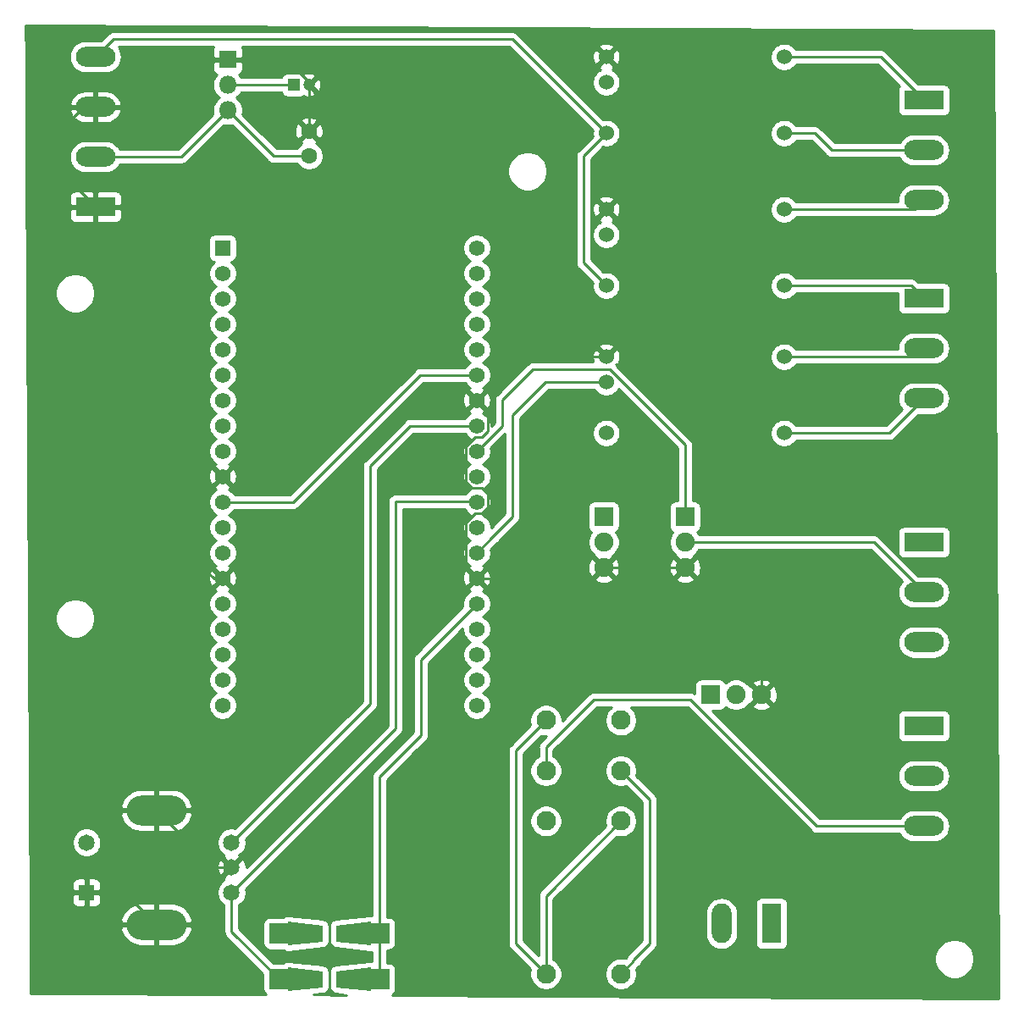
<source format=gbr>
%TF.GenerationSoftware,KiCad,Pcbnew,(5.1.8)-1*%
%TF.CreationDate,2020-12-04T19:27:02-08:00*%
%TF.ProjectId,TasmoTree,5461736d-6f54-4726-9565-2e6b69636164,rev?*%
%TF.SameCoordinates,Original*%
%TF.FileFunction,Copper,L1,Top*%
%TF.FilePolarity,Positive*%
%FSLAX46Y46*%
G04 Gerber Fmt 4.6, Leading zero omitted, Abs format (unit mm)*
G04 Created by KiCad (PCBNEW (5.1.8)-1) date 2020-12-04 19:27:02*
%MOMM*%
%LPD*%
G01*
G04 APERTURE LIST*
%TA.AperFunction,ComponentPad*%
%ADD10C,1.524000*%
%TD*%
%TA.AperFunction,ComponentPad*%
%ADD11R,1.800000X1.800000*%
%TD*%
%TA.AperFunction,ComponentPad*%
%ADD12O,1.800000X1.800000*%
%TD*%
%TA.AperFunction,ComponentPad*%
%ADD13R,1.560000X1.560000*%
%TD*%
%TA.AperFunction,ComponentPad*%
%ADD14C,1.560000*%
%TD*%
%TA.AperFunction,ComponentPad*%
%ADD15R,1.650000X1.650000*%
%TD*%
%TA.AperFunction,ComponentPad*%
%ADD16C,1.650000*%
%TD*%
%TA.AperFunction,ComponentPad*%
%ADD17O,6.000000X3.000000*%
%TD*%
%TA.AperFunction,ComponentPad*%
%ADD18C,1.950000*%
%TD*%
%TA.AperFunction,SMDPad,CuDef*%
%ADD19C,0.150000*%
%TD*%
%TA.AperFunction,ComponentPad*%
%ADD20R,1.998980X1.998980*%
%TD*%
%TA.AperFunction,ComponentPad*%
%ADD21R,1.910000X1.910000*%
%TD*%
%TA.AperFunction,ComponentPad*%
%ADD22C,1.910000*%
%TD*%
%TA.AperFunction,ComponentPad*%
%ADD23R,3.960000X1.980000*%
%TD*%
%TA.AperFunction,ComponentPad*%
%ADD24O,3.960000X1.980000*%
%TD*%
%TA.AperFunction,ComponentPad*%
%ADD25R,1.980000X3.960000*%
%TD*%
%TA.AperFunction,ComponentPad*%
%ADD26O,1.980000X3.960000*%
%TD*%
%TA.AperFunction,ComponentPad*%
%ADD27C,1.200000*%
%TD*%
%TA.AperFunction,ComponentPad*%
%ADD28R,1.200000X1.200000*%
%TD*%
%TA.AperFunction,ComponentPad*%
%ADD29C,1.600000*%
%TD*%
%TA.AperFunction,ViaPad*%
%ADD30C,0.800000*%
%TD*%
%TA.AperFunction,Conductor*%
%ADD31C,0.250000*%
%TD*%
%TA.AperFunction,Conductor*%
%ADD32C,0.254000*%
%TD*%
%TA.AperFunction,Conductor*%
%ADD33C,0.150000*%
%TD*%
G04 APERTURE END LIST*
D10*
%TO.P,U5,6*%
%TO.N,Net-(J5-Pad2)*%
X169418000Y-60198000D03*
%TO.P,U5,5*%
%TO.N,Net-(J5-Pad1)*%
X169418000Y-52578000D03*
%TO.P,U5,4*%
%TO.N,GNDPWR*%
X151638000Y-52578000D03*
%TO.P,U5,3*%
%TO.N,Net-(U1-Pad22)*%
X151638000Y-55118000D03*
%TO.P,U5,1*%
%TO.N,Net-(J1-Pad4)*%
X151638000Y-60198000D03*
%TD*%
%TO.P,U4,6*%
%TO.N,Net-(J6-Pad1)*%
X169418000Y-75438000D03*
%TO.P,U4,5*%
%TO.N,Net-(J5-Pad3)*%
X169418000Y-67818000D03*
%TO.P,U4,4*%
%TO.N,GNDPWR*%
X151638000Y-67818000D03*
%TO.P,U4,3*%
%TO.N,Net-(U1-Pad31)*%
X151638000Y-70358000D03*
%TO.P,U4,1*%
%TO.N,Net-(J1-Pad4)*%
X151638000Y-75438000D03*
%TD*%
%TO.P,U3,6*%
%TO.N,Net-(J6-Pad3)*%
X169418000Y-90170000D03*
%TO.P,U3,5*%
%TO.N,Net-(J6-Pad2)*%
X169418000Y-82550000D03*
%TO.P,U3,4*%
%TO.N,GNDPWR*%
X151638000Y-82550000D03*
%TO.P,U3,3*%
%TO.N,Net-(U1-Pad32)*%
X151638000Y-85090000D03*
%TO.P,U3,1*%
%TO.N,Net-(J1-Pad4)*%
X151638000Y-90170000D03*
%TD*%
D11*
%TO.P,U2,1*%
%TO.N,GNDPWR*%
X113792000Y-52832000D03*
D12*
%TO.P,U2,2*%
%TO.N,Net-(C2-Pad1)*%
X113792000Y-55372000D03*
%TO.P,U2,3*%
%TO.N,12VP*%
X113792000Y-57912000D03*
%TD*%
D13*
%TO.P,U1,1*%
%TO.N,Net-(U1-Pad1)*%
X113284000Y-71680000D03*
D14*
%TO.P,U1,2*%
%TO.N,Net-(U1-Pad2)*%
X113284000Y-74220000D03*
%TO.P,U1,19*%
%TO.N,N/C*%
X113284000Y-117400000D03*
%TO.P,U1,3*%
%TO.N,Net-(U1-Pad3)*%
X113284000Y-76760000D03*
%TO.P,U1,4*%
%TO.N,Net-(U1-Pad4)*%
X113284000Y-79300000D03*
%TO.P,U1,5*%
%TO.N,Net-(U1-Pad5)*%
X113284000Y-81840000D03*
%TO.P,U1,6*%
%TO.N,Net-(U1-Pad6)*%
X113284000Y-84380000D03*
%TO.P,U1,7*%
%TO.N,Net-(U1-Pad7)*%
X113284000Y-86920000D03*
%TO.P,U1,8*%
%TO.N,Net-(U1-Pad8)*%
X113284000Y-89460000D03*
%TO.P,U1,9*%
%TO.N,Net-(U1-Pad9)*%
X113284000Y-92000000D03*
%TO.P,U1,10*%
%TO.N,GNDPWR*%
X113284000Y-94540000D03*
%TO.P,U1,11*%
%TO.N,Net-(C2-Pad1)*%
X113284000Y-97080000D03*
%TO.P,U1,12*%
%TO.N,Net-(U1-Pad12)*%
X113284000Y-99620000D03*
%TO.P,U1,13*%
%TO.N,Net-(U1-Pad13)*%
X113284000Y-102160000D03*
%TO.P,U1,14*%
%TO.N,GNDPWR*%
X113284000Y-104700000D03*
%TO.P,U1,15*%
%TO.N,Net-(U1-Pad15)*%
X113284000Y-107240000D03*
%TO.P,U1,16*%
%TO.N,N/C*%
X113284000Y-109780000D03*
%TO.P,U1,17*%
X113284000Y-112320000D03*
%TO.P,U1,18*%
X113284000Y-114860000D03*
%TO.P,U1,20*%
%TO.N,Net-(Q1-Pad1)*%
X138684000Y-71680000D03*
%TO.P,U1,21*%
%TO.N,Net-(Q2-Pad1)*%
X138684000Y-74220000D03*
%TO.P,U1,22*%
%TO.N,Net-(U1-Pad22)*%
X138684000Y-76760000D03*
%TO.P,U1,23*%
%TO.N,Net-(U1-Pad23)*%
X138684000Y-79300000D03*
%TO.P,U1,24*%
%TO.N,Net-(U1-Pad24)*%
X138684000Y-81840000D03*
%TO.P,U1,25*%
%TO.N,Net-(C2-Pad1)*%
X138684000Y-84380000D03*
%TO.P,U1,26*%
%TO.N,GNDPWR*%
X138684000Y-86920000D03*
%TO.P,U1,27*%
%TO.N,Net-(SW1-PadB)*%
X138684000Y-89460000D03*
%TO.P,U1,28*%
%TO.N,Net-(Q3-Pad1)*%
X138684000Y-92000000D03*
%TO.P,U1,29*%
%TO.N,Net-(R2-Pad2)*%
X138684000Y-94540000D03*
%TO.P,U1,30*%
%TO.N,Net-(R1-Pad2)*%
X138684000Y-97080000D03*
%TO.P,U1,31*%
%TO.N,Net-(U1-Pad31)*%
X138684000Y-99620000D03*
%TO.P,U1,32*%
%TO.N,Net-(U1-Pad32)*%
X138684000Y-102160000D03*
%TO.P,U1,33*%
%TO.N,GNDPWR*%
X138684000Y-104700000D03*
%TO.P,U1,34*%
%TO.N,Net-(C2-Pad1)*%
X138684000Y-107240000D03*
%TO.P,U1,35*%
%TO.N,N/C*%
X138684000Y-109780000D03*
%TO.P,U1,36*%
X138684000Y-112320000D03*
%TO.P,U1,37*%
X138684000Y-114860000D03*
%TO.P,U1,38*%
X138684000Y-117400000D03*
%TD*%
D15*
%TO.P,SW1,1*%
%TO.N,GNDPWR*%
X99680000Y-136104000D03*
D16*
%TO.P,SW1,2*%
%TO.N,Net-(R2-Pad2)*%
X99680000Y-131104000D03*
%TO.P,SW1,A*%
%TO.N,Net-(R1-Pad2)*%
X114180000Y-136104000D03*
%TO.P,SW1,COM*%
%TO.N,GNDPWR*%
X114180000Y-133604000D03*
%TO.P,SW1,B*%
%TO.N,Net-(SW1-PadB)*%
X114180000Y-131104000D03*
D17*
%TO.P,SW1,S1*%
%TO.N,GNDPWR*%
X106680000Y-139304000D03*
%TO.P,SW1,S2*%
X106680000Y-127904000D03*
%TD*%
D18*
%TO.P,S1,A1*%
%TO.N,Net-(Q1-Pad2)*%
X153102000Y-144230000D03*
%TO.P,S1,A2*%
%TO.N,Net-(J2-Pad2)*%
X145602000Y-144230000D03*
%TO.P,S1,12*%
X153102000Y-128970000D03*
%TO.P,S1,22*%
%TO.N,Net-(J3-Pad2)*%
X145602000Y-128970000D03*
%TO.P,S1,11*%
%TO.N,Net-(Q1-Pad2)*%
X153102000Y-123930000D03*
%TO.P,S1,21*%
%TO.N,Net-(J2-Pad3)*%
X145602000Y-123930000D03*
%TO.P,S1,14*%
%TO.N,Net-(J3-Pad2)*%
X153102000Y-118890000D03*
%TO.P,S1,24*%
%TO.N,Net-(J2-Pad2)*%
X145602000Y-118890000D03*
%TD*%
%TA.AperFunction,SMDPad,CuDef*%
D19*
%TO.P,R2,1*%
%TO.N,Net-(C2-Pad1)*%
G36*
X128115060Y-139009120D02*
G01*
X128115060Y-141406880D01*
X124614940Y-141008100D01*
X124614940Y-139407900D01*
X128115060Y-139009120D01*
G37*
%TD.AperFunction*%
%TA.AperFunction,SMDPad,CuDef*%
%TO.P,R2,2*%
%TO.N,Net-(R2-Pad2)*%
G36*
X119788940Y-141406880D02*
G01*
X119788940Y-139009120D01*
X123289060Y-139407900D01*
X123289060Y-141008100D01*
X119788940Y-141406880D01*
G37*
%TD.AperFunction*%
D20*
%TO.P,R2,1*%
%TO.N,Net-(C2-Pad1)*%
X128953260Y-140208000D03*
%TO.P,R2,2*%
%TO.N,Net-(R2-Pad2)*%
X118950740Y-140208000D03*
%TD*%
%TA.AperFunction,SMDPad,CuDef*%
D19*
%TO.P,R1,1*%
%TO.N,Net-(C2-Pad1)*%
G36*
X128115060Y-143581120D02*
G01*
X128115060Y-145978880D01*
X124614940Y-145580100D01*
X124614940Y-143979900D01*
X128115060Y-143581120D01*
G37*
%TD.AperFunction*%
%TA.AperFunction,SMDPad,CuDef*%
%TO.P,R1,2*%
%TO.N,Net-(R1-Pad2)*%
G36*
X119788940Y-145978880D02*
G01*
X119788940Y-143581120D01*
X123289060Y-143979900D01*
X123289060Y-145580100D01*
X119788940Y-145978880D01*
G37*
%TD.AperFunction*%
D20*
%TO.P,R1,1*%
%TO.N,Net-(C2-Pad1)*%
X128953260Y-144780000D03*
%TO.P,R1,2*%
%TO.N,Net-(R1-Pad2)*%
X118950740Y-144780000D03*
%TD*%
D21*
%TO.P,Q3,1*%
%TO.N,Net-(Q3-Pad1)*%
X159512000Y-98542000D03*
D22*
%TO.P,Q3,2*%
%TO.N,Net-(J4-Pad2)*%
X159512000Y-101092000D03*
%TO.P,Q3,3*%
%TO.N,GNDPWR*%
X159512000Y-103642000D03*
%TD*%
D21*
%TO.P,Q2,1*%
%TO.N,Net-(Q2-Pad1)*%
X151384000Y-98542000D03*
D22*
%TO.P,Q2,2*%
%TO.N,Net-(J4-Pad3)*%
X151384000Y-101092000D03*
%TO.P,Q2,3*%
%TO.N,GNDPWR*%
X151384000Y-103642000D03*
%TD*%
D21*
%TO.P,Q1,1*%
%TO.N,Net-(Q1-Pad1)*%
X162052000Y-116332000D03*
D22*
%TO.P,Q1,2*%
%TO.N,Net-(Q1-Pad2)*%
X164602000Y-116332000D03*
%TO.P,Q1,3*%
%TO.N,GNDPWR*%
X167152000Y-116332000D03*
%TD*%
D23*
%TO.P,J6,1*%
%TO.N,Net-(J6-Pad1)*%
X183388000Y-76708000D03*
D24*
%TO.P,J6,2*%
%TO.N,Net-(J6-Pad2)*%
X183388000Y-81708000D03*
%TO.P,J6,3*%
%TO.N,Net-(J6-Pad3)*%
X183388000Y-86708000D03*
%TD*%
D23*
%TO.P,J5,1*%
%TO.N,Net-(J5-Pad1)*%
X183388000Y-56896000D03*
D24*
%TO.P,J5,2*%
%TO.N,Net-(J5-Pad2)*%
X183388000Y-61896000D03*
%TO.P,J5,3*%
%TO.N,Net-(J5-Pad3)*%
X183388000Y-66896000D03*
%TD*%
D23*
%TO.P,J4,1*%
%TO.N,12VP*%
X183388000Y-101092000D03*
D24*
%TO.P,J4,2*%
%TO.N,Net-(J4-Pad2)*%
X183388000Y-106092000D03*
%TO.P,J4,3*%
%TO.N,Net-(J4-Pad3)*%
X183388000Y-111092000D03*
%TD*%
D25*
%TO.P,J3,1*%
%TO.N,Net-(J2-Pad2)*%
X168148000Y-139192000D03*
D26*
%TO.P,J3,2*%
%TO.N,Net-(J3-Pad2)*%
X163148000Y-139192000D03*
%TD*%
D23*
%TO.P,J2,1*%
%TO.N,12VP*%
X183388000Y-119460000D03*
D24*
%TO.P,J2,2*%
%TO.N,Net-(J2-Pad2)*%
X183388000Y-124460000D03*
%TO.P,J2,3*%
%TO.N,Net-(J2-Pad3)*%
X183388000Y-129460000D03*
%TD*%
D23*
%TO.P,J1,1*%
%TO.N,GNDPWR*%
X100584000Y-67564000D03*
D24*
%TO.P,J1,2*%
%TO.N,12VP*%
X100584000Y-62564000D03*
%TO.P,J1,4*%
%TO.N,Net-(J1-Pad4)*%
X100584000Y-52564000D03*
%TO.P,J1,3*%
%TO.N,GNDPWR*%
X100584000Y-57564000D03*
%TD*%
D27*
%TO.P,C2,2*%
%TO.N,GNDPWR*%
X121896000Y-55372000D03*
D28*
%TO.P,C2,1*%
%TO.N,Net-(C2-Pad1)*%
X120396000Y-55372000D03*
%TD*%
D29*
%TO.P,C1,1*%
%TO.N,12VP*%
X121920000Y-62484000D03*
%TO.P,C1,2*%
%TO.N,GNDPWR*%
X121920000Y-59984000D03*
%TD*%
D30*
%TO.N,GNDPWR*%
X104140000Y-118872000D03*
X98552000Y-83820000D03*
X100076000Y-103124000D03*
X98044000Y-143764000D03*
X124460000Y-78740000D03*
X126492000Y-115824000D03*
X167132000Y-144272000D03*
X170180000Y-125476000D03*
X172720000Y-99568000D03*
X185928000Y-93980000D03*
X185420000Y-72136000D03*
X175260000Y-58420000D03*
X160528000Y-62484000D03*
X160528000Y-78740000D03*
X128016000Y-64516000D03*
X110744000Y-64516000D03*
X108204000Y-55372000D03*
X127508000Y-128016000D03*
X189484000Y-145288000D03*
X120904000Y-91440000D03*
X144272000Y-135636000D03*
%TD*%
D31*
%TO.N,12VP*%
X109140000Y-62564000D02*
X113792000Y-57912000D01*
X100584000Y-62564000D02*
X109140000Y-62564000D01*
X113792000Y-57912000D02*
X118364000Y-62484000D01*
X118364000Y-62484000D02*
X121920000Y-62484000D01*
%TO.N,GNDPWR*%
X100584000Y-81840000D02*
X100584000Y-67564000D01*
X113284000Y-94540000D02*
X100584000Y-81840000D01*
X121920000Y-55396000D02*
X121896000Y-55372000D01*
X121920000Y-59984000D02*
X121920000Y-55396000D01*
X100584000Y-57564000D02*
X99408000Y-57564000D01*
X99408000Y-57564000D02*
X96012000Y-60960000D01*
X96012000Y-62992000D02*
X100584000Y-67564000D01*
X96012000Y-60960000D02*
X96012000Y-62992000D01*
X100584000Y-57564000D02*
X104996000Y-57564000D01*
X109728000Y-52832000D02*
X113792000Y-52832000D01*
X104996000Y-57564000D02*
X109728000Y-52832000D01*
X121896000Y-55086998D02*
X121896000Y-55372000D01*
X119641002Y-52832000D02*
X121896000Y-55086998D01*
X113792000Y-52832000D02*
X119641002Y-52832000D01*
X113284000Y-94540000D02*
X110796000Y-97028000D01*
X110796000Y-97028000D02*
X110796000Y-103072000D01*
X112424000Y-104700000D02*
X113284000Y-104700000D01*
X110796000Y-103072000D02*
X112424000Y-104700000D01*
X106680000Y-111304000D02*
X106680000Y-127904000D01*
X113284000Y-104700000D02*
X106680000Y-111304000D01*
X106680000Y-127904000D02*
X106680000Y-139304000D01*
X112380000Y-133604000D02*
X106680000Y-127904000D01*
X114180000Y-133604000D02*
X112380000Y-133604000D01*
X167152000Y-111282000D02*
X159512000Y-103642000D01*
X167152000Y-116332000D02*
X167152000Y-111282000D01*
X151384000Y-103642000D02*
X159512000Y-103642000D01*
X150326000Y-104700000D02*
X151384000Y-103642000D01*
X138684000Y-104700000D02*
X150326000Y-104700000D01*
X151638000Y-52578000D02*
X154432000Y-55372000D01*
X154432000Y-65024000D02*
X151638000Y-67818000D01*
X154432000Y-55372000D02*
X154432000Y-65024000D01*
X151638000Y-67818000D02*
X154432000Y-70612000D01*
X154432000Y-79756000D02*
X151638000Y-82550000D01*
X154432000Y-70612000D02*
X154432000Y-79756000D01*
X143054000Y-82550000D02*
X138684000Y-86920000D01*
X151638000Y-82550000D02*
X143054000Y-82550000D01*
X103480000Y-136104000D02*
X106680000Y-139304000D01*
X99680000Y-136104000D02*
X103480000Y-136104000D01*
X139789001Y-88025001D02*
X138684000Y-86920000D01*
X139214401Y-90565001D02*
X139789001Y-89990401D01*
X138542999Y-90565001D02*
X139214401Y-90565001D01*
X137578999Y-91529001D02*
X138542999Y-90565001D01*
X137578999Y-95070401D02*
X137578999Y-91529001D01*
X138153599Y-95645001D02*
X137578999Y-95070401D01*
X139214401Y-95645001D02*
X138153599Y-95645001D01*
X139789001Y-97610401D02*
X139789001Y-96219601D01*
X139214401Y-98185001D02*
X139789001Y-97610401D01*
X139789001Y-96219601D02*
X139214401Y-95645001D01*
X138542999Y-98185001D02*
X139214401Y-98185001D01*
X137578999Y-99149001D02*
X138542999Y-98185001D01*
X139789001Y-89990401D02*
X139789001Y-88025001D01*
X137578999Y-103594999D02*
X137578999Y-99149001D01*
X138684000Y-104700000D02*
X137578999Y-103594999D01*
%TO.N,Net-(C2-Pad1)*%
X113792000Y-55372000D02*
X120396000Y-55372000D01*
X113284000Y-97080000D02*
X120344000Y-97080000D01*
X133044000Y-84380000D02*
X138684000Y-84380000D01*
X120344000Y-97080000D02*
X133044000Y-84380000D01*
X128953260Y-144780000D02*
X128953260Y-140208000D01*
X128953260Y-140208000D02*
X128953260Y-124538740D01*
X128953260Y-124538740D02*
X133096000Y-120396000D01*
X133096000Y-112828000D02*
X138684000Y-107240000D01*
X133096000Y-120396000D02*
X133096000Y-112828000D01*
X128953260Y-140208000D02*
X126365000Y-140208000D01*
X128953260Y-144780000D02*
X126365000Y-144780000D01*
%TO.N,Net-(J1-Pad4)*%
X100584000Y-52564000D02*
X102348000Y-50800000D01*
X142240000Y-50800000D02*
X151638000Y-60198000D01*
X102348000Y-50800000D02*
X142240000Y-50800000D01*
X151638000Y-60198000D02*
X149352000Y-62484000D01*
X149352000Y-73152000D02*
X151638000Y-75438000D01*
X149352000Y-62484000D02*
X149352000Y-73152000D01*
%TO.N,Net-(J2-Pad2)*%
X145602000Y-118890000D02*
X142572000Y-121920000D01*
X142572000Y-141200000D02*
X145602000Y-144230000D01*
X142572000Y-121920000D02*
X142572000Y-141200000D01*
X145602000Y-136470000D02*
X153102000Y-128970000D01*
X145602000Y-144230000D02*
X145602000Y-136470000D01*
%TO.N,Net-(J2-Pad3)*%
X172684998Y-129460000D02*
X183388000Y-129460000D01*
X160064998Y-116840000D02*
X172684998Y-129460000D01*
X150368000Y-116840000D02*
X160064998Y-116840000D01*
X145602000Y-121606000D02*
X150368000Y-116840000D01*
X145602000Y-123930000D02*
X145602000Y-121606000D01*
%TO.N,Net-(J4-Pad2)*%
X178388000Y-101092000D02*
X183388000Y-106092000D01*
X159512000Y-101092000D02*
X178388000Y-101092000D01*
%TO.N,Net-(J5-Pad1)*%
X179070000Y-52578000D02*
X183388000Y-56896000D01*
X169418000Y-52578000D02*
X179070000Y-52578000D01*
%TO.N,Net-(J5-Pad2)*%
X169418000Y-60198000D02*
X172466000Y-60198000D01*
X174164000Y-61896000D02*
X183388000Y-61896000D01*
X172466000Y-60198000D02*
X174164000Y-61896000D01*
%TO.N,Net-(J5-Pad3)*%
X182466000Y-67818000D02*
X183388000Y-66896000D01*
X169418000Y-67818000D02*
X182466000Y-67818000D01*
%TO.N,Net-(J6-Pad1)*%
X182118000Y-75438000D02*
X183388000Y-76708000D01*
X169418000Y-75438000D02*
X182118000Y-75438000D01*
%TO.N,Net-(J6-Pad2)*%
X182546000Y-82550000D02*
X183388000Y-81708000D01*
X169418000Y-82550000D02*
X182546000Y-82550000D01*
%TO.N,Net-(J6-Pad3)*%
X179926000Y-90170000D02*
X183388000Y-86708000D01*
X169418000Y-90170000D02*
X179926000Y-90170000D01*
%TO.N,Net-(Q1-Pad2)*%
X154402001Y-142929999D02*
X154402001Y-142777999D01*
X153102000Y-144230000D02*
X154402001Y-142929999D01*
X154402001Y-142777999D02*
X155956000Y-141224000D01*
X155956000Y-126784000D02*
X153102000Y-123930000D01*
X155956000Y-141224000D02*
X155956000Y-126784000D01*
%TO.N,Net-(Q3-Pad1)*%
X138684000Y-92000000D02*
X141224000Y-89460000D01*
X141224000Y-89460000D02*
X141224000Y-86868000D01*
X141224000Y-86868000D02*
X144272000Y-83820000D01*
X159512000Y-91355238D02*
X159512000Y-98542000D01*
X151976762Y-83820000D02*
X159512000Y-91355238D01*
X144272000Y-83820000D02*
X151976762Y-83820000D01*
%TO.N,Net-(R1-Pad2)*%
X138632000Y-97028000D02*
X138684000Y-97080000D01*
X114180000Y-136104000D02*
X130556000Y-119728000D01*
X130556000Y-97028000D02*
X138632000Y-97028000D01*
X130556000Y-119728000D02*
X130556000Y-97028000D01*
X114180000Y-140009260D02*
X118950740Y-144780000D01*
X114180000Y-136104000D02*
X114180000Y-140009260D01*
X118950740Y-144780000D02*
X121539000Y-144780000D01*
%TO.N,Net-(R2-Pad2)*%
X118950740Y-140208000D02*
X121539000Y-140208000D01*
%TO.N,Net-(SW1-PadB)*%
X114180000Y-131104000D02*
X128016000Y-117268000D01*
X132028000Y-89460000D02*
X138684000Y-89460000D01*
X128016000Y-93472000D02*
X132028000Y-89460000D01*
X128016000Y-117268000D02*
X128016000Y-93472000D01*
%TO.N,Net-(U1-Pad32)*%
X140239011Y-100604989D02*
X140239011Y-100552989D01*
X138684000Y-102160000D02*
X140239011Y-100604989D01*
X140239011Y-100552989D02*
X142240000Y-98552000D01*
X142240000Y-98552000D02*
X142240000Y-88392000D01*
X145542000Y-85090000D02*
X151638000Y-85090000D01*
X142240000Y-88392000D02*
X145542000Y-85090000D01*
%TD*%
D32*
%TO.N,GNDPWR*%
X190373663Y-49910340D02*
X190881000Y-146304288D01*
X190881000Y-146684334D01*
X130201332Y-146366639D01*
X130307244Y-146310027D01*
X130403935Y-146230675D01*
X130483287Y-146133984D01*
X130542252Y-146023670D01*
X130578562Y-145903972D01*
X130590822Y-145779490D01*
X130590822Y-143780510D01*
X130578562Y-143656028D01*
X130542252Y-143536330D01*
X130483287Y-143426016D01*
X130403935Y-143329325D01*
X130307244Y-143249973D01*
X130196930Y-143191008D01*
X130077232Y-143154698D01*
X129952750Y-143142438D01*
X129713260Y-143142438D01*
X129713260Y-141845562D01*
X129952750Y-141845562D01*
X130077232Y-141833302D01*
X130196930Y-141796992D01*
X130307244Y-141738027D01*
X130403935Y-141658675D01*
X130483287Y-141561984D01*
X130542252Y-141451670D01*
X130578562Y-141331972D01*
X130590822Y-141207490D01*
X130590822Y-139208510D01*
X130578562Y-139084028D01*
X130542252Y-138964330D01*
X130483287Y-138854016D01*
X130403935Y-138757325D01*
X130307244Y-138677973D01*
X130196930Y-138619008D01*
X130077232Y-138582698D01*
X129952750Y-138570438D01*
X129713260Y-138570438D01*
X129713260Y-124853541D01*
X132646801Y-121920000D01*
X141808324Y-121920000D01*
X141812000Y-121957322D01*
X141812001Y-141162667D01*
X141808324Y-141200000D01*
X141812001Y-141237333D01*
X141822998Y-141348986D01*
X141830343Y-141373200D01*
X141866454Y-141492246D01*
X141937026Y-141624276D01*
X141991431Y-141690568D01*
X142032000Y-141740001D01*
X142060998Y-141763799D01*
X144054957Y-143757759D01*
X144053871Y-143760380D01*
X143992000Y-144071429D01*
X143992000Y-144388571D01*
X144053871Y-144699620D01*
X144175237Y-144992621D01*
X144351431Y-145256315D01*
X144575685Y-145480569D01*
X144839379Y-145656763D01*
X145132380Y-145778129D01*
X145443429Y-145840000D01*
X145760571Y-145840000D01*
X146071620Y-145778129D01*
X146364621Y-145656763D01*
X146628315Y-145480569D01*
X146852569Y-145256315D01*
X147028763Y-144992621D01*
X147150129Y-144699620D01*
X147212000Y-144388571D01*
X147212000Y-144071429D01*
X147150129Y-143760380D01*
X147028763Y-143467379D01*
X146852569Y-143203685D01*
X146628315Y-142979431D01*
X146364621Y-142803237D01*
X146362000Y-142802151D01*
X146362000Y-136784801D01*
X152629759Y-130517043D01*
X152632380Y-130518129D01*
X152943429Y-130580000D01*
X153260571Y-130580000D01*
X153571620Y-130518129D01*
X153864621Y-130396763D01*
X154128315Y-130220569D01*
X154352569Y-129996315D01*
X154528763Y-129732621D01*
X154650129Y-129439620D01*
X154712000Y-129128571D01*
X154712000Y-128811429D01*
X154650129Y-128500380D01*
X154528763Y-128207379D01*
X154352569Y-127943685D01*
X154128315Y-127719431D01*
X153864621Y-127543237D01*
X153571620Y-127421871D01*
X153260571Y-127360000D01*
X152943429Y-127360000D01*
X152632380Y-127421871D01*
X152339379Y-127543237D01*
X152075685Y-127719431D01*
X151851431Y-127943685D01*
X151675237Y-128207379D01*
X151553871Y-128500380D01*
X151492000Y-128811429D01*
X151492000Y-129128571D01*
X151553871Y-129439620D01*
X151554957Y-129442241D01*
X145090998Y-135906201D01*
X145062000Y-135929999D01*
X145038202Y-135958997D01*
X145038201Y-135958998D01*
X144967026Y-136045724D01*
X144896454Y-136177754D01*
X144852998Y-136321015D01*
X144838324Y-136470000D01*
X144842001Y-136507332D01*
X144842000Y-142395199D01*
X143332000Y-140885199D01*
X143332000Y-128811429D01*
X143992000Y-128811429D01*
X143992000Y-129128571D01*
X144053871Y-129439620D01*
X144175237Y-129732621D01*
X144351431Y-129996315D01*
X144575685Y-130220569D01*
X144839379Y-130396763D01*
X145132380Y-130518129D01*
X145443429Y-130580000D01*
X145760571Y-130580000D01*
X146071620Y-130518129D01*
X146364621Y-130396763D01*
X146628315Y-130220569D01*
X146852569Y-129996315D01*
X147028763Y-129732621D01*
X147150129Y-129439620D01*
X147212000Y-129128571D01*
X147212000Y-128811429D01*
X147150129Y-128500380D01*
X147028763Y-128207379D01*
X146852569Y-127943685D01*
X146628315Y-127719431D01*
X146364621Y-127543237D01*
X146071620Y-127421871D01*
X145760571Y-127360000D01*
X145443429Y-127360000D01*
X145132380Y-127421871D01*
X144839379Y-127543237D01*
X144575685Y-127719431D01*
X144351431Y-127943685D01*
X144175237Y-128207379D01*
X144053871Y-128500380D01*
X143992000Y-128811429D01*
X143332000Y-128811429D01*
X143332000Y-122234801D01*
X145129759Y-120437043D01*
X145132380Y-120438129D01*
X145443429Y-120500000D01*
X145633199Y-120500000D01*
X145090998Y-121042201D01*
X145062000Y-121065999D01*
X145038202Y-121094997D01*
X145038201Y-121094998D01*
X144967026Y-121181724D01*
X144896454Y-121313754D01*
X144852998Y-121457015D01*
X144838324Y-121606000D01*
X144842001Y-121643332D01*
X144842001Y-122502151D01*
X144839379Y-122503237D01*
X144575685Y-122679431D01*
X144351431Y-122903685D01*
X144175237Y-123167379D01*
X144053871Y-123460380D01*
X143992000Y-123771429D01*
X143992000Y-124088571D01*
X144053871Y-124399620D01*
X144175237Y-124692621D01*
X144351431Y-124956315D01*
X144575685Y-125180569D01*
X144839379Y-125356763D01*
X145132380Y-125478129D01*
X145443429Y-125540000D01*
X145760571Y-125540000D01*
X146071620Y-125478129D01*
X146364621Y-125356763D01*
X146628315Y-125180569D01*
X146852569Y-124956315D01*
X147028763Y-124692621D01*
X147150129Y-124399620D01*
X147212000Y-124088571D01*
X147212000Y-123771429D01*
X151492000Y-123771429D01*
X151492000Y-124088571D01*
X151553871Y-124399620D01*
X151675237Y-124692621D01*
X151851431Y-124956315D01*
X152075685Y-125180569D01*
X152339379Y-125356763D01*
X152632380Y-125478129D01*
X152943429Y-125540000D01*
X153260571Y-125540000D01*
X153571620Y-125478129D01*
X153574242Y-125477043D01*
X155196001Y-127098803D01*
X155196000Y-140909197D01*
X153891002Y-142214197D01*
X153862000Y-142237998D01*
X153767027Y-142353723D01*
X153696455Y-142485752D01*
X153663802Y-142593396D01*
X153574241Y-142682957D01*
X153571620Y-142681871D01*
X153260571Y-142620000D01*
X152943429Y-142620000D01*
X152632380Y-142681871D01*
X152339379Y-142803237D01*
X152075685Y-142979431D01*
X151851431Y-143203685D01*
X151675237Y-143467379D01*
X151553871Y-143760380D01*
X151492000Y-144071429D01*
X151492000Y-144388571D01*
X151553871Y-144699620D01*
X151675237Y-144992621D01*
X151851431Y-145256315D01*
X152075685Y-145480569D01*
X152339379Y-145656763D01*
X152632380Y-145778129D01*
X152943429Y-145840000D01*
X153260571Y-145840000D01*
X153571620Y-145778129D01*
X153864621Y-145656763D01*
X154128315Y-145480569D01*
X154352569Y-145256315D01*
X154528763Y-144992621D01*
X154650129Y-144699620D01*
X154712000Y-144388571D01*
X154712000Y-144071429D01*
X154650129Y-143760380D01*
X154649043Y-143757759D01*
X154913005Y-143493797D01*
X154942002Y-143470000D01*
X155022263Y-143372202D01*
X155036975Y-143354276D01*
X155107547Y-143222246D01*
X155131756Y-143142438D01*
X155140200Y-143114601D01*
X155702306Y-142552495D01*
X184451000Y-142552495D01*
X184451000Y-142943505D01*
X184527282Y-143327003D01*
X184676915Y-143688250D01*
X184894149Y-144013364D01*
X185170636Y-144289851D01*
X185495750Y-144507085D01*
X185856997Y-144656718D01*
X186240495Y-144733000D01*
X186631505Y-144733000D01*
X187015003Y-144656718D01*
X187376250Y-144507085D01*
X187701364Y-144289851D01*
X187977851Y-144013364D01*
X188195085Y-143688250D01*
X188344718Y-143327003D01*
X188421000Y-142943505D01*
X188421000Y-142552495D01*
X188344718Y-142168997D01*
X188195085Y-141807750D01*
X187977851Y-141482636D01*
X187701364Y-141206149D01*
X187376250Y-140988915D01*
X187015003Y-140839282D01*
X186631505Y-140763000D01*
X186240495Y-140763000D01*
X185856997Y-140839282D01*
X185495750Y-140988915D01*
X185170636Y-141206149D01*
X184894149Y-141482636D01*
X184676915Y-141807750D01*
X184527282Y-142168997D01*
X184451000Y-142552495D01*
X155702306Y-142552495D01*
X156467009Y-141787794D01*
X156496001Y-141764001D01*
X156519795Y-141735008D01*
X156519799Y-141735004D01*
X156590973Y-141648277D01*
X156590974Y-141648276D01*
X156661546Y-141516247D01*
X156705003Y-141372986D01*
X156716000Y-141261333D01*
X156716000Y-141261324D01*
X156719676Y-141224001D01*
X156716000Y-141186678D01*
X156716000Y-140261823D01*
X161523000Y-140261823D01*
X161546513Y-140500555D01*
X161639432Y-140806868D01*
X161790325Y-141089169D01*
X161993392Y-141336608D01*
X162240830Y-141539675D01*
X162523131Y-141690568D01*
X162829444Y-141783487D01*
X163148000Y-141814862D01*
X163466555Y-141783487D01*
X163772868Y-141690568D01*
X164055169Y-141539675D01*
X164302608Y-141336608D01*
X164505675Y-141089170D01*
X164656568Y-140806869D01*
X164749487Y-140500556D01*
X164773000Y-140261824D01*
X164773000Y-138122176D01*
X164749487Y-137883444D01*
X164656568Y-137577131D01*
X164505675Y-137294830D01*
X164437699Y-137212000D01*
X166519928Y-137212000D01*
X166519928Y-141172000D01*
X166532188Y-141296482D01*
X166568498Y-141416180D01*
X166627463Y-141526494D01*
X166706815Y-141623185D01*
X166803506Y-141702537D01*
X166913820Y-141761502D01*
X167033518Y-141797812D01*
X167158000Y-141810072D01*
X169138000Y-141810072D01*
X169262482Y-141797812D01*
X169382180Y-141761502D01*
X169492494Y-141702537D01*
X169589185Y-141623185D01*
X169668537Y-141526494D01*
X169727502Y-141416180D01*
X169763812Y-141296482D01*
X169776072Y-141172000D01*
X169776072Y-137212000D01*
X169763812Y-137087518D01*
X169727502Y-136967820D01*
X169668537Y-136857506D01*
X169589185Y-136760815D01*
X169492494Y-136681463D01*
X169382180Y-136622498D01*
X169262482Y-136586188D01*
X169138000Y-136573928D01*
X167158000Y-136573928D01*
X167033518Y-136586188D01*
X166913820Y-136622498D01*
X166803506Y-136681463D01*
X166706815Y-136760815D01*
X166627463Y-136857506D01*
X166568498Y-136967820D01*
X166532188Y-137087518D01*
X166519928Y-137212000D01*
X164437699Y-137212000D01*
X164302608Y-137047392D01*
X164055170Y-136844325D01*
X163772869Y-136693432D01*
X163466556Y-136600513D01*
X163148000Y-136569138D01*
X162829445Y-136600513D01*
X162523132Y-136693432D01*
X162240831Y-136844325D01*
X161993393Y-137047392D01*
X161790326Y-137294830D01*
X161639433Y-137577131D01*
X161546514Y-137883444D01*
X161523001Y-138122176D01*
X161523000Y-140261823D01*
X156716000Y-140261823D01*
X156716000Y-126821333D01*
X156719677Y-126784000D01*
X156705003Y-126635014D01*
X156661546Y-126491753D01*
X156590974Y-126359724D01*
X156519799Y-126272997D01*
X156496001Y-126243999D01*
X156467003Y-126220201D01*
X154649043Y-124402242D01*
X154650129Y-124399620D01*
X154712000Y-124088571D01*
X154712000Y-123771429D01*
X154650129Y-123460380D01*
X154528763Y-123167379D01*
X154352569Y-122903685D01*
X154128315Y-122679431D01*
X153864621Y-122503237D01*
X153571620Y-122381871D01*
X153260571Y-122320000D01*
X152943429Y-122320000D01*
X152632380Y-122381871D01*
X152339379Y-122503237D01*
X152075685Y-122679431D01*
X151851431Y-122903685D01*
X151675237Y-123167379D01*
X151553871Y-123460380D01*
X151492000Y-123771429D01*
X147212000Y-123771429D01*
X147150129Y-123460380D01*
X147028763Y-123167379D01*
X146852569Y-122903685D01*
X146628315Y-122679431D01*
X146364621Y-122503237D01*
X146362000Y-122502151D01*
X146362000Y-121920801D01*
X150682802Y-117600000D01*
X152134698Y-117600000D01*
X152075685Y-117639431D01*
X151851431Y-117863685D01*
X151675237Y-118127379D01*
X151553871Y-118420380D01*
X151492000Y-118731429D01*
X151492000Y-119048571D01*
X151553871Y-119359620D01*
X151675237Y-119652621D01*
X151851431Y-119916315D01*
X152075685Y-120140569D01*
X152339379Y-120316763D01*
X152632380Y-120438129D01*
X152943429Y-120500000D01*
X153260571Y-120500000D01*
X153571620Y-120438129D01*
X153864621Y-120316763D01*
X154128315Y-120140569D01*
X154352569Y-119916315D01*
X154528763Y-119652621D01*
X154650129Y-119359620D01*
X154712000Y-119048571D01*
X154712000Y-118731429D01*
X154650129Y-118420380D01*
X154528763Y-118127379D01*
X154352569Y-117863685D01*
X154128315Y-117639431D01*
X154069302Y-117600000D01*
X159750197Y-117600000D01*
X172121199Y-129971003D01*
X172144997Y-130000001D01*
X172173995Y-130023799D01*
X172260721Y-130094974D01*
X172392751Y-130165546D01*
X172536012Y-130209003D01*
X172647665Y-130220000D01*
X172647674Y-130220000D01*
X172684997Y-130223676D01*
X172722320Y-130220000D01*
X180961661Y-130220000D01*
X181040325Y-130367170D01*
X181243392Y-130614608D01*
X181490830Y-130817675D01*
X181773131Y-130968568D01*
X182079444Y-131061487D01*
X182318176Y-131085000D01*
X184457824Y-131085000D01*
X184696556Y-131061487D01*
X185002869Y-130968568D01*
X185285170Y-130817675D01*
X185532608Y-130614608D01*
X185735675Y-130367170D01*
X185886568Y-130084869D01*
X185979487Y-129778556D01*
X186010862Y-129460000D01*
X185979487Y-129141444D01*
X185886568Y-128835131D01*
X185735675Y-128552830D01*
X185532608Y-128305392D01*
X185285170Y-128102325D01*
X185002869Y-127951432D01*
X184696556Y-127858513D01*
X184457824Y-127835000D01*
X182318176Y-127835000D01*
X182079444Y-127858513D01*
X181773131Y-127951432D01*
X181490830Y-128102325D01*
X181243392Y-128305392D01*
X181040325Y-128552830D01*
X180961661Y-128700000D01*
X172999800Y-128700000D01*
X168759800Y-124460000D01*
X180765138Y-124460000D01*
X180796513Y-124778556D01*
X180889432Y-125084869D01*
X181040325Y-125367170D01*
X181243392Y-125614608D01*
X181490830Y-125817675D01*
X181773131Y-125968568D01*
X182079444Y-126061487D01*
X182318176Y-126085000D01*
X184457824Y-126085000D01*
X184696556Y-126061487D01*
X185002869Y-125968568D01*
X185285170Y-125817675D01*
X185532608Y-125614608D01*
X185735675Y-125367170D01*
X185886568Y-125084869D01*
X185979487Y-124778556D01*
X186010862Y-124460000D01*
X185979487Y-124141444D01*
X185886568Y-123835131D01*
X185735675Y-123552830D01*
X185532608Y-123305392D01*
X185285170Y-123102325D01*
X185002869Y-122951432D01*
X184696556Y-122858513D01*
X184457824Y-122835000D01*
X182318176Y-122835000D01*
X182079444Y-122858513D01*
X181773131Y-122951432D01*
X181490830Y-123102325D01*
X181243392Y-123305392D01*
X181040325Y-123552830D01*
X180889432Y-123835131D01*
X180796513Y-124141444D01*
X180765138Y-124460000D01*
X168759800Y-124460000D01*
X162769800Y-118470000D01*
X180769928Y-118470000D01*
X180769928Y-120450000D01*
X180782188Y-120574482D01*
X180818498Y-120694180D01*
X180877463Y-120804494D01*
X180956815Y-120901185D01*
X181053506Y-120980537D01*
X181163820Y-121039502D01*
X181283518Y-121075812D01*
X181408000Y-121088072D01*
X185368000Y-121088072D01*
X185492482Y-121075812D01*
X185612180Y-121039502D01*
X185722494Y-120980537D01*
X185819185Y-120901185D01*
X185898537Y-120804494D01*
X185957502Y-120694180D01*
X185993812Y-120574482D01*
X186006072Y-120450000D01*
X186006072Y-118470000D01*
X185993812Y-118345518D01*
X185957502Y-118225820D01*
X185898537Y-118115506D01*
X185819185Y-118018815D01*
X185722494Y-117939463D01*
X185612180Y-117880498D01*
X185492482Y-117844188D01*
X185368000Y-117831928D01*
X181408000Y-117831928D01*
X181283518Y-117844188D01*
X181163820Y-117880498D01*
X181053506Y-117939463D01*
X180956815Y-118018815D01*
X180877463Y-118115506D01*
X180818498Y-118225820D01*
X180782188Y-118345518D01*
X180769928Y-118470000D01*
X162769800Y-118470000D01*
X162224871Y-117925072D01*
X163007000Y-117925072D01*
X163131482Y-117912812D01*
X163251180Y-117876502D01*
X163361494Y-117817537D01*
X163458185Y-117738185D01*
X163537537Y-117641494D01*
X163581203Y-117559802D01*
X163588434Y-117567033D01*
X163848853Y-117741039D01*
X164138214Y-117860897D01*
X164445399Y-117922000D01*
X164758601Y-117922000D01*
X165065786Y-117860897D01*
X165355147Y-117741039D01*
X165615566Y-117567033D01*
X165747280Y-117435319D01*
X166228287Y-117435319D01*
X166318617Y-117695119D01*
X166600561Y-117831512D01*
X166903697Y-117910280D01*
X167216375Y-117928395D01*
X167526579Y-117885162D01*
X167822389Y-117782241D01*
X167985383Y-117695119D01*
X168075713Y-117435319D01*
X167152000Y-116511605D01*
X166228287Y-117435319D01*
X165747280Y-117435319D01*
X165837033Y-117345566D01*
X165925653Y-117212937D01*
X166048681Y-117255713D01*
X166972395Y-116332000D01*
X167331605Y-116332000D01*
X168255319Y-117255713D01*
X168515119Y-117165383D01*
X168651512Y-116883439D01*
X168730280Y-116580303D01*
X168748395Y-116267625D01*
X168705162Y-115957421D01*
X168602241Y-115661611D01*
X168515119Y-115498617D01*
X168255319Y-115408287D01*
X167331605Y-116332000D01*
X166972395Y-116332000D01*
X166048681Y-115408287D01*
X165925653Y-115451063D01*
X165837033Y-115318434D01*
X165747280Y-115228681D01*
X166228287Y-115228681D01*
X167152000Y-116152395D01*
X168075713Y-115228681D01*
X167985383Y-114968881D01*
X167703439Y-114832488D01*
X167400303Y-114753720D01*
X167087625Y-114735605D01*
X166777421Y-114778838D01*
X166481611Y-114881759D01*
X166318617Y-114968881D01*
X166228287Y-115228681D01*
X165747280Y-115228681D01*
X165615566Y-115096967D01*
X165355147Y-114922961D01*
X165065786Y-114803103D01*
X164758601Y-114742000D01*
X164445399Y-114742000D01*
X164138214Y-114803103D01*
X163848853Y-114922961D01*
X163588434Y-115096967D01*
X163581203Y-115104198D01*
X163537537Y-115022506D01*
X163458185Y-114925815D01*
X163361494Y-114846463D01*
X163251180Y-114787498D01*
X163131482Y-114751188D01*
X163007000Y-114738928D01*
X161097000Y-114738928D01*
X160972518Y-114751188D01*
X160852820Y-114787498D01*
X160742506Y-114846463D01*
X160645815Y-114925815D01*
X160566463Y-115022506D01*
X160507498Y-115132820D01*
X160471188Y-115252518D01*
X160458928Y-115377000D01*
X160458928Y-116188805D01*
X160357245Y-116134454D01*
X160213984Y-116090997D01*
X160102331Y-116080000D01*
X160102320Y-116080000D01*
X160064998Y-116076324D01*
X160027676Y-116080000D01*
X150405323Y-116080000D01*
X150368000Y-116076324D01*
X150330677Y-116080000D01*
X150330667Y-116080000D01*
X150219014Y-116090997D01*
X150075753Y-116134454D01*
X149943724Y-116205026D01*
X149827999Y-116299999D01*
X149804201Y-116328997D01*
X147212000Y-118921199D01*
X147212000Y-118731429D01*
X147150129Y-118420380D01*
X147028763Y-118127379D01*
X146852569Y-117863685D01*
X146628315Y-117639431D01*
X146364621Y-117463237D01*
X146071620Y-117341871D01*
X145760571Y-117280000D01*
X145443429Y-117280000D01*
X145132380Y-117341871D01*
X144839379Y-117463237D01*
X144575685Y-117639431D01*
X144351431Y-117863685D01*
X144175237Y-118127379D01*
X144053871Y-118420380D01*
X143992000Y-118731429D01*
X143992000Y-119048571D01*
X144053871Y-119359620D01*
X144054957Y-119362241D01*
X142061003Y-121356196D01*
X142031999Y-121379999D01*
X141976871Y-121447174D01*
X141937026Y-121495724D01*
X141898037Y-121568667D01*
X141866454Y-121627754D01*
X141822997Y-121771015D01*
X141812000Y-121882668D01*
X141812000Y-121882678D01*
X141808324Y-121920000D01*
X132646801Y-121920000D01*
X133607004Y-120959798D01*
X133636001Y-120936001D01*
X133712881Y-120842323D01*
X133730974Y-120820277D01*
X133801546Y-120688247D01*
X133801546Y-120688246D01*
X133845003Y-120544986D01*
X133856000Y-120433333D01*
X133856000Y-120433324D01*
X133859676Y-120396001D01*
X133856000Y-120358678D01*
X133856000Y-113142801D01*
X137269000Y-109729802D01*
X137269000Y-109919365D01*
X137323377Y-110192740D01*
X137430043Y-110450254D01*
X137584897Y-110682010D01*
X137781990Y-110879103D01*
X138013746Y-111033957D01*
X138052477Y-111050000D01*
X138013746Y-111066043D01*
X137781990Y-111220897D01*
X137584897Y-111417990D01*
X137430043Y-111649746D01*
X137323377Y-111907260D01*
X137269000Y-112180635D01*
X137269000Y-112459365D01*
X137323377Y-112732740D01*
X137430043Y-112990254D01*
X137584897Y-113222010D01*
X137781990Y-113419103D01*
X138013746Y-113573957D01*
X138052477Y-113590000D01*
X138013746Y-113606043D01*
X137781990Y-113760897D01*
X137584897Y-113957990D01*
X137430043Y-114189746D01*
X137323377Y-114447260D01*
X137269000Y-114720635D01*
X137269000Y-114999365D01*
X137323377Y-115272740D01*
X137430043Y-115530254D01*
X137584897Y-115762010D01*
X137781990Y-115959103D01*
X138013746Y-116113957D01*
X138052477Y-116130000D01*
X138013746Y-116146043D01*
X137781990Y-116300897D01*
X137584897Y-116497990D01*
X137430043Y-116729746D01*
X137323377Y-116987260D01*
X137269000Y-117260635D01*
X137269000Y-117539365D01*
X137323377Y-117812740D01*
X137430043Y-118070254D01*
X137584897Y-118302010D01*
X137781990Y-118499103D01*
X138013746Y-118653957D01*
X138271260Y-118760623D01*
X138544635Y-118815000D01*
X138823365Y-118815000D01*
X139096740Y-118760623D01*
X139354254Y-118653957D01*
X139586010Y-118499103D01*
X139783103Y-118302010D01*
X139937957Y-118070254D01*
X140044623Y-117812740D01*
X140099000Y-117539365D01*
X140099000Y-117260635D01*
X140044623Y-116987260D01*
X139937957Y-116729746D01*
X139783103Y-116497990D01*
X139586010Y-116300897D01*
X139354254Y-116146043D01*
X139315523Y-116130000D01*
X139354254Y-116113957D01*
X139586010Y-115959103D01*
X139783103Y-115762010D01*
X139937957Y-115530254D01*
X140044623Y-115272740D01*
X140099000Y-114999365D01*
X140099000Y-114720635D01*
X140044623Y-114447260D01*
X139937957Y-114189746D01*
X139783103Y-113957990D01*
X139586010Y-113760897D01*
X139354254Y-113606043D01*
X139315523Y-113590000D01*
X139354254Y-113573957D01*
X139586010Y-113419103D01*
X139783103Y-113222010D01*
X139937957Y-112990254D01*
X140044623Y-112732740D01*
X140099000Y-112459365D01*
X140099000Y-112180635D01*
X140044623Y-111907260D01*
X139937957Y-111649746D01*
X139783103Y-111417990D01*
X139586010Y-111220897D01*
X139393102Y-111092000D01*
X180765138Y-111092000D01*
X180796513Y-111410556D01*
X180889432Y-111716869D01*
X181040325Y-111999170D01*
X181243392Y-112246608D01*
X181490830Y-112449675D01*
X181773131Y-112600568D01*
X182079444Y-112693487D01*
X182318176Y-112717000D01*
X184457824Y-112717000D01*
X184696556Y-112693487D01*
X185002869Y-112600568D01*
X185285170Y-112449675D01*
X185532608Y-112246608D01*
X185735675Y-111999170D01*
X185886568Y-111716869D01*
X185979487Y-111410556D01*
X186010862Y-111092000D01*
X185979487Y-110773444D01*
X185886568Y-110467131D01*
X185735675Y-110184830D01*
X185532608Y-109937392D01*
X185285170Y-109734325D01*
X185002869Y-109583432D01*
X184696556Y-109490513D01*
X184457824Y-109467000D01*
X182318176Y-109467000D01*
X182079444Y-109490513D01*
X181773131Y-109583432D01*
X181490830Y-109734325D01*
X181243392Y-109937392D01*
X181040325Y-110184830D01*
X180889432Y-110467131D01*
X180796513Y-110773444D01*
X180765138Y-111092000D01*
X139393102Y-111092000D01*
X139354254Y-111066043D01*
X139315523Y-111050000D01*
X139354254Y-111033957D01*
X139586010Y-110879103D01*
X139783103Y-110682010D01*
X139937957Y-110450254D01*
X140044623Y-110192740D01*
X140099000Y-109919365D01*
X140099000Y-109640635D01*
X140044623Y-109367260D01*
X139937957Y-109109746D01*
X139783103Y-108877990D01*
X139586010Y-108680897D01*
X139354254Y-108526043D01*
X139315523Y-108510000D01*
X139354254Y-108493957D01*
X139586010Y-108339103D01*
X139783103Y-108142010D01*
X139937957Y-107910254D01*
X140044623Y-107652740D01*
X140099000Y-107379365D01*
X140099000Y-107100635D01*
X140044623Y-106827260D01*
X139937957Y-106569746D01*
X139783103Y-106337990D01*
X139586010Y-106140897D01*
X139354254Y-105986043D01*
X139318475Y-105971223D01*
X139413655Y-105920349D01*
X139482816Y-105678421D01*
X138684000Y-104879605D01*
X137885184Y-105678421D01*
X137954345Y-105920349D01*
X138056279Y-105968425D01*
X138013746Y-105986043D01*
X137781990Y-106140897D01*
X137584897Y-106337990D01*
X137430043Y-106569746D01*
X137323377Y-106827260D01*
X137269000Y-107100635D01*
X137269000Y-107379365D01*
X137302320Y-107546877D01*
X132584998Y-112264201D01*
X132556000Y-112287999D01*
X132532202Y-112316997D01*
X132532201Y-112316998D01*
X132461026Y-112403724D01*
X132390454Y-112535754D01*
X132346998Y-112679015D01*
X132332324Y-112828000D01*
X132336001Y-112865332D01*
X132336000Y-120081198D01*
X128442258Y-123974941D01*
X128413260Y-123998739D01*
X128389462Y-124027737D01*
X128389461Y-124027738D01*
X128318286Y-124114464D01*
X128247714Y-124246494D01*
X128217440Y-124346298D01*
X128204258Y-124389754D01*
X128197339Y-124460000D01*
X128189584Y-124538740D01*
X128193261Y-124576073D01*
X128193260Y-138377883D01*
X128167899Y-138373240D01*
X128042830Y-138375149D01*
X124542710Y-138773929D01*
X124370760Y-138818398D01*
X124260446Y-138877363D01*
X124163755Y-138956715D01*
X124084403Y-139053406D01*
X124025438Y-139163720D01*
X123989128Y-139283418D01*
X123976868Y-139407900D01*
X123976868Y-141008100D01*
X124001586Y-141183978D01*
X124047684Y-141300258D01*
X124115581Y-141405310D01*
X124202668Y-141495098D01*
X124305598Y-141566171D01*
X124420416Y-141615798D01*
X124542710Y-141642071D01*
X128042830Y-142040851D01*
X128115060Y-142044952D01*
X128193261Y-142037250D01*
X128193260Y-142949883D01*
X128167899Y-142945240D01*
X128042830Y-142947149D01*
X124542710Y-143345929D01*
X124370760Y-143390398D01*
X124260446Y-143449363D01*
X124163755Y-143528715D01*
X124084403Y-143625406D01*
X124025438Y-143735720D01*
X123989128Y-143855418D01*
X123976868Y-143979900D01*
X123976868Y-145580100D01*
X124001586Y-145755978D01*
X124047684Y-145872258D01*
X124115581Y-145977310D01*
X124202668Y-146067098D01*
X124305598Y-146138171D01*
X124420416Y-146187798D01*
X124542710Y-146214071D01*
X125673754Y-146342935D01*
X122381534Y-146325698D01*
X123361290Y-146214071D01*
X123533240Y-146169602D01*
X123643554Y-146110637D01*
X123740245Y-146031285D01*
X123819597Y-145934594D01*
X123878562Y-145824280D01*
X123914872Y-145704582D01*
X123927132Y-145580100D01*
X123927132Y-143979900D01*
X123902414Y-143804022D01*
X123856316Y-143687742D01*
X123788419Y-143582690D01*
X123701332Y-143492902D01*
X123598402Y-143421829D01*
X123483584Y-143372202D01*
X123361290Y-143345929D01*
X119861170Y-142947149D01*
X119788940Y-142943048D01*
X119664458Y-142955308D01*
X119544760Y-142991618D01*
X119434446Y-143050583D01*
X119337755Y-143129935D01*
X119327494Y-143142438D01*
X118387980Y-143142438D01*
X114940000Y-139694459D01*
X114940000Y-139208510D01*
X117313178Y-139208510D01*
X117313178Y-141207490D01*
X117325438Y-141331972D01*
X117361748Y-141451670D01*
X117420713Y-141561984D01*
X117500065Y-141658675D01*
X117596756Y-141738027D01*
X117707070Y-141796992D01*
X117826768Y-141833302D01*
X117951250Y-141845562D01*
X119329171Y-141845562D01*
X119391730Y-141906239D01*
X119496782Y-141974136D01*
X119613062Y-142020234D01*
X119736101Y-142042760D01*
X119861170Y-142040851D01*
X123361290Y-141642071D01*
X123533240Y-141597602D01*
X123643554Y-141538637D01*
X123740245Y-141459285D01*
X123819597Y-141362594D01*
X123878562Y-141252280D01*
X123914872Y-141132582D01*
X123927132Y-141008100D01*
X123927132Y-139407900D01*
X123902414Y-139232022D01*
X123856316Y-139115742D01*
X123788419Y-139010690D01*
X123701332Y-138920902D01*
X123598402Y-138849829D01*
X123483584Y-138800202D01*
X123361290Y-138773929D01*
X119861170Y-138375149D01*
X119788940Y-138371048D01*
X119664458Y-138383308D01*
X119544760Y-138419618D01*
X119434446Y-138478583D01*
X119337755Y-138557935D01*
X119327494Y-138570438D01*
X117951250Y-138570438D01*
X117826768Y-138582698D01*
X117707070Y-138619008D01*
X117596756Y-138677973D01*
X117500065Y-138757325D01*
X117420713Y-138854016D01*
X117361748Y-138964330D01*
X117325438Y-139084028D01*
X117313178Y-139208510D01*
X114940000Y-139208510D01*
X114940000Y-137352111D01*
X115110696Y-137238056D01*
X115314056Y-137034696D01*
X115473835Y-136795569D01*
X115583893Y-136529866D01*
X115640000Y-136247797D01*
X115640000Y-135960203D01*
X115599949Y-135758852D01*
X131067004Y-120291798D01*
X131096001Y-120268001D01*
X131190974Y-120152276D01*
X131261546Y-120020247D01*
X131305003Y-119876986D01*
X131316000Y-119765333D01*
X131316000Y-119765324D01*
X131319676Y-119728001D01*
X131316000Y-119690678D01*
X131316000Y-104771303D01*
X137263943Y-104771303D01*
X137305140Y-105046972D01*
X137399325Y-105309308D01*
X137463651Y-105429655D01*
X137705579Y-105498816D01*
X138504395Y-104700000D01*
X138863605Y-104700000D01*
X139662421Y-105498816D01*
X139904349Y-105429655D01*
X140023248Y-105177557D01*
X140090681Y-104907106D01*
X140098453Y-104745319D01*
X150460287Y-104745319D01*
X150550617Y-105005119D01*
X150832561Y-105141512D01*
X151135697Y-105220280D01*
X151448375Y-105238395D01*
X151758579Y-105195162D01*
X152054389Y-105092241D01*
X152217383Y-105005119D01*
X152307713Y-104745319D01*
X158588287Y-104745319D01*
X158678617Y-105005119D01*
X158960561Y-105141512D01*
X159263697Y-105220280D01*
X159576375Y-105238395D01*
X159886579Y-105195162D01*
X160182389Y-105092241D01*
X160345383Y-105005119D01*
X160435713Y-104745319D01*
X159512000Y-103821605D01*
X158588287Y-104745319D01*
X152307713Y-104745319D01*
X151384000Y-103821605D01*
X150460287Y-104745319D01*
X140098453Y-104745319D01*
X140104057Y-104628697D01*
X140062860Y-104353028D01*
X139968675Y-104090692D01*
X139904349Y-103970345D01*
X139662421Y-103901184D01*
X138863605Y-104700000D01*
X138504395Y-104700000D01*
X137705579Y-103901184D01*
X137463651Y-103970345D01*
X137344752Y-104222443D01*
X137277319Y-104492894D01*
X137263943Y-104771303D01*
X131316000Y-104771303D01*
X131316000Y-97788000D01*
X137455264Y-97788000D01*
X137584897Y-97982010D01*
X137781990Y-98179103D01*
X138013746Y-98333957D01*
X138052477Y-98350000D01*
X138013746Y-98366043D01*
X137781990Y-98520897D01*
X137584897Y-98717990D01*
X137430043Y-98949746D01*
X137323377Y-99207260D01*
X137269000Y-99480635D01*
X137269000Y-99759365D01*
X137323377Y-100032740D01*
X137430043Y-100290254D01*
X137584897Y-100522010D01*
X137781990Y-100719103D01*
X138013746Y-100873957D01*
X138052477Y-100890000D01*
X138013746Y-100906043D01*
X137781990Y-101060897D01*
X137584897Y-101257990D01*
X137430043Y-101489746D01*
X137323377Y-101747260D01*
X137269000Y-102020635D01*
X137269000Y-102299365D01*
X137323377Y-102572740D01*
X137430043Y-102830254D01*
X137584897Y-103062010D01*
X137781990Y-103259103D01*
X138013746Y-103413957D01*
X138049525Y-103428777D01*
X137954345Y-103479651D01*
X137885184Y-103721579D01*
X138684000Y-104520395D01*
X139482816Y-103721579D01*
X139478470Y-103706375D01*
X149787605Y-103706375D01*
X149830838Y-104016579D01*
X149933759Y-104312389D01*
X150020881Y-104475383D01*
X150280681Y-104565713D01*
X151204395Y-103642000D01*
X151563605Y-103642000D01*
X152487319Y-104565713D01*
X152747119Y-104475383D01*
X152883512Y-104193439D01*
X152962280Y-103890303D01*
X152972935Y-103706375D01*
X157915605Y-103706375D01*
X157958838Y-104016579D01*
X158061759Y-104312389D01*
X158148881Y-104475383D01*
X158408681Y-104565713D01*
X159332395Y-103642000D01*
X159691605Y-103642000D01*
X160615319Y-104565713D01*
X160875119Y-104475383D01*
X161011512Y-104193439D01*
X161090280Y-103890303D01*
X161108395Y-103577625D01*
X161065162Y-103267421D01*
X160962241Y-102971611D01*
X160875119Y-102808617D01*
X160615319Y-102718287D01*
X159691605Y-103642000D01*
X159332395Y-103642000D01*
X158408681Y-102718287D01*
X158148881Y-102808617D01*
X158012488Y-103090561D01*
X157933720Y-103393697D01*
X157915605Y-103706375D01*
X152972935Y-103706375D01*
X152980395Y-103577625D01*
X152937162Y-103267421D01*
X152834241Y-102971611D01*
X152747119Y-102808617D01*
X152487319Y-102718287D01*
X151563605Y-103642000D01*
X151204395Y-103642000D01*
X150280681Y-102718287D01*
X150020881Y-102808617D01*
X149884488Y-103090561D01*
X149805720Y-103393697D01*
X149787605Y-103706375D01*
X139478470Y-103706375D01*
X139413655Y-103479651D01*
X139311721Y-103431575D01*
X139354254Y-103413957D01*
X139586010Y-103259103D01*
X139783103Y-103062010D01*
X139937957Y-102830254D01*
X140044623Y-102572740D01*
X140099000Y-102299365D01*
X140099000Y-102020635D01*
X140065680Y-101853122D01*
X140750015Y-101168787D01*
X140779012Y-101144990D01*
X140873985Y-101029265D01*
X140915840Y-100950961D01*
X142751004Y-99115798D01*
X142780001Y-99092001D01*
X142874974Y-98976276D01*
X142945546Y-98844247D01*
X142989003Y-98700986D01*
X143000000Y-98589333D01*
X143000000Y-98589325D01*
X143003676Y-98552000D01*
X143000000Y-98514675D01*
X143000000Y-97587000D01*
X149790928Y-97587000D01*
X149790928Y-99497000D01*
X149803188Y-99621482D01*
X149839498Y-99741180D01*
X149898463Y-99851494D01*
X149977815Y-99948185D01*
X150074506Y-100027537D01*
X150156198Y-100071203D01*
X150148967Y-100078434D01*
X149974961Y-100338853D01*
X149855103Y-100628214D01*
X149794000Y-100935399D01*
X149794000Y-101248601D01*
X149855103Y-101555786D01*
X149974961Y-101845147D01*
X150148967Y-102105566D01*
X150370434Y-102327033D01*
X150503063Y-102415653D01*
X150460287Y-102538681D01*
X151384000Y-103462395D01*
X152307713Y-102538681D01*
X152264937Y-102415653D01*
X152397566Y-102327033D01*
X152619033Y-102105566D01*
X152793039Y-101845147D01*
X152912897Y-101555786D01*
X152974000Y-101248601D01*
X152974000Y-100935399D01*
X152912897Y-100628214D01*
X152793039Y-100338853D01*
X152619033Y-100078434D01*
X152611802Y-100071203D01*
X152693494Y-100027537D01*
X152790185Y-99948185D01*
X152869537Y-99851494D01*
X152928502Y-99741180D01*
X152964812Y-99621482D01*
X152977072Y-99497000D01*
X152977072Y-97587000D01*
X152964812Y-97462518D01*
X152928502Y-97342820D01*
X152869537Y-97232506D01*
X152790185Y-97135815D01*
X152693494Y-97056463D01*
X152583180Y-96997498D01*
X152463482Y-96961188D01*
X152339000Y-96948928D01*
X150429000Y-96948928D01*
X150304518Y-96961188D01*
X150184820Y-96997498D01*
X150074506Y-97056463D01*
X149977815Y-97135815D01*
X149898463Y-97232506D01*
X149839498Y-97342820D01*
X149803188Y-97462518D01*
X149790928Y-97587000D01*
X143000000Y-97587000D01*
X143000000Y-90032408D01*
X150241000Y-90032408D01*
X150241000Y-90307592D01*
X150294686Y-90577490D01*
X150399995Y-90831727D01*
X150552880Y-91060535D01*
X150747465Y-91255120D01*
X150976273Y-91408005D01*
X151230510Y-91513314D01*
X151500408Y-91567000D01*
X151775592Y-91567000D01*
X152045490Y-91513314D01*
X152299727Y-91408005D01*
X152528535Y-91255120D01*
X152723120Y-91060535D01*
X152876005Y-90831727D01*
X152981314Y-90577490D01*
X153035000Y-90307592D01*
X153035000Y-90032408D01*
X152981314Y-89762510D01*
X152876005Y-89508273D01*
X152723120Y-89279465D01*
X152528535Y-89084880D01*
X152299727Y-88931995D01*
X152045490Y-88826686D01*
X151775592Y-88773000D01*
X151500408Y-88773000D01*
X151230510Y-88826686D01*
X150976273Y-88931995D01*
X150747465Y-89084880D01*
X150552880Y-89279465D01*
X150399995Y-89508273D01*
X150294686Y-89762510D01*
X150241000Y-90032408D01*
X143000000Y-90032408D01*
X143000000Y-88706801D01*
X145856802Y-85850000D01*
X150465659Y-85850000D01*
X150552880Y-85980535D01*
X150747465Y-86175120D01*
X150976273Y-86328005D01*
X151230510Y-86433314D01*
X151500408Y-86487000D01*
X151775592Y-86487000D01*
X152045490Y-86433314D01*
X152299727Y-86328005D01*
X152528535Y-86175120D01*
X152723120Y-85980535D01*
X152859055Y-85777094D01*
X158752000Y-91670040D01*
X158752001Y-96948928D01*
X158557000Y-96948928D01*
X158432518Y-96961188D01*
X158312820Y-96997498D01*
X158202506Y-97056463D01*
X158105815Y-97135815D01*
X158026463Y-97232506D01*
X157967498Y-97342820D01*
X157931188Y-97462518D01*
X157918928Y-97587000D01*
X157918928Y-99497000D01*
X157931188Y-99621482D01*
X157967498Y-99741180D01*
X158026463Y-99851494D01*
X158105815Y-99948185D01*
X158202506Y-100027537D01*
X158284198Y-100071203D01*
X158276967Y-100078434D01*
X158102961Y-100338853D01*
X157983103Y-100628214D01*
X157922000Y-100935399D01*
X157922000Y-101248601D01*
X157983103Y-101555786D01*
X158102961Y-101845147D01*
X158276967Y-102105566D01*
X158498434Y-102327033D01*
X158631063Y-102415653D01*
X158588287Y-102538681D01*
X159512000Y-103462395D01*
X160435713Y-102538681D01*
X160392937Y-102415653D01*
X160525566Y-102327033D01*
X160747033Y-102105566D01*
X160916460Y-101852000D01*
X178073199Y-101852000D01*
X181205167Y-104983969D01*
X181040325Y-105184830D01*
X180889432Y-105467131D01*
X180796513Y-105773444D01*
X180765138Y-106092000D01*
X180796513Y-106410556D01*
X180889432Y-106716869D01*
X181040325Y-106999170D01*
X181243392Y-107246608D01*
X181490830Y-107449675D01*
X181773131Y-107600568D01*
X182079444Y-107693487D01*
X182318176Y-107717000D01*
X184457824Y-107717000D01*
X184696556Y-107693487D01*
X185002869Y-107600568D01*
X185285170Y-107449675D01*
X185532608Y-107246608D01*
X185735675Y-106999170D01*
X185886568Y-106716869D01*
X185979487Y-106410556D01*
X186010862Y-106092000D01*
X185979487Y-105773444D01*
X185886568Y-105467131D01*
X185735675Y-105184830D01*
X185532608Y-104937392D01*
X185285170Y-104734325D01*
X185002869Y-104583432D01*
X184696556Y-104490513D01*
X184457824Y-104467000D01*
X182837802Y-104467000D01*
X178951804Y-100581003D01*
X178928001Y-100551999D01*
X178812276Y-100457026D01*
X178680247Y-100386454D01*
X178536986Y-100342997D01*
X178425333Y-100332000D01*
X178425322Y-100332000D01*
X178388000Y-100328324D01*
X178350678Y-100332000D01*
X160916460Y-100332000D01*
X160762780Y-100102000D01*
X180769928Y-100102000D01*
X180769928Y-102082000D01*
X180782188Y-102206482D01*
X180818498Y-102326180D01*
X180877463Y-102436494D01*
X180956815Y-102533185D01*
X181053506Y-102612537D01*
X181163820Y-102671502D01*
X181283518Y-102707812D01*
X181408000Y-102720072D01*
X185368000Y-102720072D01*
X185492482Y-102707812D01*
X185612180Y-102671502D01*
X185722494Y-102612537D01*
X185819185Y-102533185D01*
X185898537Y-102436494D01*
X185957502Y-102326180D01*
X185993812Y-102206482D01*
X186006072Y-102082000D01*
X186006072Y-100102000D01*
X185993812Y-99977518D01*
X185957502Y-99857820D01*
X185898537Y-99747506D01*
X185819185Y-99650815D01*
X185722494Y-99571463D01*
X185612180Y-99512498D01*
X185492482Y-99476188D01*
X185368000Y-99463928D01*
X181408000Y-99463928D01*
X181283518Y-99476188D01*
X181163820Y-99512498D01*
X181053506Y-99571463D01*
X180956815Y-99650815D01*
X180877463Y-99747506D01*
X180818498Y-99857820D01*
X180782188Y-99977518D01*
X180769928Y-100102000D01*
X160762780Y-100102000D01*
X160747033Y-100078434D01*
X160739802Y-100071203D01*
X160821494Y-100027537D01*
X160918185Y-99948185D01*
X160997537Y-99851494D01*
X161056502Y-99741180D01*
X161092812Y-99621482D01*
X161105072Y-99497000D01*
X161105072Y-97587000D01*
X161092812Y-97462518D01*
X161056502Y-97342820D01*
X160997537Y-97232506D01*
X160918185Y-97135815D01*
X160821494Y-97056463D01*
X160711180Y-96997498D01*
X160591482Y-96961188D01*
X160467000Y-96948928D01*
X160272000Y-96948928D01*
X160272000Y-91392563D01*
X160275676Y-91355238D01*
X160272000Y-91317913D01*
X160272000Y-91317905D01*
X160261003Y-91206252D01*
X160217546Y-91062991D01*
X160146974Y-90930962D01*
X160052001Y-90815237D01*
X160023004Y-90791440D01*
X159263972Y-90032408D01*
X168021000Y-90032408D01*
X168021000Y-90307592D01*
X168074686Y-90577490D01*
X168179995Y-90831727D01*
X168332880Y-91060535D01*
X168527465Y-91255120D01*
X168756273Y-91408005D01*
X169010510Y-91513314D01*
X169280408Y-91567000D01*
X169555592Y-91567000D01*
X169825490Y-91513314D01*
X170079727Y-91408005D01*
X170308535Y-91255120D01*
X170503120Y-91060535D01*
X170590341Y-90930000D01*
X179888678Y-90930000D01*
X179926000Y-90933676D01*
X179963322Y-90930000D01*
X179963333Y-90930000D01*
X180074986Y-90919003D01*
X180218247Y-90875546D01*
X180350276Y-90804974D01*
X180466001Y-90710001D01*
X180489804Y-90680997D01*
X182837802Y-88333000D01*
X184457824Y-88333000D01*
X184696556Y-88309487D01*
X185002869Y-88216568D01*
X185285170Y-88065675D01*
X185532608Y-87862608D01*
X185735675Y-87615170D01*
X185886568Y-87332869D01*
X185979487Y-87026556D01*
X186010862Y-86708000D01*
X185979487Y-86389444D01*
X185886568Y-86083131D01*
X185735675Y-85800830D01*
X185532608Y-85553392D01*
X185285170Y-85350325D01*
X185002869Y-85199432D01*
X184696556Y-85106513D01*
X184457824Y-85083000D01*
X182318176Y-85083000D01*
X182079444Y-85106513D01*
X181773131Y-85199432D01*
X181490830Y-85350325D01*
X181243392Y-85553392D01*
X181040325Y-85800830D01*
X180889432Y-86083131D01*
X180796513Y-86389444D01*
X180765138Y-86708000D01*
X180796513Y-87026556D01*
X180889432Y-87332869D01*
X181040325Y-87615170D01*
X181205167Y-87816031D01*
X179611199Y-89410000D01*
X170590341Y-89410000D01*
X170503120Y-89279465D01*
X170308535Y-89084880D01*
X170079727Y-88931995D01*
X169825490Y-88826686D01*
X169555592Y-88773000D01*
X169280408Y-88773000D01*
X169010510Y-88826686D01*
X168756273Y-88931995D01*
X168527465Y-89084880D01*
X168332880Y-89279465D01*
X168179995Y-89508273D01*
X168074686Y-89762510D01*
X168021000Y-90032408D01*
X159263972Y-90032408D01*
X152701955Y-83470391D01*
X152719977Y-83452369D01*
X152603567Y-83335959D01*
X152843656Y-83268980D01*
X152960756Y-83019952D01*
X153027023Y-82752865D01*
X153039910Y-82477983D01*
X153030033Y-82412408D01*
X168021000Y-82412408D01*
X168021000Y-82687592D01*
X168074686Y-82957490D01*
X168179995Y-83211727D01*
X168332880Y-83440535D01*
X168527465Y-83635120D01*
X168756273Y-83788005D01*
X169010510Y-83893314D01*
X169280408Y-83947000D01*
X169555592Y-83947000D01*
X169825490Y-83893314D01*
X170079727Y-83788005D01*
X170308535Y-83635120D01*
X170503120Y-83440535D01*
X170590341Y-83310000D01*
X182084653Y-83310000D01*
X182318176Y-83333000D01*
X184457824Y-83333000D01*
X184696556Y-83309487D01*
X185002869Y-83216568D01*
X185285170Y-83065675D01*
X185532608Y-82862608D01*
X185735675Y-82615170D01*
X185886568Y-82332869D01*
X185979487Y-82026556D01*
X186010862Y-81708000D01*
X185979487Y-81389444D01*
X185886568Y-81083131D01*
X185735675Y-80800830D01*
X185532608Y-80553392D01*
X185285170Y-80350325D01*
X185002869Y-80199432D01*
X184696556Y-80106513D01*
X184457824Y-80083000D01*
X182318176Y-80083000D01*
X182079444Y-80106513D01*
X181773131Y-80199432D01*
X181490830Y-80350325D01*
X181243392Y-80553392D01*
X181040325Y-80800830D01*
X180889432Y-81083131D01*
X180796513Y-81389444D01*
X180765138Y-81708000D01*
X180773214Y-81790000D01*
X170590341Y-81790000D01*
X170503120Y-81659465D01*
X170308535Y-81464880D01*
X170079727Y-81311995D01*
X169825490Y-81206686D01*
X169555592Y-81153000D01*
X169280408Y-81153000D01*
X169010510Y-81206686D01*
X168756273Y-81311995D01*
X168527465Y-81464880D01*
X168332880Y-81659465D01*
X168179995Y-81888273D01*
X168074686Y-82142510D01*
X168021000Y-82412408D01*
X153030033Y-82412408D01*
X152998922Y-82205867D01*
X152905636Y-81946977D01*
X152843656Y-81831020D01*
X152603565Y-81764040D01*
X151817605Y-82550000D01*
X151831748Y-82564143D01*
X151652143Y-82743748D01*
X151638000Y-82729605D01*
X151623858Y-82743748D01*
X151444253Y-82564143D01*
X151458395Y-82550000D01*
X150672435Y-81764040D01*
X150432344Y-81831020D01*
X150315244Y-82080048D01*
X150248977Y-82347135D01*
X150236090Y-82622017D01*
X150277078Y-82894133D01*
X150336845Y-83060000D01*
X144309323Y-83060000D01*
X144272000Y-83056324D01*
X144234677Y-83060000D01*
X144234667Y-83060000D01*
X144123014Y-83070997D01*
X143981912Y-83113799D01*
X143979753Y-83114454D01*
X143847723Y-83185026D01*
X143764083Y-83253668D01*
X143731999Y-83279999D01*
X143708201Y-83308997D01*
X140712998Y-86304201D01*
X140684000Y-86327999D01*
X140660202Y-86356997D01*
X140660201Y-86356998D01*
X140589026Y-86443724D01*
X140518454Y-86575754D01*
X140488180Y-86675558D01*
X140476855Y-86712894D01*
X140474998Y-86719015D01*
X140460324Y-86868000D01*
X140464001Y-86905332D01*
X140464000Y-89145197D01*
X140099000Y-89510197D01*
X140099000Y-89320635D01*
X140044623Y-89047260D01*
X139937957Y-88789746D01*
X139783103Y-88557990D01*
X139586010Y-88360897D01*
X139354254Y-88206043D01*
X139318475Y-88191223D01*
X139413655Y-88140349D01*
X139482816Y-87898421D01*
X138684000Y-87099605D01*
X137885184Y-87898421D01*
X137954345Y-88140349D01*
X138056279Y-88188425D01*
X138013746Y-88206043D01*
X137781990Y-88360897D01*
X137584897Y-88557990D01*
X137490009Y-88700000D01*
X132065323Y-88700000D01*
X132028000Y-88696324D01*
X131990677Y-88700000D01*
X131990667Y-88700000D01*
X131879014Y-88710997D01*
X131735753Y-88754454D01*
X131603724Y-88825026D01*
X131487999Y-88919999D01*
X131464201Y-88948997D01*
X127504998Y-92908201D01*
X127476000Y-92931999D01*
X127452202Y-92960997D01*
X127452201Y-92960998D01*
X127381026Y-93047724D01*
X127310454Y-93179754D01*
X127266998Y-93323015D01*
X127252324Y-93472000D01*
X127256001Y-93509333D01*
X127256000Y-116953198D01*
X114525148Y-129684051D01*
X114323797Y-129644000D01*
X114036203Y-129644000D01*
X113754134Y-129700107D01*
X113488431Y-129810165D01*
X113249304Y-129969944D01*
X113045944Y-130173304D01*
X112886165Y-130412431D01*
X112776107Y-130678134D01*
X112720000Y-130960203D01*
X112720000Y-131247797D01*
X112776107Y-131529866D01*
X112886165Y-131795569D01*
X113045944Y-132034696D01*
X113249304Y-132238056D01*
X113421742Y-132353275D01*
X113349054Y-132593449D01*
X114180000Y-133424395D01*
X115010946Y-132593449D01*
X114938258Y-132353275D01*
X115110696Y-132238056D01*
X115314056Y-132034696D01*
X115473835Y-131795569D01*
X115583893Y-131529866D01*
X115640000Y-131247797D01*
X115640000Y-130960203D01*
X115599949Y-130758852D01*
X128527004Y-117831798D01*
X128556001Y-117808001D01*
X128650974Y-117692276D01*
X128721546Y-117560247D01*
X128765003Y-117416986D01*
X128776000Y-117305333D01*
X128776000Y-117305323D01*
X128779676Y-117268000D01*
X128776000Y-117230677D01*
X128776000Y-93786801D01*
X132342802Y-90220000D01*
X137490009Y-90220000D01*
X137584897Y-90362010D01*
X137781990Y-90559103D01*
X138013746Y-90713957D01*
X138052477Y-90730000D01*
X138013746Y-90746043D01*
X137781990Y-90900897D01*
X137584897Y-91097990D01*
X137430043Y-91329746D01*
X137323377Y-91587260D01*
X137269000Y-91860635D01*
X137269000Y-92139365D01*
X137323377Y-92412740D01*
X137430043Y-92670254D01*
X137584897Y-92902010D01*
X137781990Y-93099103D01*
X138013746Y-93253957D01*
X138052477Y-93270000D01*
X138013746Y-93286043D01*
X137781990Y-93440897D01*
X137584897Y-93637990D01*
X137430043Y-93869746D01*
X137323377Y-94127260D01*
X137269000Y-94400635D01*
X137269000Y-94679365D01*
X137323377Y-94952740D01*
X137430043Y-95210254D01*
X137584897Y-95442010D01*
X137781990Y-95639103D01*
X138013746Y-95793957D01*
X138052477Y-95810000D01*
X138013746Y-95826043D01*
X137781990Y-95980897D01*
X137584897Y-96177990D01*
X137524754Y-96268000D01*
X130593333Y-96268000D01*
X130556000Y-96264323D01*
X130518667Y-96268000D01*
X130407014Y-96278997D01*
X130263753Y-96322454D01*
X130131724Y-96393026D01*
X130015999Y-96487999D01*
X129921026Y-96603724D01*
X129850454Y-96735753D01*
X129806997Y-96879014D01*
X129792323Y-97028000D01*
X129796001Y-97065343D01*
X129796000Y-119413198D01*
X115643848Y-133565350D01*
X115645417Y-133534479D01*
X115603697Y-133249926D01*
X115507265Y-132978980D01*
X115437073Y-132847663D01*
X115190551Y-132773054D01*
X114359605Y-133604000D01*
X114373748Y-133618143D01*
X114194143Y-133797748D01*
X114180000Y-133783605D01*
X113349054Y-134614551D01*
X113421742Y-134854725D01*
X113249304Y-134969944D01*
X113045944Y-135173304D01*
X112886165Y-135412431D01*
X112776107Y-135678134D01*
X112720000Y-135960203D01*
X112720000Y-136247797D01*
X112776107Y-136529866D01*
X112886165Y-136795569D01*
X113045944Y-137034696D01*
X113249304Y-137238056D01*
X113420000Y-137352111D01*
X113420001Y-139971928D01*
X113416324Y-140009260D01*
X113430998Y-140158245D01*
X113474454Y-140301506D01*
X113545026Y-140433536D01*
X113595021Y-140494454D01*
X113640000Y-140549261D01*
X113668998Y-140573059D01*
X117313178Y-144217240D01*
X117313178Y-145779490D01*
X117325438Y-145903972D01*
X117361748Y-146023670D01*
X117420713Y-146133984D01*
X117500065Y-146230675D01*
X117585252Y-146300586D01*
X94106340Y-146177660D01*
X94072755Y-139762833D01*
X103094887Y-139762833D01*
X103158917Y-140003697D01*
X103334256Y-140384546D01*
X103580525Y-140723870D01*
X103888261Y-141008630D01*
X104245638Y-141227882D01*
X104638922Y-141373200D01*
X105053000Y-141439000D01*
X106553000Y-141439000D01*
X106553000Y-139431000D01*
X106807000Y-139431000D01*
X106807000Y-141439000D01*
X108307000Y-141439000D01*
X108721078Y-141373200D01*
X109114362Y-141227882D01*
X109471739Y-141008630D01*
X109779475Y-140723870D01*
X110025744Y-140384546D01*
X110201083Y-140003697D01*
X110265113Y-139762833D01*
X110152165Y-139431000D01*
X106807000Y-139431000D01*
X106553000Y-139431000D01*
X103207835Y-139431000D01*
X103094887Y-139762833D01*
X94072755Y-139762833D01*
X94067951Y-138845167D01*
X103094887Y-138845167D01*
X103207835Y-139177000D01*
X106553000Y-139177000D01*
X106553000Y-137169000D01*
X106807000Y-137169000D01*
X106807000Y-139177000D01*
X110152165Y-139177000D01*
X110265113Y-138845167D01*
X110201083Y-138604303D01*
X110025744Y-138223454D01*
X109779475Y-137884130D01*
X109471739Y-137599370D01*
X109114362Y-137380118D01*
X108721078Y-137234800D01*
X108307000Y-137169000D01*
X106807000Y-137169000D01*
X106553000Y-137169000D01*
X105053000Y-137169000D01*
X104638922Y-137234800D01*
X104245638Y-137380118D01*
X103888261Y-137599370D01*
X103580525Y-137884130D01*
X103334256Y-138223454D01*
X103158917Y-138604303D01*
X103094887Y-138845167D01*
X94067951Y-138845167D01*
X94057918Y-136929000D01*
X98216928Y-136929000D01*
X98229188Y-137053482D01*
X98265498Y-137173180D01*
X98324463Y-137283494D01*
X98403815Y-137380185D01*
X98500506Y-137459537D01*
X98610820Y-137518502D01*
X98730518Y-137554812D01*
X98855000Y-137567072D01*
X99394250Y-137564000D01*
X99553000Y-137405250D01*
X99553000Y-136231000D01*
X99807000Y-136231000D01*
X99807000Y-137405250D01*
X99965750Y-137564000D01*
X100505000Y-137567072D01*
X100629482Y-137554812D01*
X100749180Y-137518502D01*
X100859494Y-137459537D01*
X100956185Y-137380185D01*
X101035537Y-137283494D01*
X101094502Y-137173180D01*
X101130812Y-137053482D01*
X101143072Y-136929000D01*
X101140000Y-136389750D01*
X100981250Y-136231000D01*
X99807000Y-136231000D01*
X99553000Y-136231000D01*
X98378750Y-136231000D01*
X98220000Y-136389750D01*
X98216928Y-136929000D01*
X94057918Y-136929000D01*
X94049280Y-135279000D01*
X98216928Y-135279000D01*
X98220000Y-135818250D01*
X98378750Y-135977000D01*
X99553000Y-135977000D01*
X99553000Y-134802750D01*
X99807000Y-134802750D01*
X99807000Y-135977000D01*
X100981250Y-135977000D01*
X101140000Y-135818250D01*
X101143072Y-135279000D01*
X101130812Y-135154518D01*
X101094502Y-135034820D01*
X101035537Y-134924506D01*
X100956185Y-134827815D01*
X100859494Y-134748463D01*
X100749180Y-134689498D01*
X100629482Y-134653188D01*
X100505000Y-134640928D01*
X99965750Y-134644000D01*
X99807000Y-134802750D01*
X99553000Y-134802750D01*
X99394250Y-134644000D01*
X98855000Y-134640928D01*
X98730518Y-134653188D01*
X98610820Y-134689498D01*
X98500506Y-134748463D01*
X98403815Y-134827815D01*
X98324463Y-134924506D01*
X98265498Y-135034820D01*
X98229188Y-135154518D01*
X98216928Y-135279000D01*
X94049280Y-135279000D01*
X94040875Y-133673521D01*
X112714583Y-133673521D01*
X112756303Y-133958074D01*
X112852735Y-134229020D01*
X112922927Y-134360337D01*
X113169449Y-134434946D01*
X114000395Y-133604000D01*
X113169449Y-132773054D01*
X112922927Y-132847663D01*
X112799527Y-133107439D01*
X112729177Y-133386297D01*
X112714583Y-133673521D01*
X94040875Y-133673521D01*
X94026669Y-130960203D01*
X98220000Y-130960203D01*
X98220000Y-131247797D01*
X98276107Y-131529866D01*
X98386165Y-131795569D01*
X98545944Y-132034696D01*
X98749304Y-132238056D01*
X98988431Y-132397835D01*
X99254134Y-132507893D01*
X99536203Y-132564000D01*
X99823797Y-132564000D01*
X100105866Y-132507893D01*
X100371569Y-132397835D01*
X100610696Y-132238056D01*
X100814056Y-132034696D01*
X100973835Y-131795569D01*
X101083893Y-131529866D01*
X101140000Y-131247797D01*
X101140000Y-130960203D01*
X101083893Y-130678134D01*
X100973835Y-130412431D01*
X100814056Y-130173304D01*
X100610696Y-129969944D01*
X100371569Y-129810165D01*
X100105866Y-129700107D01*
X99823797Y-129644000D01*
X99536203Y-129644000D01*
X99254134Y-129700107D01*
X98988431Y-129810165D01*
X98749304Y-129969944D01*
X98545944Y-130173304D01*
X98386165Y-130412431D01*
X98276107Y-130678134D01*
X98220000Y-130960203D01*
X94026669Y-130960203D01*
X94013071Y-128362833D01*
X103094887Y-128362833D01*
X103158917Y-128603697D01*
X103334256Y-128984546D01*
X103580525Y-129323870D01*
X103888261Y-129608630D01*
X104245638Y-129827882D01*
X104638922Y-129973200D01*
X105053000Y-130039000D01*
X106553000Y-130039000D01*
X106553000Y-128031000D01*
X106807000Y-128031000D01*
X106807000Y-130039000D01*
X108307000Y-130039000D01*
X108721078Y-129973200D01*
X109114362Y-129827882D01*
X109471739Y-129608630D01*
X109779475Y-129323870D01*
X110025744Y-128984546D01*
X110201083Y-128603697D01*
X110265113Y-128362833D01*
X110152165Y-128031000D01*
X106807000Y-128031000D01*
X106553000Y-128031000D01*
X103207835Y-128031000D01*
X103094887Y-128362833D01*
X94013071Y-128362833D01*
X94008267Y-127445167D01*
X103094887Y-127445167D01*
X103207835Y-127777000D01*
X106553000Y-127777000D01*
X106553000Y-125769000D01*
X106807000Y-125769000D01*
X106807000Y-127777000D01*
X110152165Y-127777000D01*
X110265113Y-127445167D01*
X110201083Y-127204303D01*
X110025744Y-126823454D01*
X109779475Y-126484130D01*
X109471739Y-126199370D01*
X109114362Y-125980118D01*
X108721078Y-125834800D01*
X108307000Y-125769000D01*
X106807000Y-125769000D01*
X106553000Y-125769000D01*
X105053000Y-125769000D01*
X104638922Y-125834800D01*
X104245638Y-125980118D01*
X103888261Y-126199370D01*
X103580525Y-126484130D01*
X103334256Y-126823454D01*
X103158917Y-127204303D01*
X103094887Y-127445167D01*
X94008267Y-127445167D01*
X93909162Y-108516495D01*
X96567000Y-108516495D01*
X96567000Y-108907505D01*
X96643282Y-109291003D01*
X96792915Y-109652250D01*
X97010149Y-109977364D01*
X97286636Y-110253851D01*
X97611750Y-110471085D01*
X97972997Y-110620718D01*
X98356495Y-110697000D01*
X98747505Y-110697000D01*
X99131003Y-110620718D01*
X99492250Y-110471085D01*
X99817364Y-110253851D01*
X100093851Y-109977364D01*
X100311085Y-109652250D01*
X100460718Y-109291003D01*
X100537000Y-108907505D01*
X100537000Y-108516495D01*
X100460718Y-108132997D01*
X100311085Y-107771750D01*
X100093851Y-107446636D01*
X99817364Y-107170149D01*
X99713329Y-107100635D01*
X111869000Y-107100635D01*
X111869000Y-107379365D01*
X111923377Y-107652740D01*
X112030043Y-107910254D01*
X112184897Y-108142010D01*
X112381990Y-108339103D01*
X112613746Y-108493957D01*
X112652477Y-108510000D01*
X112613746Y-108526043D01*
X112381990Y-108680897D01*
X112184897Y-108877990D01*
X112030043Y-109109746D01*
X111923377Y-109367260D01*
X111869000Y-109640635D01*
X111869000Y-109919365D01*
X111923377Y-110192740D01*
X112030043Y-110450254D01*
X112184897Y-110682010D01*
X112381990Y-110879103D01*
X112613746Y-111033957D01*
X112652477Y-111050000D01*
X112613746Y-111066043D01*
X112381990Y-111220897D01*
X112184897Y-111417990D01*
X112030043Y-111649746D01*
X111923377Y-111907260D01*
X111869000Y-112180635D01*
X111869000Y-112459365D01*
X111923377Y-112732740D01*
X112030043Y-112990254D01*
X112184897Y-113222010D01*
X112381990Y-113419103D01*
X112613746Y-113573957D01*
X112652477Y-113590000D01*
X112613746Y-113606043D01*
X112381990Y-113760897D01*
X112184897Y-113957990D01*
X112030043Y-114189746D01*
X111923377Y-114447260D01*
X111869000Y-114720635D01*
X111869000Y-114999365D01*
X111923377Y-115272740D01*
X112030043Y-115530254D01*
X112184897Y-115762010D01*
X112381990Y-115959103D01*
X112613746Y-116113957D01*
X112652477Y-116130000D01*
X112613746Y-116146043D01*
X112381990Y-116300897D01*
X112184897Y-116497990D01*
X112030043Y-116729746D01*
X111923377Y-116987260D01*
X111869000Y-117260635D01*
X111869000Y-117539365D01*
X111923377Y-117812740D01*
X112030043Y-118070254D01*
X112184897Y-118302010D01*
X112381990Y-118499103D01*
X112613746Y-118653957D01*
X112871260Y-118760623D01*
X113144635Y-118815000D01*
X113423365Y-118815000D01*
X113696740Y-118760623D01*
X113954254Y-118653957D01*
X114186010Y-118499103D01*
X114383103Y-118302010D01*
X114537957Y-118070254D01*
X114644623Y-117812740D01*
X114699000Y-117539365D01*
X114699000Y-117260635D01*
X114644623Y-116987260D01*
X114537957Y-116729746D01*
X114383103Y-116497990D01*
X114186010Y-116300897D01*
X113954254Y-116146043D01*
X113915523Y-116130000D01*
X113954254Y-116113957D01*
X114186010Y-115959103D01*
X114383103Y-115762010D01*
X114537957Y-115530254D01*
X114644623Y-115272740D01*
X114699000Y-114999365D01*
X114699000Y-114720635D01*
X114644623Y-114447260D01*
X114537957Y-114189746D01*
X114383103Y-113957990D01*
X114186010Y-113760897D01*
X113954254Y-113606043D01*
X113915523Y-113590000D01*
X113954254Y-113573957D01*
X114186010Y-113419103D01*
X114383103Y-113222010D01*
X114537957Y-112990254D01*
X114644623Y-112732740D01*
X114699000Y-112459365D01*
X114699000Y-112180635D01*
X114644623Y-111907260D01*
X114537957Y-111649746D01*
X114383103Y-111417990D01*
X114186010Y-111220897D01*
X113954254Y-111066043D01*
X113915523Y-111050000D01*
X113954254Y-111033957D01*
X114186010Y-110879103D01*
X114383103Y-110682010D01*
X114537957Y-110450254D01*
X114644623Y-110192740D01*
X114699000Y-109919365D01*
X114699000Y-109640635D01*
X114644623Y-109367260D01*
X114537957Y-109109746D01*
X114383103Y-108877990D01*
X114186010Y-108680897D01*
X113954254Y-108526043D01*
X113915523Y-108510000D01*
X113954254Y-108493957D01*
X114186010Y-108339103D01*
X114383103Y-108142010D01*
X114537957Y-107910254D01*
X114644623Y-107652740D01*
X114699000Y-107379365D01*
X114699000Y-107100635D01*
X114644623Y-106827260D01*
X114537957Y-106569746D01*
X114383103Y-106337990D01*
X114186010Y-106140897D01*
X113954254Y-105986043D01*
X113918475Y-105971223D01*
X114013655Y-105920349D01*
X114082816Y-105678421D01*
X113284000Y-104879605D01*
X112485184Y-105678421D01*
X112554345Y-105920349D01*
X112656279Y-105968425D01*
X112613746Y-105986043D01*
X112381990Y-106140897D01*
X112184897Y-106337990D01*
X112030043Y-106569746D01*
X111923377Y-106827260D01*
X111869000Y-107100635D01*
X99713329Y-107100635D01*
X99492250Y-106952915D01*
X99131003Y-106803282D01*
X98747505Y-106727000D01*
X98356495Y-106727000D01*
X97972997Y-106803282D01*
X97611750Y-106952915D01*
X97286636Y-107170149D01*
X97010149Y-107446636D01*
X96792915Y-107771750D01*
X96643282Y-108132997D01*
X96567000Y-108516495D01*
X93909162Y-108516495D01*
X93889554Y-104771303D01*
X111863943Y-104771303D01*
X111905140Y-105046972D01*
X111999325Y-105309308D01*
X112063651Y-105429655D01*
X112305579Y-105498816D01*
X113104395Y-104700000D01*
X113463605Y-104700000D01*
X114262421Y-105498816D01*
X114504349Y-105429655D01*
X114623248Y-105177557D01*
X114690681Y-104907106D01*
X114704057Y-104628697D01*
X114662860Y-104353028D01*
X114568675Y-104090692D01*
X114504349Y-103970345D01*
X114262421Y-103901184D01*
X113463605Y-104700000D01*
X113104395Y-104700000D01*
X112305579Y-103901184D01*
X112063651Y-103970345D01*
X111944752Y-104222443D01*
X111877319Y-104492894D01*
X111863943Y-104771303D01*
X93889554Y-104771303D01*
X93848557Y-96940635D01*
X111869000Y-96940635D01*
X111869000Y-97219365D01*
X111923377Y-97492740D01*
X112030043Y-97750254D01*
X112184897Y-97982010D01*
X112381990Y-98179103D01*
X112613746Y-98333957D01*
X112652477Y-98350000D01*
X112613746Y-98366043D01*
X112381990Y-98520897D01*
X112184897Y-98717990D01*
X112030043Y-98949746D01*
X111923377Y-99207260D01*
X111869000Y-99480635D01*
X111869000Y-99759365D01*
X111923377Y-100032740D01*
X112030043Y-100290254D01*
X112184897Y-100522010D01*
X112381990Y-100719103D01*
X112613746Y-100873957D01*
X112652477Y-100890000D01*
X112613746Y-100906043D01*
X112381990Y-101060897D01*
X112184897Y-101257990D01*
X112030043Y-101489746D01*
X111923377Y-101747260D01*
X111869000Y-102020635D01*
X111869000Y-102299365D01*
X111923377Y-102572740D01*
X112030043Y-102830254D01*
X112184897Y-103062010D01*
X112381990Y-103259103D01*
X112613746Y-103413957D01*
X112649525Y-103428777D01*
X112554345Y-103479651D01*
X112485184Y-103721579D01*
X113284000Y-104520395D01*
X114082816Y-103721579D01*
X114013655Y-103479651D01*
X113911721Y-103431575D01*
X113954254Y-103413957D01*
X114186010Y-103259103D01*
X114383103Y-103062010D01*
X114537957Y-102830254D01*
X114644623Y-102572740D01*
X114699000Y-102299365D01*
X114699000Y-102020635D01*
X114644623Y-101747260D01*
X114537957Y-101489746D01*
X114383103Y-101257990D01*
X114186010Y-101060897D01*
X113954254Y-100906043D01*
X113915523Y-100890000D01*
X113954254Y-100873957D01*
X114186010Y-100719103D01*
X114383103Y-100522010D01*
X114537957Y-100290254D01*
X114644623Y-100032740D01*
X114699000Y-99759365D01*
X114699000Y-99480635D01*
X114644623Y-99207260D01*
X114537957Y-98949746D01*
X114383103Y-98717990D01*
X114186010Y-98520897D01*
X113954254Y-98366043D01*
X113915523Y-98350000D01*
X113954254Y-98333957D01*
X114186010Y-98179103D01*
X114383103Y-97982010D01*
X114477991Y-97840000D01*
X120306678Y-97840000D01*
X120344000Y-97843676D01*
X120381322Y-97840000D01*
X120381333Y-97840000D01*
X120492986Y-97829003D01*
X120636247Y-97785546D01*
X120768276Y-97714974D01*
X120884001Y-97620001D01*
X120907804Y-97590997D01*
X131507498Y-86991303D01*
X137263943Y-86991303D01*
X137305140Y-87266972D01*
X137399325Y-87529308D01*
X137463651Y-87649655D01*
X137705579Y-87718816D01*
X138504395Y-86920000D01*
X138863605Y-86920000D01*
X139662421Y-87718816D01*
X139904349Y-87649655D01*
X140023248Y-87397557D01*
X140090681Y-87127106D01*
X140104057Y-86848697D01*
X140062860Y-86573028D01*
X139968675Y-86310692D01*
X139904349Y-86190345D01*
X139662421Y-86121184D01*
X138863605Y-86920000D01*
X138504395Y-86920000D01*
X137705579Y-86121184D01*
X137463651Y-86190345D01*
X137344752Y-86442443D01*
X137277319Y-86712894D01*
X137263943Y-86991303D01*
X131507498Y-86991303D01*
X133358802Y-85140000D01*
X137490009Y-85140000D01*
X137584897Y-85282010D01*
X137781990Y-85479103D01*
X138013746Y-85633957D01*
X138049525Y-85648777D01*
X137954345Y-85699651D01*
X137885184Y-85941579D01*
X138684000Y-86740395D01*
X139482816Y-85941579D01*
X139413655Y-85699651D01*
X139311721Y-85651575D01*
X139354254Y-85633957D01*
X139586010Y-85479103D01*
X139783103Y-85282010D01*
X139937957Y-85050254D01*
X140044623Y-84792740D01*
X140099000Y-84519365D01*
X140099000Y-84240635D01*
X140044623Y-83967260D01*
X139937957Y-83709746D01*
X139783103Y-83477990D01*
X139586010Y-83280897D01*
X139354254Y-83126043D01*
X139315523Y-83110000D01*
X139354254Y-83093957D01*
X139586010Y-82939103D01*
X139783103Y-82742010D01*
X139937957Y-82510254D01*
X140044623Y-82252740D01*
X140099000Y-81979365D01*
X140099000Y-81700635D01*
X140075887Y-81584435D01*
X150852040Y-81584435D01*
X151638000Y-82370395D01*
X152423960Y-81584435D01*
X152356980Y-81344344D01*
X152107952Y-81227244D01*
X151840865Y-81160977D01*
X151565983Y-81148090D01*
X151293867Y-81189078D01*
X151034977Y-81282364D01*
X150919020Y-81344344D01*
X150852040Y-81584435D01*
X140075887Y-81584435D01*
X140044623Y-81427260D01*
X139937957Y-81169746D01*
X139783103Y-80937990D01*
X139586010Y-80740897D01*
X139354254Y-80586043D01*
X139315523Y-80570000D01*
X139354254Y-80553957D01*
X139586010Y-80399103D01*
X139783103Y-80202010D01*
X139937957Y-79970254D01*
X140044623Y-79712740D01*
X140099000Y-79439365D01*
X140099000Y-79160635D01*
X140044623Y-78887260D01*
X139937957Y-78629746D01*
X139783103Y-78397990D01*
X139586010Y-78200897D01*
X139354254Y-78046043D01*
X139315523Y-78030000D01*
X139354254Y-78013957D01*
X139586010Y-77859103D01*
X139783103Y-77662010D01*
X139937957Y-77430254D01*
X140044623Y-77172740D01*
X140099000Y-76899365D01*
X140099000Y-76620635D01*
X140044623Y-76347260D01*
X139937957Y-76089746D01*
X139783103Y-75857990D01*
X139586010Y-75660897D01*
X139354254Y-75506043D01*
X139315523Y-75490000D01*
X139354254Y-75473957D01*
X139586010Y-75319103D01*
X139783103Y-75122010D01*
X139937957Y-74890254D01*
X140044623Y-74632740D01*
X140099000Y-74359365D01*
X140099000Y-74080635D01*
X140044623Y-73807260D01*
X139937957Y-73549746D01*
X139783103Y-73317990D01*
X139586010Y-73120897D01*
X139354254Y-72966043D01*
X139315523Y-72950000D01*
X139354254Y-72933957D01*
X139586010Y-72779103D01*
X139783103Y-72582010D01*
X139937957Y-72350254D01*
X140044623Y-72092740D01*
X140099000Y-71819365D01*
X140099000Y-71540635D01*
X140044623Y-71267260D01*
X139937957Y-71009746D01*
X139783103Y-70777990D01*
X139586010Y-70580897D01*
X139354254Y-70426043D01*
X139096740Y-70319377D01*
X138823365Y-70265000D01*
X138544635Y-70265000D01*
X138271260Y-70319377D01*
X138013746Y-70426043D01*
X137781990Y-70580897D01*
X137584897Y-70777990D01*
X137430043Y-71009746D01*
X137323377Y-71267260D01*
X137269000Y-71540635D01*
X137269000Y-71819365D01*
X137323377Y-72092740D01*
X137430043Y-72350254D01*
X137584897Y-72582010D01*
X137781990Y-72779103D01*
X138013746Y-72933957D01*
X138052477Y-72950000D01*
X138013746Y-72966043D01*
X137781990Y-73120897D01*
X137584897Y-73317990D01*
X137430043Y-73549746D01*
X137323377Y-73807260D01*
X137269000Y-74080635D01*
X137269000Y-74359365D01*
X137323377Y-74632740D01*
X137430043Y-74890254D01*
X137584897Y-75122010D01*
X137781990Y-75319103D01*
X138013746Y-75473957D01*
X138052477Y-75490000D01*
X138013746Y-75506043D01*
X137781990Y-75660897D01*
X137584897Y-75857990D01*
X137430043Y-76089746D01*
X137323377Y-76347260D01*
X137269000Y-76620635D01*
X137269000Y-76899365D01*
X137323377Y-77172740D01*
X137430043Y-77430254D01*
X137584897Y-77662010D01*
X137781990Y-77859103D01*
X138013746Y-78013957D01*
X138052477Y-78030000D01*
X138013746Y-78046043D01*
X137781990Y-78200897D01*
X137584897Y-78397990D01*
X137430043Y-78629746D01*
X137323377Y-78887260D01*
X137269000Y-79160635D01*
X137269000Y-79439365D01*
X137323377Y-79712740D01*
X137430043Y-79970254D01*
X137584897Y-80202010D01*
X137781990Y-80399103D01*
X138013746Y-80553957D01*
X138052477Y-80570000D01*
X138013746Y-80586043D01*
X137781990Y-80740897D01*
X137584897Y-80937990D01*
X137430043Y-81169746D01*
X137323377Y-81427260D01*
X137269000Y-81700635D01*
X137269000Y-81979365D01*
X137323377Y-82252740D01*
X137430043Y-82510254D01*
X137584897Y-82742010D01*
X137781990Y-82939103D01*
X138013746Y-83093957D01*
X138052477Y-83110000D01*
X138013746Y-83126043D01*
X137781990Y-83280897D01*
X137584897Y-83477990D01*
X137490009Y-83620000D01*
X133081322Y-83620000D01*
X133043999Y-83616324D01*
X133006676Y-83620000D01*
X133006667Y-83620000D01*
X132895014Y-83630997D01*
X132751753Y-83674454D01*
X132619724Y-83745026D01*
X132503999Y-83839999D01*
X132480201Y-83868997D01*
X120029199Y-96320000D01*
X114477991Y-96320000D01*
X114383103Y-96177990D01*
X114186010Y-95980897D01*
X113954254Y-95826043D01*
X113918475Y-95811223D01*
X114013655Y-95760349D01*
X114082816Y-95518421D01*
X113284000Y-94719605D01*
X112485184Y-95518421D01*
X112554345Y-95760349D01*
X112656279Y-95808425D01*
X112613746Y-95826043D01*
X112381990Y-95980897D01*
X112184897Y-96177990D01*
X112030043Y-96409746D01*
X111923377Y-96667260D01*
X111869000Y-96940635D01*
X93848557Y-96940635D01*
X93836361Y-94611303D01*
X111863943Y-94611303D01*
X111905140Y-94886972D01*
X111999325Y-95149308D01*
X112063651Y-95269655D01*
X112305579Y-95338816D01*
X113104395Y-94540000D01*
X113463605Y-94540000D01*
X114262421Y-95338816D01*
X114504349Y-95269655D01*
X114623248Y-95017557D01*
X114690681Y-94747106D01*
X114704057Y-94468697D01*
X114662860Y-94193028D01*
X114568675Y-93930692D01*
X114504349Y-93810345D01*
X114262421Y-93741184D01*
X113463605Y-94540000D01*
X113104395Y-94540000D01*
X112305579Y-93741184D01*
X112063651Y-93810345D01*
X111944752Y-94062443D01*
X111877319Y-94332894D01*
X111863943Y-94611303D01*
X93836361Y-94611303D01*
X93738942Y-76004495D01*
X96567000Y-76004495D01*
X96567000Y-76395505D01*
X96643282Y-76779003D01*
X96792915Y-77140250D01*
X97010149Y-77465364D01*
X97286636Y-77741851D01*
X97611750Y-77959085D01*
X97972997Y-78108718D01*
X98356495Y-78185000D01*
X98747505Y-78185000D01*
X99131003Y-78108718D01*
X99492250Y-77959085D01*
X99817364Y-77741851D01*
X100093851Y-77465364D01*
X100311085Y-77140250D01*
X100460718Y-76779003D01*
X100537000Y-76395505D01*
X100537000Y-76004495D01*
X100460718Y-75620997D01*
X100311085Y-75259750D01*
X100093851Y-74934636D01*
X99817364Y-74658149D01*
X99492250Y-74440915D01*
X99131003Y-74291282D01*
X98747505Y-74215000D01*
X98356495Y-74215000D01*
X97972997Y-74291282D01*
X97611750Y-74440915D01*
X97286636Y-74658149D01*
X97010149Y-74934636D01*
X96792915Y-75259750D01*
X96643282Y-75620997D01*
X96567000Y-76004495D01*
X93738942Y-76004495D01*
X93712218Y-70900000D01*
X111865928Y-70900000D01*
X111865928Y-72460000D01*
X111878188Y-72584482D01*
X111914498Y-72704180D01*
X111973463Y-72814494D01*
X112052815Y-72911185D01*
X112149506Y-72990537D01*
X112259820Y-73049502D01*
X112379518Y-73085812D01*
X112427436Y-73090531D01*
X112381990Y-73120897D01*
X112184897Y-73317990D01*
X112030043Y-73549746D01*
X111923377Y-73807260D01*
X111869000Y-74080635D01*
X111869000Y-74359365D01*
X111923377Y-74632740D01*
X112030043Y-74890254D01*
X112184897Y-75122010D01*
X112381990Y-75319103D01*
X112613746Y-75473957D01*
X112652477Y-75490000D01*
X112613746Y-75506043D01*
X112381990Y-75660897D01*
X112184897Y-75857990D01*
X112030043Y-76089746D01*
X111923377Y-76347260D01*
X111869000Y-76620635D01*
X111869000Y-76899365D01*
X111923377Y-77172740D01*
X112030043Y-77430254D01*
X112184897Y-77662010D01*
X112381990Y-77859103D01*
X112613746Y-78013957D01*
X112652477Y-78030000D01*
X112613746Y-78046043D01*
X112381990Y-78200897D01*
X112184897Y-78397990D01*
X112030043Y-78629746D01*
X111923377Y-78887260D01*
X111869000Y-79160635D01*
X111869000Y-79439365D01*
X111923377Y-79712740D01*
X112030043Y-79970254D01*
X112184897Y-80202010D01*
X112381990Y-80399103D01*
X112613746Y-80553957D01*
X112652477Y-80570000D01*
X112613746Y-80586043D01*
X112381990Y-80740897D01*
X112184897Y-80937990D01*
X112030043Y-81169746D01*
X111923377Y-81427260D01*
X111869000Y-81700635D01*
X111869000Y-81979365D01*
X111923377Y-82252740D01*
X112030043Y-82510254D01*
X112184897Y-82742010D01*
X112381990Y-82939103D01*
X112613746Y-83093957D01*
X112652477Y-83110000D01*
X112613746Y-83126043D01*
X112381990Y-83280897D01*
X112184897Y-83477990D01*
X112030043Y-83709746D01*
X111923377Y-83967260D01*
X111869000Y-84240635D01*
X111869000Y-84519365D01*
X111923377Y-84792740D01*
X112030043Y-85050254D01*
X112184897Y-85282010D01*
X112381990Y-85479103D01*
X112613746Y-85633957D01*
X112652477Y-85650000D01*
X112613746Y-85666043D01*
X112381990Y-85820897D01*
X112184897Y-86017990D01*
X112030043Y-86249746D01*
X111923377Y-86507260D01*
X111869000Y-86780635D01*
X111869000Y-87059365D01*
X111923377Y-87332740D01*
X112030043Y-87590254D01*
X112184897Y-87822010D01*
X112381990Y-88019103D01*
X112613746Y-88173957D01*
X112652477Y-88190000D01*
X112613746Y-88206043D01*
X112381990Y-88360897D01*
X112184897Y-88557990D01*
X112030043Y-88789746D01*
X111923377Y-89047260D01*
X111869000Y-89320635D01*
X111869000Y-89599365D01*
X111923377Y-89872740D01*
X112030043Y-90130254D01*
X112184897Y-90362010D01*
X112381990Y-90559103D01*
X112613746Y-90713957D01*
X112652477Y-90730000D01*
X112613746Y-90746043D01*
X112381990Y-90900897D01*
X112184897Y-91097990D01*
X112030043Y-91329746D01*
X111923377Y-91587260D01*
X111869000Y-91860635D01*
X111869000Y-92139365D01*
X111923377Y-92412740D01*
X112030043Y-92670254D01*
X112184897Y-92902010D01*
X112381990Y-93099103D01*
X112613746Y-93253957D01*
X112649525Y-93268777D01*
X112554345Y-93319651D01*
X112485184Y-93561579D01*
X113284000Y-94360395D01*
X114082816Y-93561579D01*
X114013655Y-93319651D01*
X113911721Y-93271575D01*
X113954254Y-93253957D01*
X114186010Y-93099103D01*
X114383103Y-92902010D01*
X114537957Y-92670254D01*
X114644623Y-92412740D01*
X114699000Y-92139365D01*
X114699000Y-91860635D01*
X114644623Y-91587260D01*
X114537957Y-91329746D01*
X114383103Y-91097990D01*
X114186010Y-90900897D01*
X113954254Y-90746043D01*
X113915523Y-90730000D01*
X113954254Y-90713957D01*
X114186010Y-90559103D01*
X114383103Y-90362010D01*
X114537957Y-90130254D01*
X114644623Y-89872740D01*
X114699000Y-89599365D01*
X114699000Y-89320635D01*
X114644623Y-89047260D01*
X114537957Y-88789746D01*
X114383103Y-88557990D01*
X114186010Y-88360897D01*
X113954254Y-88206043D01*
X113915523Y-88190000D01*
X113954254Y-88173957D01*
X114186010Y-88019103D01*
X114383103Y-87822010D01*
X114537957Y-87590254D01*
X114644623Y-87332740D01*
X114699000Y-87059365D01*
X114699000Y-86780635D01*
X114644623Y-86507260D01*
X114537957Y-86249746D01*
X114383103Y-86017990D01*
X114186010Y-85820897D01*
X113954254Y-85666043D01*
X113915523Y-85650000D01*
X113954254Y-85633957D01*
X114186010Y-85479103D01*
X114383103Y-85282010D01*
X114537957Y-85050254D01*
X114644623Y-84792740D01*
X114699000Y-84519365D01*
X114699000Y-84240635D01*
X114644623Y-83967260D01*
X114537957Y-83709746D01*
X114383103Y-83477990D01*
X114186010Y-83280897D01*
X113954254Y-83126043D01*
X113915523Y-83110000D01*
X113954254Y-83093957D01*
X114186010Y-82939103D01*
X114383103Y-82742010D01*
X114537957Y-82510254D01*
X114644623Y-82252740D01*
X114699000Y-81979365D01*
X114699000Y-81700635D01*
X114644623Y-81427260D01*
X114537957Y-81169746D01*
X114383103Y-80937990D01*
X114186010Y-80740897D01*
X113954254Y-80586043D01*
X113915523Y-80570000D01*
X113954254Y-80553957D01*
X114186010Y-80399103D01*
X114383103Y-80202010D01*
X114537957Y-79970254D01*
X114644623Y-79712740D01*
X114699000Y-79439365D01*
X114699000Y-79160635D01*
X114644623Y-78887260D01*
X114537957Y-78629746D01*
X114383103Y-78397990D01*
X114186010Y-78200897D01*
X113954254Y-78046043D01*
X113915523Y-78030000D01*
X113954254Y-78013957D01*
X114186010Y-77859103D01*
X114383103Y-77662010D01*
X114537957Y-77430254D01*
X114644623Y-77172740D01*
X114699000Y-76899365D01*
X114699000Y-76620635D01*
X114644623Y-76347260D01*
X114537957Y-76089746D01*
X114383103Y-75857990D01*
X114186010Y-75660897D01*
X113954254Y-75506043D01*
X113915523Y-75490000D01*
X113954254Y-75473957D01*
X114186010Y-75319103D01*
X114383103Y-75122010D01*
X114537957Y-74890254D01*
X114644623Y-74632740D01*
X114699000Y-74359365D01*
X114699000Y-74080635D01*
X114644623Y-73807260D01*
X114537957Y-73549746D01*
X114383103Y-73317990D01*
X114186010Y-73120897D01*
X114140564Y-73090531D01*
X114188482Y-73085812D01*
X114308180Y-73049502D01*
X114418494Y-72990537D01*
X114515185Y-72911185D01*
X114594537Y-72814494D01*
X114653502Y-72704180D01*
X114689812Y-72584482D01*
X114702072Y-72460000D01*
X114702072Y-70900000D01*
X114689812Y-70775518D01*
X114653502Y-70655820D01*
X114594537Y-70545506D01*
X114515185Y-70448815D01*
X114418494Y-70369463D01*
X114308180Y-70310498D01*
X114188482Y-70274188D01*
X114064000Y-70261928D01*
X112504000Y-70261928D01*
X112379518Y-70274188D01*
X112259820Y-70310498D01*
X112149506Y-70369463D01*
X112052815Y-70448815D01*
X111973463Y-70545506D01*
X111914498Y-70655820D01*
X111878188Y-70775518D01*
X111865928Y-70900000D01*
X93712218Y-70900000D01*
X93699935Y-68554000D01*
X97965928Y-68554000D01*
X97978188Y-68678482D01*
X98014498Y-68798180D01*
X98073463Y-68908494D01*
X98152815Y-69005185D01*
X98249506Y-69084537D01*
X98359820Y-69143502D01*
X98479518Y-69179812D01*
X98604000Y-69192072D01*
X100298250Y-69189000D01*
X100457000Y-69030250D01*
X100457000Y-67691000D01*
X100711000Y-67691000D01*
X100711000Y-69030250D01*
X100869750Y-69189000D01*
X102564000Y-69192072D01*
X102688482Y-69179812D01*
X102808180Y-69143502D01*
X102918494Y-69084537D01*
X103015185Y-69005185D01*
X103094537Y-68908494D01*
X103153502Y-68798180D01*
X103189812Y-68678482D01*
X103202072Y-68554000D01*
X103199000Y-67849750D01*
X103040250Y-67691000D01*
X100711000Y-67691000D01*
X100457000Y-67691000D01*
X98127750Y-67691000D01*
X97969000Y-67849750D01*
X97965928Y-68554000D01*
X93699935Y-68554000D01*
X93689569Y-66574000D01*
X97965928Y-66574000D01*
X97969000Y-67278250D01*
X98127750Y-67437000D01*
X100457000Y-67437000D01*
X100457000Y-66097750D01*
X100711000Y-66097750D01*
X100711000Y-67437000D01*
X103040250Y-67437000D01*
X103199000Y-67278250D01*
X103202072Y-66574000D01*
X103189812Y-66449518D01*
X103153502Y-66329820D01*
X103094537Y-66219506D01*
X103015185Y-66122815D01*
X102918494Y-66043463D01*
X102808180Y-65984498D01*
X102688482Y-65948188D01*
X102564000Y-65935928D01*
X100869750Y-65939000D01*
X100711000Y-66097750D01*
X100457000Y-66097750D01*
X100298250Y-65939000D01*
X98604000Y-65935928D01*
X98479518Y-65948188D01*
X98359820Y-65984498D01*
X98249506Y-66043463D01*
X98152815Y-66122815D01*
X98073463Y-66219506D01*
X98014498Y-66329820D01*
X97978188Y-66449518D01*
X97965928Y-66574000D01*
X93689569Y-66574000D01*
X93668573Y-62564000D01*
X97961138Y-62564000D01*
X97992513Y-62882556D01*
X98085432Y-63188869D01*
X98236325Y-63471170D01*
X98439392Y-63718608D01*
X98686830Y-63921675D01*
X98969131Y-64072568D01*
X99275444Y-64165487D01*
X99514176Y-64189000D01*
X101653824Y-64189000D01*
X101892556Y-64165487D01*
X102198869Y-64072568D01*
X102481170Y-63921675D01*
X102728608Y-63718608D01*
X102931675Y-63471170D01*
X103010339Y-63324000D01*
X109102678Y-63324000D01*
X109140000Y-63327676D01*
X109177322Y-63324000D01*
X109177333Y-63324000D01*
X109288986Y-63313003D01*
X109432247Y-63269546D01*
X109564276Y-63198974D01*
X109680001Y-63104001D01*
X109703804Y-63074997D01*
X113383071Y-59395732D01*
X113640816Y-59447000D01*
X113943184Y-59447000D01*
X114200930Y-59395731D01*
X117800205Y-62995008D01*
X117823999Y-63024001D01*
X117852992Y-63047795D01*
X117852996Y-63047799D01*
X117877307Y-63067750D01*
X117939724Y-63118974D01*
X118071753Y-63189546D01*
X118215014Y-63233003D01*
X118326667Y-63244000D01*
X118326676Y-63244000D01*
X118363999Y-63247676D01*
X118401322Y-63244000D01*
X120701957Y-63244000D01*
X120805363Y-63398759D01*
X121005241Y-63598637D01*
X121240273Y-63755680D01*
X121501426Y-63863853D01*
X121778665Y-63919000D01*
X122061335Y-63919000D01*
X122338574Y-63863853D01*
X122462563Y-63812495D01*
X141779000Y-63812495D01*
X141779000Y-64203505D01*
X141855282Y-64587003D01*
X142004915Y-64948250D01*
X142222149Y-65273364D01*
X142498636Y-65549851D01*
X142823750Y-65767085D01*
X143184997Y-65916718D01*
X143568495Y-65993000D01*
X143959505Y-65993000D01*
X144343003Y-65916718D01*
X144704250Y-65767085D01*
X145029364Y-65549851D01*
X145305851Y-65273364D01*
X145523085Y-64948250D01*
X145672718Y-64587003D01*
X145749000Y-64203505D01*
X145749000Y-63812495D01*
X145672718Y-63428997D01*
X145523085Y-63067750D01*
X145305851Y-62742636D01*
X145029364Y-62466149D01*
X144704250Y-62248915D01*
X144343003Y-62099282D01*
X143959505Y-62023000D01*
X143568495Y-62023000D01*
X143184997Y-62099282D01*
X142823750Y-62248915D01*
X142498636Y-62466149D01*
X142222149Y-62742636D01*
X142004915Y-63067750D01*
X141855282Y-63428997D01*
X141779000Y-63812495D01*
X122462563Y-63812495D01*
X122599727Y-63755680D01*
X122834759Y-63598637D01*
X123034637Y-63398759D01*
X123191680Y-63163727D01*
X123299853Y-62902574D01*
X123355000Y-62625335D01*
X123355000Y-62342665D01*
X123299853Y-62065426D01*
X123191680Y-61804273D01*
X123034637Y-61569241D01*
X122834759Y-61369363D01*
X122634131Y-61235308D01*
X122661514Y-61220671D01*
X122733097Y-60976702D01*
X121920000Y-60163605D01*
X121106903Y-60976702D01*
X121178486Y-61220671D01*
X121207341Y-61234324D01*
X121005241Y-61369363D01*
X120805363Y-61569241D01*
X120701957Y-61724000D01*
X118678803Y-61724000D01*
X117009315Y-60054512D01*
X120479783Y-60054512D01*
X120521213Y-60334130D01*
X120616397Y-60600292D01*
X120683329Y-60725514D01*
X120927298Y-60797097D01*
X121740395Y-59984000D01*
X122099605Y-59984000D01*
X122912702Y-60797097D01*
X123156671Y-60725514D01*
X123277571Y-60470004D01*
X123346300Y-60195816D01*
X123360217Y-59913488D01*
X123318787Y-59633870D01*
X123223603Y-59367708D01*
X123156671Y-59242486D01*
X122912702Y-59170903D01*
X122099605Y-59984000D01*
X121740395Y-59984000D01*
X120927298Y-59170903D01*
X120683329Y-59242486D01*
X120562429Y-59497996D01*
X120493700Y-59772184D01*
X120479783Y-60054512D01*
X117009315Y-60054512D01*
X115946100Y-58991298D01*
X121106903Y-58991298D01*
X121920000Y-59804395D01*
X122733097Y-58991298D01*
X122661514Y-58747329D01*
X122406004Y-58626429D01*
X122131816Y-58557700D01*
X121849488Y-58543783D01*
X121569870Y-58585213D01*
X121303708Y-58680397D01*
X121178486Y-58747329D01*
X121106903Y-58991298D01*
X115946100Y-58991298D01*
X115275731Y-58320930D01*
X115327000Y-58063184D01*
X115327000Y-57760816D01*
X115268011Y-57464257D01*
X115152299Y-57184905D01*
X114984312Y-56933495D01*
X114770505Y-56719688D01*
X114654237Y-56642000D01*
X114770505Y-56564312D01*
X114984312Y-56350505D01*
X115130313Y-56132000D01*
X119180962Y-56132000D01*
X119206498Y-56216180D01*
X119265463Y-56326494D01*
X119344815Y-56423185D01*
X119441506Y-56502537D01*
X119551820Y-56561502D01*
X119671518Y-56597812D01*
X119796000Y-56610072D01*
X120996000Y-56610072D01*
X121120482Y-56597812D01*
X121240180Y-56561502D01*
X121350494Y-56502537D01*
X121367681Y-56488432D01*
X121494516Y-56546237D01*
X121731313Y-56602000D01*
X121974438Y-56610495D01*
X122214549Y-56571395D01*
X122442418Y-56486202D01*
X122518852Y-56445348D01*
X122566159Y-56221764D01*
X121896000Y-55551605D01*
X121881858Y-55565748D01*
X121702253Y-55386143D01*
X121716395Y-55372000D01*
X122075605Y-55372000D01*
X122745764Y-56042159D01*
X122969348Y-55994852D01*
X123070237Y-55773484D01*
X123126000Y-55536687D01*
X123134495Y-55293562D01*
X123095395Y-55053451D01*
X123010202Y-54825582D01*
X122969348Y-54749148D01*
X122745764Y-54701841D01*
X122075605Y-55372000D01*
X121716395Y-55372000D01*
X121702253Y-55357858D01*
X121881858Y-55178253D01*
X121896000Y-55192395D01*
X122566159Y-54522236D01*
X122518852Y-54298652D01*
X122297484Y-54197763D01*
X122060687Y-54142000D01*
X121817562Y-54133505D01*
X121577451Y-54172605D01*
X121363883Y-54252451D01*
X121350494Y-54241463D01*
X121240180Y-54182498D01*
X121120482Y-54146188D01*
X120996000Y-54133928D01*
X119796000Y-54133928D01*
X119671518Y-54146188D01*
X119551820Y-54182498D01*
X119441506Y-54241463D01*
X119344815Y-54320815D01*
X119265463Y-54417506D01*
X119206498Y-54527820D01*
X119180962Y-54612000D01*
X115130313Y-54612000D01*
X114984312Y-54393495D01*
X114917873Y-54327056D01*
X114936180Y-54321502D01*
X115046494Y-54262537D01*
X115143185Y-54183185D01*
X115222537Y-54086494D01*
X115281502Y-53976180D01*
X115317812Y-53856482D01*
X115330072Y-53732000D01*
X115327000Y-53117750D01*
X115168250Y-52959000D01*
X113919000Y-52959000D01*
X113919000Y-52979000D01*
X113665000Y-52979000D01*
X113665000Y-52959000D01*
X112415750Y-52959000D01*
X112257000Y-53117750D01*
X112253928Y-53732000D01*
X112266188Y-53856482D01*
X112302498Y-53976180D01*
X112361463Y-54086494D01*
X112440815Y-54183185D01*
X112537506Y-54262537D01*
X112647820Y-54321502D01*
X112666127Y-54327056D01*
X112599688Y-54393495D01*
X112431701Y-54644905D01*
X112315989Y-54924257D01*
X112257000Y-55220816D01*
X112257000Y-55523184D01*
X112315989Y-55819743D01*
X112431701Y-56099095D01*
X112599688Y-56350505D01*
X112813495Y-56564312D01*
X112929763Y-56642000D01*
X112813495Y-56719688D01*
X112599688Y-56933495D01*
X112431701Y-57184905D01*
X112315989Y-57464257D01*
X112257000Y-57760816D01*
X112257000Y-58063184D01*
X112308268Y-58320929D01*
X108825199Y-61804000D01*
X103010339Y-61804000D01*
X102931675Y-61656830D01*
X102728608Y-61409392D01*
X102481170Y-61206325D01*
X102198869Y-61055432D01*
X101892556Y-60962513D01*
X101653824Y-60939000D01*
X99514176Y-60939000D01*
X99275444Y-60962513D01*
X98969131Y-61055432D01*
X98686830Y-61206325D01*
X98439392Y-61409392D01*
X98236325Y-61656830D01*
X98085432Y-61939131D01*
X97992513Y-62245444D01*
X97961138Y-62564000D01*
X93668573Y-62564000D01*
X93644379Y-57942865D01*
X98013782Y-57942865D01*
X98044095Y-58068528D01*
X98172304Y-58361205D01*
X98355148Y-58623246D01*
X98585601Y-58844581D01*
X98854806Y-59016704D01*
X99152418Y-59133000D01*
X99467000Y-59189000D01*
X100457000Y-59189000D01*
X100457000Y-57691000D01*
X100711000Y-57691000D01*
X100711000Y-59189000D01*
X101701000Y-59189000D01*
X102015582Y-59133000D01*
X102313194Y-59016704D01*
X102582399Y-58844581D01*
X102812852Y-58623246D01*
X102995696Y-58361205D01*
X103123905Y-58068528D01*
X103154218Y-57942865D01*
X103034740Y-57691000D01*
X100711000Y-57691000D01*
X100457000Y-57691000D01*
X98133260Y-57691000D01*
X98013782Y-57942865D01*
X93644379Y-57942865D01*
X93640412Y-57185135D01*
X98013782Y-57185135D01*
X98133260Y-57437000D01*
X100457000Y-57437000D01*
X100457000Y-55939000D01*
X100711000Y-55939000D01*
X100711000Y-57437000D01*
X103034740Y-57437000D01*
X103154218Y-57185135D01*
X103123905Y-57059472D01*
X102995696Y-56766795D01*
X102812852Y-56504754D01*
X102582399Y-56283419D01*
X102313194Y-56111296D01*
X102015582Y-55995000D01*
X101701000Y-55939000D01*
X100711000Y-55939000D01*
X100457000Y-55939000D01*
X99467000Y-55939000D01*
X99152418Y-55995000D01*
X98854806Y-56111296D01*
X98585601Y-56283419D01*
X98355148Y-56504754D01*
X98172304Y-56766795D01*
X98044095Y-57059472D01*
X98013782Y-57185135D01*
X93640412Y-57185135D01*
X93616217Y-52564000D01*
X97961138Y-52564000D01*
X97992513Y-52882556D01*
X98085432Y-53188869D01*
X98236325Y-53471170D01*
X98439392Y-53718608D01*
X98686830Y-53921675D01*
X98969131Y-54072568D01*
X99275444Y-54165487D01*
X99514176Y-54189000D01*
X101653824Y-54189000D01*
X101892556Y-54165487D01*
X102198869Y-54072568D01*
X102481170Y-53921675D01*
X102728608Y-53718608D01*
X102931675Y-53471170D01*
X103082568Y-53188869D01*
X103175487Y-52882556D01*
X103206862Y-52564000D01*
X103175487Y-52245444D01*
X103082568Y-51939131D01*
X102931675Y-51656830D01*
X102852209Y-51560000D01*
X112375830Y-51560000D01*
X112361463Y-51577506D01*
X112302498Y-51687820D01*
X112266188Y-51807518D01*
X112253928Y-51932000D01*
X112257000Y-52546250D01*
X112415750Y-52705000D01*
X113665000Y-52705000D01*
X113665000Y-52685000D01*
X113919000Y-52685000D01*
X113919000Y-52705000D01*
X115168250Y-52705000D01*
X115327000Y-52546250D01*
X115330072Y-51932000D01*
X115317812Y-51807518D01*
X115281502Y-51687820D01*
X115222537Y-51577506D01*
X115208170Y-51560000D01*
X141925199Y-51560000D01*
X150271628Y-59906430D01*
X150241000Y-60060408D01*
X150241000Y-60335592D01*
X150271628Y-60489570D01*
X148841003Y-61920196D01*
X148811999Y-61943999D01*
X148756871Y-62011174D01*
X148717026Y-62059724D01*
X148695882Y-62099282D01*
X148646454Y-62191754D01*
X148602997Y-62335015D01*
X148592000Y-62446668D01*
X148592000Y-62446678D01*
X148588324Y-62484000D01*
X148592000Y-62521322D01*
X148592001Y-73114668D01*
X148588324Y-73152000D01*
X148602998Y-73300985D01*
X148646454Y-73444246D01*
X148717026Y-73576276D01*
X148788201Y-73663002D01*
X148812000Y-73692001D01*
X148840998Y-73715799D01*
X150271628Y-75146430D01*
X150241000Y-75300408D01*
X150241000Y-75575592D01*
X150294686Y-75845490D01*
X150399995Y-76099727D01*
X150552880Y-76328535D01*
X150747465Y-76523120D01*
X150976273Y-76676005D01*
X151230510Y-76781314D01*
X151500408Y-76835000D01*
X151775592Y-76835000D01*
X152045490Y-76781314D01*
X152299727Y-76676005D01*
X152528535Y-76523120D01*
X152723120Y-76328535D01*
X152876005Y-76099727D01*
X152981314Y-75845490D01*
X153035000Y-75575592D01*
X153035000Y-75300408D01*
X168021000Y-75300408D01*
X168021000Y-75575592D01*
X168074686Y-75845490D01*
X168179995Y-76099727D01*
X168332880Y-76328535D01*
X168527465Y-76523120D01*
X168756273Y-76676005D01*
X169010510Y-76781314D01*
X169280408Y-76835000D01*
X169555592Y-76835000D01*
X169825490Y-76781314D01*
X170079727Y-76676005D01*
X170308535Y-76523120D01*
X170503120Y-76328535D01*
X170590341Y-76198000D01*
X180769928Y-76198000D01*
X180769928Y-77698000D01*
X180782188Y-77822482D01*
X180818498Y-77942180D01*
X180877463Y-78052494D01*
X180956815Y-78149185D01*
X181053506Y-78228537D01*
X181163820Y-78287502D01*
X181283518Y-78323812D01*
X181408000Y-78336072D01*
X185368000Y-78336072D01*
X185492482Y-78323812D01*
X185612180Y-78287502D01*
X185722494Y-78228537D01*
X185819185Y-78149185D01*
X185898537Y-78052494D01*
X185957502Y-77942180D01*
X185993812Y-77822482D01*
X186006072Y-77698000D01*
X186006072Y-75718000D01*
X185993812Y-75593518D01*
X185957502Y-75473820D01*
X185898537Y-75363506D01*
X185819185Y-75266815D01*
X185722494Y-75187463D01*
X185612180Y-75128498D01*
X185492482Y-75092188D01*
X185368000Y-75079928D01*
X182834729Y-75079928D01*
X182681804Y-74927003D01*
X182658001Y-74897999D01*
X182542276Y-74803026D01*
X182410247Y-74732454D01*
X182266986Y-74688997D01*
X182155333Y-74678000D01*
X182155322Y-74678000D01*
X182118000Y-74674324D01*
X182080678Y-74678000D01*
X170590341Y-74678000D01*
X170503120Y-74547465D01*
X170308535Y-74352880D01*
X170079727Y-74199995D01*
X169825490Y-74094686D01*
X169555592Y-74041000D01*
X169280408Y-74041000D01*
X169010510Y-74094686D01*
X168756273Y-74199995D01*
X168527465Y-74352880D01*
X168332880Y-74547465D01*
X168179995Y-74776273D01*
X168074686Y-75030510D01*
X168021000Y-75300408D01*
X153035000Y-75300408D01*
X152981314Y-75030510D01*
X152876005Y-74776273D01*
X152723120Y-74547465D01*
X152528535Y-74352880D01*
X152299727Y-74199995D01*
X152045490Y-74094686D01*
X151775592Y-74041000D01*
X151500408Y-74041000D01*
X151346430Y-74071628D01*
X150112000Y-72837199D01*
X150112000Y-70220408D01*
X150241000Y-70220408D01*
X150241000Y-70495592D01*
X150294686Y-70765490D01*
X150399995Y-71019727D01*
X150552880Y-71248535D01*
X150747465Y-71443120D01*
X150976273Y-71596005D01*
X151230510Y-71701314D01*
X151500408Y-71755000D01*
X151775592Y-71755000D01*
X152045490Y-71701314D01*
X152299727Y-71596005D01*
X152528535Y-71443120D01*
X152723120Y-71248535D01*
X152876005Y-71019727D01*
X152981314Y-70765490D01*
X153035000Y-70495592D01*
X153035000Y-70220408D01*
X152981314Y-69950510D01*
X152876005Y-69696273D01*
X152723120Y-69467465D01*
X152528535Y-69272880D01*
X152299727Y-69119995D01*
X152228057Y-69090308D01*
X152241023Y-69085636D01*
X152356980Y-69023656D01*
X152423960Y-68783565D01*
X151638000Y-67997605D01*
X150852040Y-68783565D01*
X150919020Y-69023656D01*
X151054760Y-69087485D01*
X150976273Y-69119995D01*
X150747465Y-69272880D01*
X150552880Y-69467465D01*
X150399995Y-69696273D01*
X150294686Y-69950510D01*
X150241000Y-70220408D01*
X150112000Y-70220408D01*
X150112000Y-67890017D01*
X150236090Y-67890017D01*
X150277078Y-68162133D01*
X150370364Y-68421023D01*
X150432344Y-68536980D01*
X150672435Y-68603960D01*
X151458395Y-67818000D01*
X151817605Y-67818000D01*
X152603565Y-68603960D01*
X152843656Y-68536980D01*
X152960756Y-68287952D01*
X153027023Y-68020865D01*
X153039910Y-67745983D01*
X153030033Y-67680408D01*
X168021000Y-67680408D01*
X168021000Y-67955592D01*
X168074686Y-68225490D01*
X168179995Y-68479727D01*
X168332880Y-68708535D01*
X168527465Y-68903120D01*
X168756273Y-69056005D01*
X169010510Y-69161314D01*
X169280408Y-69215000D01*
X169555592Y-69215000D01*
X169825490Y-69161314D01*
X170079727Y-69056005D01*
X170308535Y-68903120D01*
X170503120Y-68708535D01*
X170590341Y-68578000D01*
X182428678Y-68578000D01*
X182466000Y-68581676D01*
X182503322Y-68578000D01*
X182503333Y-68578000D01*
X182614986Y-68567003D01*
X182758247Y-68523546D01*
X182763010Y-68521000D01*
X184457824Y-68521000D01*
X184696556Y-68497487D01*
X185002869Y-68404568D01*
X185285170Y-68253675D01*
X185532608Y-68050608D01*
X185735675Y-67803170D01*
X185886568Y-67520869D01*
X185979487Y-67214556D01*
X186010862Y-66896000D01*
X185979487Y-66577444D01*
X185886568Y-66271131D01*
X185735675Y-65988830D01*
X185532608Y-65741392D01*
X185285170Y-65538325D01*
X185002869Y-65387432D01*
X184696556Y-65294513D01*
X184457824Y-65271000D01*
X182318176Y-65271000D01*
X182079444Y-65294513D01*
X181773131Y-65387432D01*
X181490830Y-65538325D01*
X181243392Y-65741392D01*
X181040325Y-65988830D01*
X180889432Y-66271131D01*
X180796513Y-66577444D01*
X180765138Y-66896000D01*
X180781094Y-67058000D01*
X170590341Y-67058000D01*
X170503120Y-66927465D01*
X170308535Y-66732880D01*
X170079727Y-66579995D01*
X169825490Y-66474686D01*
X169555592Y-66421000D01*
X169280408Y-66421000D01*
X169010510Y-66474686D01*
X168756273Y-66579995D01*
X168527465Y-66732880D01*
X168332880Y-66927465D01*
X168179995Y-67156273D01*
X168074686Y-67410510D01*
X168021000Y-67680408D01*
X153030033Y-67680408D01*
X152998922Y-67473867D01*
X152905636Y-67214977D01*
X152843656Y-67099020D01*
X152603565Y-67032040D01*
X151817605Y-67818000D01*
X151458395Y-67818000D01*
X150672435Y-67032040D01*
X150432344Y-67099020D01*
X150315244Y-67348048D01*
X150248977Y-67615135D01*
X150236090Y-67890017D01*
X150112000Y-67890017D01*
X150112000Y-66852435D01*
X150852040Y-66852435D01*
X151638000Y-67638395D01*
X152423960Y-66852435D01*
X152356980Y-66612344D01*
X152107952Y-66495244D01*
X151840865Y-66428977D01*
X151565983Y-66416090D01*
X151293867Y-66457078D01*
X151034977Y-66550364D01*
X150919020Y-66612344D01*
X150852040Y-66852435D01*
X150112000Y-66852435D01*
X150112000Y-62798801D01*
X151346430Y-61564372D01*
X151500408Y-61595000D01*
X151775592Y-61595000D01*
X152045490Y-61541314D01*
X152299727Y-61436005D01*
X152528535Y-61283120D01*
X152723120Y-61088535D01*
X152876005Y-60859727D01*
X152981314Y-60605490D01*
X153035000Y-60335592D01*
X153035000Y-60060408D01*
X168021000Y-60060408D01*
X168021000Y-60335592D01*
X168074686Y-60605490D01*
X168179995Y-60859727D01*
X168332880Y-61088535D01*
X168527465Y-61283120D01*
X168756273Y-61436005D01*
X169010510Y-61541314D01*
X169280408Y-61595000D01*
X169555592Y-61595000D01*
X169825490Y-61541314D01*
X170079727Y-61436005D01*
X170308535Y-61283120D01*
X170503120Y-61088535D01*
X170590341Y-60958000D01*
X172151199Y-60958000D01*
X173600201Y-62407003D01*
X173623999Y-62436001D01*
X173652997Y-62459799D01*
X173739724Y-62530974D01*
X173871753Y-62601546D01*
X174015014Y-62645003D01*
X174164000Y-62659677D01*
X174201333Y-62656000D01*
X180961661Y-62656000D01*
X181040325Y-62803170D01*
X181243392Y-63050608D01*
X181490830Y-63253675D01*
X181773131Y-63404568D01*
X182079444Y-63497487D01*
X182318176Y-63521000D01*
X184457824Y-63521000D01*
X184696556Y-63497487D01*
X185002869Y-63404568D01*
X185285170Y-63253675D01*
X185532608Y-63050608D01*
X185735675Y-62803170D01*
X185886568Y-62520869D01*
X185979487Y-62214556D01*
X186010862Y-61896000D01*
X185979487Y-61577444D01*
X185886568Y-61271131D01*
X185735675Y-60988830D01*
X185532608Y-60741392D01*
X185285170Y-60538325D01*
X185002869Y-60387432D01*
X184696556Y-60294513D01*
X184457824Y-60271000D01*
X182318176Y-60271000D01*
X182079444Y-60294513D01*
X181773131Y-60387432D01*
X181490830Y-60538325D01*
X181243392Y-60741392D01*
X181040325Y-60988830D01*
X180961661Y-61136000D01*
X174478802Y-61136000D01*
X173029804Y-59687003D01*
X173006001Y-59657999D01*
X172890276Y-59563026D01*
X172758247Y-59492454D01*
X172614986Y-59448997D01*
X172503333Y-59438000D01*
X172503322Y-59438000D01*
X172466000Y-59434324D01*
X172428678Y-59438000D01*
X170590341Y-59438000D01*
X170503120Y-59307465D01*
X170308535Y-59112880D01*
X170079727Y-58959995D01*
X169825490Y-58854686D01*
X169555592Y-58801000D01*
X169280408Y-58801000D01*
X169010510Y-58854686D01*
X168756273Y-58959995D01*
X168527465Y-59112880D01*
X168332880Y-59307465D01*
X168179995Y-59536273D01*
X168074686Y-59790510D01*
X168021000Y-60060408D01*
X153035000Y-60060408D01*
X152981314Y-59790510D01*
X152876005Y-59536273D01*
X152723120Y-59307465D01*
X152528535Y-59112880D01*
X152299727Y-58959995D01*
X152045490Y-58854686D01*
X151775592Y-58801000D01*
X151500408Y-58801000D01*
X151346430Y-58831628D01*
X147495210Y-54980408D01*
X150241000Y-54980408D01*
X150241000Y-55255592D01*
X150294686Y-55525490D01*
X150399995Y-55779727D01*
X150552880Y-56008535D01*
X150747465Y-56203120D01*
X150976273Y-56356005D01*
X151230510Y-56461314D01*
X151500408Y-56515000D01*
X151775592Y-56515000D01*
X152045490Y-56461314D01*
X152299727Y-56356005D01*
X152528535Y-56203120D01*
X152723120Y-56008535D01*
X152876005Y-55779727D01*
X152981314Y-55525490D01*
X153035000Y-55255592D01*
X153035000Y-54980408D01*
X152981314Y-54710510D01*
X152876005Y-54456273D01*
X152723120Y-54227465D01*
X152528535Y-54032880D01*
X152299727Y-53879995D01*
X152228057Y-53850308D01*
X152241023Y-53845636D01*
X152356980Y-53783656D01*
X152423960Y-53543565D01*
X151638000Y-52757605D01*
X150852040Y-53543565D01*
X150919020Y-53783656D01*
X151054760Y-53847485D01*
X150976273Y-53879995D01*
X150747465Y-54032880D01*
X150552880Y-54227465D01*
X150399995Y-54456273D01*
X150294686Y-54710510D01*
X150241000Y-54980408D01*
X147495210Y-54980408D01*
X145164819Y-52650017D01*
X150236090Y-52650017D01*
X150277078Y-52922133D01*
X150370364Y-53181023D01*
X150432344Y-53296980D01*
X150672435Y-53363960D01*
X151458395Y-52578000D01*
X151817605Y-52578000D01*
X152603565Y-53363960D01*
X152843656Y-53296980D01*
X152960756Y-53047952D01*
X153027023Y-52780865D01*
X153039910Y-52505983D01*
X153030033Y-52440408D01*
X168021000Y-52440408D01*
X168021000Y-52715592D01*
X168074686Y-52985490D01*
X168179995Y-53239727D01*
X168332880Y-53468535D01*
X168527465Y-53663120D01*
X168756273Y-53816005D01*
X169010510Y-53921314D01*
X169280408Y-53975000D01*
X169555592Y-53975000D01*
X169825490Y-53921314D01*
X170079727Y-53816005D01*
X170308535Y-53663120D01*
X170503120Y-53468535D01*
X170590341Y-53338000D01*
X178755199Y-53338000D01*
X180918590Y-55501392D01*
X180877463Y-55551506D01*
X180818498Y-55661820D01*
X180782188Y-55781518D01*
X180769928Y-55906000D01*
X180769928Y-57886000D01*
X180782188Y-58010482D01*
X180818498Y-58130180D01*
X180877463Y-58240494D01*
X180956815Y-58337185D01*
X181053506Y-58416537D01*
X181163820Y-58475502D01*
X181283518Y-58511812D01*
X181408000Y-58524072D01*
X185368000Y-58524072D01*
X185492482Y-58511812D01*
X185612180Y-58475502D01*
X185722494Y-58416537D01*
X185819185Y-58337185D01*
X185898537Y-58240494D01*
X185957502Y-58130180D01*
X185993812Y-58010482D01*
X186006072Y-57886000D01*
X186006072Y-55906000D01*
X185993812Y-55781518D01*
X185957502Y-55661820D01*
X185898537Y-55551506D01*
X185819185Y-55454815D01*
X185722494Y-55375463D01*
X185612180Y-55316498D01*
X185492482Y-55280188D01*
X185368000Y-55267928D01*
X182834730Y-55267928D01*
X179633804Y-52067003D01*
X179610001Y-52037999D01*
X179494276Y-51943026D01*
X179362247Y-51872454D01*
X179218986Y-51828997D01*
X179107333Y-51818000D01*
X179107322Y-51818000D01*
X179070000Y-51814324D01*
X179032678Y-51818000D01*
X170590341Y-51818000D01*
X170503120Y-51687465D01*
X170308535Y-51492880D01*
X170079727Y-51339995D01*
X169825490Y-51234686D01*
X169555592Y-51181000D01*
X169280408Y-51181000D01*
X169010510Y-51234686D01*
X168756273Y-51339995D01*
X168527465Y-51492880D01*
X168332880Y-51687465D01*
X168179995Y-51916273D01*
X168074686Y-52170510D01*
X168021000Y-52440408D01*
X153030033Y-52440408D01*
X152998922Y-52233867D01*
X152905636Y-51974977D01*
X152843656Y-51859020D01*
X152603565Y-51792040D01*
X151817605Y-52578000D01*
X151458395Y-52578000D01*
X150672435Y-51792040D01*
X150432344Y-51859020D01*
X150315244Y-52108048D01*
X150248977Y-52375135D01*
X150236090Y-52650017D01*
X145164819Y-52650017D01*
X144127237Y-51612435D01*
X150852040Y-51612435D01*
X151638000Y-52398395D01*
X152423960Y-51612435D01*
X152356980Y-51372344D01*
X152107952Y-51255244D01*
X151840865Y-51188977D01*
X151565983Y-51176090D01*
X151293867Y-51217078D01*
X151034977Y-51310364D01*
X150919020Y-51372344D01*
X150852040Y-51612435D01*
X144127237Y-51612435D01*
X142803804Y-50289003D01*
X142780001Y-50259999D01*
X142664276Y-50165026D01*
X142532247Y-50094454D01*
X142388986Y-50050997D01*
X142277333Y-50040000D01*
X142277322Y-50040000D01*
X142240000Y-50036324D01*
X142202678Y-50040000D01*
X102385325Y-50040000D01*
X102348000Y-50036324D01*
X102310675Y-50040000D01*
X102310667Y-50040000D01*
X102199014Y-50050997D01*
X102055753Y-50094454D01*
X101923724Y-50165026D01*
X101807999Y-50259999D01*
X101784201Y-50288997D01*
X101134198Y-50939000D01*
X99514176Y-50939000D01*
X99275444Y-50962513D01*
X98969131Y-51055432D01*
X98686830Y-51206325D01*
X98439392Y-51409392D01*
X98236325Y-51656830D01*
X98085432Y-51939131D01*
X97992513Y-52245444D01*
X97961138Y-52564000D01*
X93616217Y-52564000D01*
X93599670Y-49403670D01*
X190373663Y-49910340D01*
%TA.AperFunction,Conductor*%
D33*
G36*
X190373663Y-49910340D02*
G01*
X190881000Y-146304288D01*
X190881000Y-146684334D01*
X130201332Y-146366639D01*
X130307244Y-146310027D01*
X130403935Y-146230675D01*
X130483287Y-146133984D01*
X130542252Y-146023670D01*
X130578562Y-145903972D01*
X130590822Y-145779490D01*
X130590822Y-143780510D01*
X130578562Y-143656028D01*
X130542252Y-143536330D01*
X130483287Y-143426016D01*
X130403935Y-143329325D01*
X130307244Y-143249973D01*
X130196930Y-143191008D01*
X130077232Y-143154698D01*
X129952750Y-143142438D01*
X129713260Y-143142438D01*
X129713260Y-141845562D01*
X129952750Y-141845562D01*
X130077232Y-141833302D01*
X130196930Y-141796992D01*
X130307244Y-141738027D01*
X130403935Y-141658675D01*
X130483287Y-141561984D01*
X130542252Y-141451670D01*
X130578562Y-141331972D01*
X130590822Y-141207490D01*
X130590822Y-139208510D01*
X130578562Y-139084028D01*
X130542252Y-138964330D01*
X130483287Y-138854016D01*
X130403935Y-138757325D01*
X130307244Y-138677973D01*
X130196930Y-138619008D01*
X130077232Y-138582698D01*
X129952750Y-138570438D01*
X129713260Y-138570438D01*
X129713260Y-124853541D01*
X132646801Y-121920000D01*
X141808324Y-121920000D01*
X141812000Y-121957322D01*
X141812001Y-141162667D01*
X141808324Y-141200000D01*
X141812001Y-141237333D01*
X141822998Y-141348986D01*
X141830343Y-141373200D01*
X141866454Y-141492246D01*
X141937026Y-141624276D01*
X141991431Y-141690568D01*
X142032000Y-141740001D01*
X142060998Y-141763799D01*
X144054957Y-143757759D01*
X144053871Y-143760380D01*
X143992000Y-144071429D01*
X143992000Y-144388571D01*
X144053871Y-144699620D01*
X144175237Y-144992621D01*
X144351431Y-145256315D01*
X144575685Y-145480569D01*
X144839379Y-145656763D01*
X145132380Y-145778129D01*
X145443429Y-145840000D01*
X145760571Y-145840000D01*
X146071620Y-145778129D01*
X146364621Y-145656763D01*
X146628315Y-145480569D01*
X146852569Y-145256315D01*
X147028763Y-144992621D01*
X147150129Y-144699620D01*
X147212000Y-144388571D01*
X147212000Y-144071429D01*
X147150129Y-143760380D01*
X147028763Y-143467379D01*
X146852569Y-143203685D01*
X146628315Y-142979431D01*
X146364621Y-142803237D01*
X146362000Y-142802151D01*
X146362000Y-136784801D01*
X152629759Y-130517043D01*
X152632380Y-130518129D01*
X152943429Y-130580000D01*
X153260571Y-130580000D01*
X153571620Y-130518129D01*
X153864621Y-130396763D01*
X154128315Y-130220569D01*
X154352569Y-129996315D01*
X154528763Y-129732621D01*
X154650129Y-129439620D01*
X154712000Y-129128571D01*
X154712000Y-128811429D01*
X154650129Y-128500380D01*
X154528763Y-128207379D01*
X154352569Y-127943685D01*
X154128315Y-127719431D01*
X153864621Y-127543237D01*
X153571620Y-127421871D01*
X153260571Y-127360000D01*
X152943429Y-127360000D01*
X152632380Y-127421871D01*
X152339379Y-127543237D01*
X152075685Y-127719431D01*
X151851431Y-127943685D01*
X151675237Y-128207379D01*
X151553871Y-128500380D01*
X151492000Y-128811429D01*
X151492000Y-129128571D01*
X151553871Y-129439620D01*
X151554957Y-129442241D01*
X145090998Y-135906201D01*
X145062000Y-135929999D01*
X145038202Y-135958997D01*
X145038201Y-135958998D01*
X144967026Y-136045724D01*
X144896454Y-136177754D01*
X144852998Y-136321015D01*
X144838324Y-136470000D01*
X144842001Y-136507332D01*
X144842000Y-142395199D01*
X143332000Y-140885199D01*
X143332000Y-128811429D01*
X143992000Y-128811429D01*
X143992000Y-129128571D01*
X144053871Y-129439620D01*
X144175237Y-129732621D01*
X144351431Y-129996315D01*
X144575685Y-130220569D01*
X144839379Y-130396763D01*
X145132380Y-130518129D01*
X145443429Y-130580000D01*
X145760571Y-130580000D01*
X146071620Y-130518129D01*
X146364621Y-130396763D01*
X146628315Y-130220569D01*
X146852569Y-129996315D01*
X147028763Y-129732621D01*
X147150129Y-129439620D01*
X147212000Y-129128571D01*
X147212000Y-128811429D01*
X147150129Y-128500380D01*
X147028763Y-128207379D01*
X146852569Y-127943685D01*
X146628315Y-127719431D01*
X146364621Y-127543237D01*
X146071620Y-127421871D01*
X145760571Y-127360000D01*
X145443429Y-127360000D01*
X145132380Y-127421871D01*
X144839379Y-127543237D01*
X144575685Y-127719431D01*
X144351431Y-127943685D01*
X144175237Y-128207379D01*
X144053871Y-128500380D01*
X143992000Y-128811429D01*
X143332000Y-128811429D01*
X143332000Y-122234801D01*
X145129759Y-120437043D01*
X145132380Y-120438129D01*
X145443429Y-120500000D01*
X145633199Y-120500000D01*
X145090998Y-121042201D01*
X145062000Y-121065999D01*
X145038202Y-121094997D01*
X145038201Y-121094998D01*
X144967026Y-121181724D01*
X144896454Y-121313754D01*
X144852998Y-121457015D01*
X144838324Y-121606000D01*
X144842001Y-121643332D01*
X144842001Y-122502151D01*
X144839379Y-122503237D01*
X144575685Y-122679431D01*
X144351431Y-122903685D01*
X144175237Y-123167379D01*
X144053871Y-123460380D01*
X143992000Y-123771429D01*
X143992000Y-124088571D01*
X144053871Y-124399620D01*
X144175237Y-124692621D01*
X144351431Y-124956315D01*
X144575685Y-125180569D01*
X144839379Y-125356763D01*
X145132380Y-125478129D01*
X145443429Y-125540000D01*
X145760571Y-125540000D01*
X146071620Y-125478129D01*
X146364621Y-125356763D01*
X146628315Y-125180569D01*
X146852569Y-124956315D01*
X147028763Y-124692621D01*
X147150129Y-124399620D01*
X147212000Y-124088571D01*
X147212000Y-123771429D01*
X151492000Y-123771429D01*
X151492000Y-124088571D01*
X151553871Y-124399620D01*
X151675237Y-124692621D01*
X151851431Y-124956315D01*
X152075685Y-125180569D01*
X152339379Y-125356763D01*
X152632380Y-125478129D01*
X152943429Y-125540000D01*
X153260571Y-125540000D01*
X153571620Y-125478129D01*
X153574242Y-125477043D01*
X155196001Y-127098803D01*
X155196000Y-140909197D01*
X153891002Y-142214197D01*
X153862000Y-142237998D01*
X153767027Y-142353723D01*
X153696455Y-142485752D01*
X153663802Y-142593396D01*
X153574241Y-142682957D01*
X153571620Y-142681871D01*
X153260571Y-142620000D01*
X152943429Y-142620000D01*
X152632380Y-142681871D01*
X152339379Y-142803237D01*
X152075685Y-142979431D01*
X151851431Y-143203685D01*
X151675237Y-143467379D01*
X151553871Y-143760380D01*
X151492000Y-144071429D01*
X151492000Y-144388571D01*
X151553871Y-144699620D01*
X151675237Y-144992621D01*
X151851431Y-145256315D01*
X152075685Y-145480569D01*
X152339379Y-145656763D01*
X152632380Y-145778129D01*
X152943429Y-145840000D01*
X153260571Y-145840000D01*
X153571620Y-145778129D01*
X153864621Y-145656763D01*
X154128315Y-145480569D01*
X154352569Y-145256315D01*
X154528763Y-144992621D01*
X154650129Y-144699620D01*
X154712000Y-144388571D01*
X154712000Y-144071429D01*
X154650129Y-143760380D01*
X154649043Y-143757759D01*
X154913005Y-143493797D01*
X154942002Y-143470000D01*
X155022263Y-143372202D01*
X155036975Y-143354276D01*
X155107547Y-143222246D01*
X155131756Y-143142438D01*
X155140200Y-143114601D01*
X155702306Y-142552495D01*
X184451000Y-142552495D01*
X184451000Y-142943505D01*
X184527282Y-143327003D01*
X184676915Y-143688250D01*
X184894149Y-144013364D01*
X185170636Y-144289851D01*
X185495750Y-144507085D01*
X185856997Y-144656718D01*
X186240495Y-144733000D01*
X186631505Y-144733000D01*
X187015003Y-144656718D01*
X187376250Y-144507085D01*
X187701364Y-144289851D01*
X187977851Y-144013364D01*
X188195085Y-143688250D01*
X188344718Y-143327003D01*
X188421000Y-142943505D01*
X188421000Y-142552495D01*
X188344718Y-142168997D01*
X188195085Y-141807750D01*
X187977851Y-141482636D01*
X187701364Y-141206149D01*
X187376250Y-140988915D01*
X187015003Y-140839282D01*
X186631505Y-140763000D01*
X186240495Y-140763000D01*
X185856997Y-140839282D01*
X185495750Y-140988915D01*
X185170636Y-141206149D01*
X184894149Y-141482636D01*
X184676915Y-141807750D01*
X184527282Y-142168997D01*
X184451000Y-142552495D01*
X155702306Y-142552495D01*
X156467009Y-141787794D01*
X156496001Y-141764001D01*
X156519795Y-141735008D01*
X156519799Y-141735004D01*
X156590973Y-141648277D01*
X156590974Y-141648276D01*
X156661546Y-141516247D01*
X156705003Y-141372986D01*
X156716000Y-141261333D01*
X156716000Y-141261324D01*
X156719676Y-141224001D01*
X156716000Y-141186678D01*
X156716000Y-140261823D01*
X161523000Y-140261823D01*
X161546513Y-140500555D01*
X161639432Y-140806868D01*
X161790325Y-141089169D01*
X161993392Y-141336608D01*
X162240830Y-141539675D01*
X162523131Y-141690568D01*
X162829444Y-141783487D01*
X163148000Y-141814862D01*
X163466555Y-141783487D01*
X163772868Y-141690568D01*
X164055169Y-141539675D01*
X164302608Y-141336608D01*
X164505675Y-141089170D01*
X164656568Y-140806869D01*
X164749487Y-140500556D01*
X164773000Y-140261824D01*
X164773000Y-138122176D01*
X164749487Y-137883444D01*
X164656568Y-137577131D01*
X164505675Y-137294830D01*
X164437699Y-137212000D01*
X166519928Y-137212000D01*
X166519928Y-141172000D01*
X166532188Y-141296482D01*
X166568498Y-141416180D01*
X166627463Y-141526494D01*
X166706815Y-141623185D01*
X166803506Y-141702537D01*
X166913820Y-141761502D01*
X167033518Y-141797812D01*
X167158000Y-141810072D01*
X169138000Y-141810072D01*
X169262482Y-141797812D01*
X169382180Y-141761502D01*
X169492494Y-141702537D01*
X169589185Y-141623185D01*
X169668537Y-141526494D01*
X169727502Y-141416180D01*
X169763812Y-141296482D01*
X169776072Y-141172000D01*
X169776072Y-137212000D01*
X169763812Y-137087518D01*
X169727502Y-136967820D01*
X169668537Y-136857506D01*
X169589185Y-136760815D01*
X169492494Y-136681463D01*
X169382180Y-136622498D01*
X169262482Y-136586188D01*
X169138000Y-136573928D01*
X167158000Y-136573928D01*
X167033518Y-136586188D01*
X166913820Y-136622498D01*
X166803506Y-136681463D01*
X166706815Y-136760815D01*
X166627463Y-136857506D01*
X166568498Y-136967820D01*
X166532188Y-137087518D01*
X166519928Y-137212000D01*
X164437699Y-137212000D01*
X164302608Y-137047392D01*
X164055170Y-136844325D01*
X163772869Y-136693432D01*
X163466556Y-136600513D01*
X163148000Y-136569138D01*
X162829445Y-136600513D01*
X162523132Y-136693432D01*
X162240831Y-136844325D01*
X161993393Y-137047392D01*
X161790326Y-137294830D01*
X161639433Y-137577131D01*
X161546514Y-137883444D01*
X161523001Y-138122176D01*
X161523000Y-140261823D01*
X156716000Y-140261823D01*
X156716000Y-126821333D01*
X156719677Y-126784000D01*
X156705003Y-126635014D01*
X156661546Y-126491753D01*
X156590974Y-126359724D01*
X156519799Y-126272997D01*
X156496001Y-126243999D01*
X156467003Y-126220201D01*
X154649043Y-124402242D01*
X154650129Y-124399620D01*
X154712000Y-124088571D01*
X154712000Y-123771429D01*
X154650129Y-123460380D01*
X154528763Y-123167379D01*
X154352569Y-122903685D01*
X154128315Y-122679431D01*
X153864621Y-122503237D01*
X153571620Y-122381871D01*
X153260571Y-122320000D01*
X152943429Y-122320000D01*
X152632380Y-122381871D01*
X152339379Y-122503237D01*
X152075685Y-122679431D01*
X151851431Y-122903685D01*
X151675237Y-123167379D01*
X151553871Y-123460380D01*
X151492000Y-123771429D01*
X147212000Y-123771429D01*
X147150129Y-123460380D01*
X147028763Y-123167379D01*
X146852569Y-122903685D01*
X146628315Y-122679431D01*
X146364621Y-122503237D01*
X146362000Y-122502151D01*
X146362000Y-121920801D01*
X150682802Y-117600000D01*
X152134698Y-117600000D01*
X152075685Y-117639431D01*
X151851431Y-117863685D01*
X151675237Y-118127379D01*
X151553871Y-118420380D01*
X151492000Y-118731429D01*
X151492000Y-119048571D01*
X151553871Y-119359620D01*
X151675237Y-119652621D01*
X151851431Y-119916315D01*
X152075685Y-120140569D01*
X152339379Y-120316763D01*
X152632380Y-120438129D01*
X152943429Y-120500000D01*
X153260571Y-120500000D01*
X153571620Y-120438129D01*
X153864621Y-120316763D01*
X154128315Y-120140569D01*
X154352569Y-119916315D01*
X154528763Y-119652621D01*
X154650129Y-119359620D01*
X154712000Y-119048571D01*
X154712000Y-118731429D01*
X154650129Y-118420380D01*
X154528763Y-118127379D01*
X154352569Y-117863685D01*
X154128315Y-117639431D01*
X154069302Y-117600000D01*
X159750197Y-117600000D01*
X172121199Y-129971003D01*
X172144997Y-130000001D01*
X172173995Y-130023799D01*
X172260721Y-130094974D01*
X172392751Y-130165546D01*
X172536012Y-130209003D01*
X172647665Y-130220000D01*
X172647674Y-130220000D01*
X172684997Y-130223676D01*
X172722320Y-130220000D01*
X180961661Y-130220000D01*
X181040325Y-130367170D01*
X181243392Y-130614608D01*
X181490830Y-130817675D01*
X181773131Y-130968568D01*
X182079444Y-131061487D01*
X182318176Y-131085000D01*
X184457824Y-131085000D01*
X184696556Y-131061487D01*
X185002869Y-130968568D01*
X185285170Y-130817675D01*
X185532608Y-130614608D01*
X185735675Y-130367170D01*
X185886568Y-130084869D01*
X185979487Y-129778556D01*
X186010862Y-129460000D01*
X185979487Y-129141444D01*
X185886568Y-128835131D01*
X185735675Y-128552830D01*
X185532608Y-128305392D01*
X185285170Y-128102325D01*
X185002869Y-127951432D01*
X184696556Y-127858513D01*
X184457824Y-127835000D01*
X182318176Y-127835000D01*
X182079444Y-127858513D01*
X181773131Y-127951432D01*
X181490830Y-128102325D01*
X181243392Y-128305392D01*
X181040325Y-128552830D01*
X180961661Y-128700000D01*
X172999800Y-128700000D01*
X168759800Y-124460000D01*
X180765138Y-124460000D01*
X180796513Y-124778556D01*
X180889432Y-125084869D01*
X181040325Y-125367170D01*
X181243392Y-125614608D01*
X181490830Y-125817675D01*
X181773131Y-125968568D01*
X182079444Y-126061487D01*
X182318176Y-126085000D01*
X184457824Y-126085000D01*
X184696556Y-126061487D01*
X185002869Y-125968568D01*
X185285170Y-125817675D01*
X185532608Y-125614608D01*
X185735675Y-125367170D01*
X185886568Y-125084869D01*
X185979487Y-124778556D01*
X186010862Y-124460000D01*
X185979487Y-124141444D01*
X185886568Y-123835131D01*
X185735675Y-123552830D01*
X185532608Y-123305392D01*
X185285170Y-123102325D01*
X185002869Y-122951432D01*
X184696556Y-122858513D01*
X184457824Y-122835000D01*
X182318176Y-122835000D01*
X182079444Y-122858513D01*
X181773131Y-122951432D01*
X181490830Y-123102325D01*
X181243392Y-123305392D01*
X181040325Y-123552830D01*
X180889432Y-123835131D01*
X180796513Y-124141444D01*
X180765138Y-124460000D01*
X168759800Y-124460000D01*
X162769800Y-118470000D01*
X180769928Y-118470000D01*
X180769928Y-120450000D01*
X180782188Y-120574482D01*
X180818498Y-120694180D01*
X180877463Y-120804494D01*
X180956815Y-120901185D01*
X181053506Y-120980537D01*
X181163820Y-121039502D01*
X181283518Y-121075812D01*
X181408000Y-121088072D01*
X185368000Y-121088072D01*
X185492482Y-121075812D01*
X185612180Y-121039502D01*
X185722494Y-120980537D01*
X185819185Y-120901185D01*
X185898537Y-120804494D01*
X185957502Y-120694180D01*
X185993812Y-120574482D01*
X186006072Y-120450000D01*
X186006072Y-118470000D01*
X185993812Y-118345518D01*
X185957502Y-118225820D01*
X185898537Y-118115506D01*
X185819185Y-118018815D01*
X185722494Y-117939463D01*
X185612180Y-117880498D01*
X185492482Y-117844188D01*
X185368000Y-117831928D01*
X181408000Y-117831928D01*
X181283518Y-117844188D01*
X181163820Y-117880498D01*
X181053506Y-117939463D01*
X180956815Y-118018815D01*
X180877463Y-118115506D01*
X180818498Y-118225820D01*
X180782188Y-118345518D01*
X180769928Y-118470000D01*
X162769800Y-118470000D01*
X162224871Y-117925072D01*
X163007000Y-117925072D01*
X163131482Y-117912812D01*
X163251180Y-117876502D01*
X163361494Y-117817537D01*
X163458185Y-117738185D01*
X163537537Y-117641494D01*
X163581203Y-117559802D01*
X163588434Y-117567033D01*
X163848853Y-117741039D01*
X164138214Y-117860897D01*
X164445399Y-117922000D01*
X164758601Y-117922000D01*
X165065786Y-117860897D01*
X165355147Y-117741039D01*
X165615566Y-117567033D01*
X165747280Y-117435319D01*
X166228287Y-117435319D01*
X166318617Y-117695119D01*
X166600561Y-117831512D01*
X166903697Y-117910280D01*
X167216375Y-117928395D01*
X167526579Y-117885162D01*
X167822389Y-117782241D01*
X167985383Y-117695119D01*
X168075713Y-117435319D01*
X167152000Y-116511605D01*
X166228287Y-117435319D01*
X165747280Y-117435319D01*
X165837033Y-117345566D01*
X165925653Y-117212937D01*
X166048681Y-117255713D01*
X166972395Y-116332000D01*
X167331605Y-116332000D01*
X168255319Y-117255713D01*
X168515119Y-117165383D01*
X168651512Y-116883439D01*
X168730280Y-116580303D01*
X168748395Y-116267625D01*
X168705162Y-115957421D01*
X168602241Y-115661611D01*
X168515119Y-115498617D01*
X168255319Y-115408287D01*
X167331605Y-116332000D01*
X166972395Y-116332000D01*
X166048681Y-115408287D01*
X165925653Y-115451063D01*
X165837033Y-115318434D01*
X165747280Y-115228681D01*
X166228287Y-115228681D01*
X167152000Y-116152395D01*
X168075713Y-115228681D01*
X167985383Y-114968881D01*
X167703439Y-114832488D01*
X167400303Y-114753720D01*
X167087625Y-114735605D01*
X166777421Y-114778838D01*
X166481611Y-114881759D01*
X166318617Y-114968881D01*
X166228287Y-115228681D01*
X165747280Y-115228681D01*
X165615566Y-115096967D01*
X165355147Y-114922961D01*
X165065786Y-114803103D01*
X164758601Y-114742000D01*
X164445399Y-114742000D01*
X164138214Y-114803103D01*
X163848853Y-114922961D01*
X163588434Y-115096967D01*
X163581203Y-115104198D01*
X163537537Y-115022506D01*
X163458185Y-114925815D01*
X163361494Y-114846463D01*
X163251180Y-114787498D01*
X163131482Y-114751188D01*
X163007000Y-114738928D01*
X161097000Y-114738928D01*
X160972518Y-114751188D01*
X160852820Y-114787498D01*
X160742506Y-114846463D01*
X160645815Y-114925815D01*
X160566463Y-115022506D01*
X160507498Y-115132820D01*
X160471188Y-115252518D01*
X160458928Y-115377000D01*
X160458928Y-116188805D01*
X160357245Y-116134454D01*
X160213984Y-116090997D01*
X160102331Y-116080000D01*
X160102320Y-116080000D01*
X160064998Y-116076324D01*
X160027676Y-116080000D01*
X150405323Y-116080000D01*
X150368000Y-116076324D01*
X150330677Y-116080000D01*
X150330667Y-116080000D01*
X150219014Y-116090997D01*
X150075753Y-116134454D01*
X149943724Y-116205026D01*
X149827999Y-116299999D01*
X149804201Y-116328997D01*
X147212000Y-118921199D01*
X147212000Y-118731429D01*
X147150129Y-118420380D01*
X147028763Y-118127379D01*
X146852569Y-117863685D01*
X146628315Y-117639431D01*
X146364621Y-117463237D01*
X146071620Y-117341871D01*
X145760571Y-117280000D01*
X145443429Y-117280000D01*
X145132380Y-117341871D01*
X144839379Y-117463237D01*
X144575685Y-117639431D01*
X144351431Y-117863685D01*
X144175237Y-118127379D01*
X144053871Y-118420380D01*
X143992000Y-118731429D01*
X143992000Y-119048571D01*
X144053871Y-119359620D01*
X144054957Y-119362241D01*
X142061003Y-121356196D01*
X142031999Y-121379999D01*
X141976871Y-121447174D01*
X141937026Y-121495724D01*
X141898037Y-121568667D01*
X141866454Y-121627754D01*
X141822997Y-121771015D01*
X141812000Y-121882668D01*
X141812000Y-121882678D01*
X141808324Y-121920000D01*
X132646801Y-121920000D01*
X133607004Y-120959798D01*
X133636001Y-120936001D01*
X133712881Y-120842323D01*
X133730974Y-120820277D01*
X133801546Y-120688247D01*
X133801546Y-120688246D01*
X133845003Y-120544986D01*
X133856000Y-120433333D01*
X133856000Y-120433324D01*
X133859676Y-120396001D01*
X133856000Y-120358678D01*
X133856000Y-113142801D01*
X137269000Y-109729802D01*
X137269000Y-109919365D01*
X137323377Y-110192740D01*
X137430043Y-110450254D01*
X137584897Y-110682010D01*
X137781990Y-110879103D01*
X138013746Y-111033957D01*
X138052477Y-111050000D01*
X138013746Y-111066043D01*
X137781990Y-111220897D01*
X137584897Y-111417990D01*
X137430043Y-111649746D01*
X137323377Y-111907260D01*
X137269000Y-112180635D01*
X137269000Y-112459365D01*
X137323377Y-112732740D01*
X137430043Y-112990254D01*
X137584897Y-113222010D01*
X137781990Y-113419103D01*
X138013746Y-113573957D01*
X138052477Y-113590000D01*
X138013746Y-113606043D01*
X137781990Y-113760897D01*
X137584897Y-113957990D01*
X137430043Y-114189746D01*
X137323377Y-114447260D01*
X137269000Y-114720635D01*
X137269000Y-114999365D01*
X137323377Y-115272740D01*
X137430043Y-115530254D01*
X137584897Y-115762010D01*
X137781990Y-115959103D01*
X138013746Y-116113957D01*
X138052477Y-116130000D01*
X138013746Y-116146043D01*
X137781990Y-116300897D01*
X137584897Y-116497990D01*
X137430043Y-116729746D01*
X137323377Y-116987260D01*
X137269000Y-117260635D01*
X137269000Y-117539365D01*
X137323377Y-117812740D01*
X137430043Y-118070254D01*
X137584897Y-118302010D01*
X137781990Y-118499103D01*
X138013746Y-118653957D01*
X138271260Y-118760623D01*
X138544635Y-118815000D01*
X138823365Y-118815000D01*
X139096740Y-118760623D01*
X139354254Y-118653957D01*
X139586010Y-118499103D01*
X139783103Y-118302010D01*
X139937957Y-118070254D01*
X140044623Y-117812740D01*
X140099000Y-117539365D01*
X140099000Y-117260635D01*
X140044623Y-116987260D01*
X139937957Y-116729746D01*
X139783103Y-116497990D01*
X139586010Y-116300897D01*
X139354254Y-116146043D01*
X139315523Y-116130000D01*
X139354254Y-116113957D01*
X139586010Y-115959103D01*
X139783103Y-115762010D01*
X139937957Y-115530254D01*
X140044623Y-115272740D01*
X140099000Y-114999365D01*
X140099000Y-114720635D01*
X140044623Y-114447260D01*
X139937957Y-114189746D01*
X139783103Y-113957990D01*
X139586010Y-113760897D01*
X139354254Y-113606043D01*
X139315523Y-113590000D01*
X139354254Y-113573957D01*
X139586010Y-113419103D01*
X139783103Y-113222010D01*
X139937957Y-112990254D01*
X140044623Y-112732740D01*
X140099000Y-112459365D01*
X140099000Y-112180635D01*
X140044623Y-111907260D01*
X139937957Y-111649746D01*
X139783103Y-111417990D01*
X139586010Y-111220897D01*
X139393102Y-111092000D01*
X180765138Y-111092000D01*
X180796513Y-111410556D01*
X180889432Y-111716869D01*
X181040325Y-111999170D01*
X181243392Y-112246608D01*
X181490830Y-112449675D01*
X181773131Y-112600568D01*
X182079444Y-112693487D01*
X182318176Y-112717000D01*
X184457824Y-112717000D01*
X184696556Y-112693487D01*
X185002869Y-112600568D01*
X185285170Y-112449675D01*
X185532608Y-112246608D01*
X185735675Y-111999170D01*
X185886568Y-111716869D01*
X185979487Y-111410556D01*
X186010862Y-111092000D01*
X185979487Y-110773444D01*
X185886568Y-110467131D01*
X185735675Y-110184830D01*
X185532608Y-109937392D01*
X185285170Y-109734325D01*
X185002869Y-109583432D01*
X184696556Y-109490513D01*
X184457824Y-109467000D01*
X182318176Y-109467000D01*
X182079444Y-109490513D01*
X181773131Y-109583432D01*
X181490830Y-109734325D01*
X181243392Y-109937392D01*
X181040325Y-110184830D01*
X180889432Y-110467131D01*
X180796513Y-110773444D01*
X180765138Y-111092000D01*
X139393102Y-111092000D01*
X139354254Y-111066043D01*
X139315523Y-111050000D01*
X139354254Y-111033957D01*
X139586010Y-110879103D01*
X139783103Y-110682010D01*
X139937957Y-110450254D01*
X140044623Y-110192740D01*
X140099000Y-109919365D01*
X140099000Y-109640635D01*
X140044623Y-109367260D01*
X139937957Y-109109746D01*
X139783103Y-108877990D01*
X139586010Y-108680897D01*
X139354254Y-108526043D01*
X139315523Y-108510000D01*
X139354254Y-108493957D01*
X139586010Y-108339103D01*
X139783103Y-108142010D01*
X139937957Y-107910254D01*
X140044623Y-107652740D01*
X140099000Y-107379365D01*
X140099000Y-107100635D01*
X140044623Y-106827260D01*
X139937957Y-106569746D01*
X139783103Y-106337990D01*
X139586010Y-106140897D01*
X139354254Y-105986043D01*
X139318475Y-105971223D01*
X139413655Y-105920349D01*
X139482816Y-105678421D01*
X138684000Y-104879605D01*
X137885184Y-105678421D01*
X137954345Y-105920349D01*
X138056279Y-105968425D01*
X138013746Y-105986043D01*
X137781990Y-106140897D01*
X137584897Y-106337990D01*
X137430043Y-106569746D01*
X137323377Y-106827260D01*
X137269000Y-107100635D01*
X137269000Y-107379365D01*
X137302320Y-107546877D01*
X132584998Y-112264201D01*
X132556000Y-112287999D01*
X132532202Y-112316997D01*
X132532201Y-112316998D01*
X132461026Y-112403724D01*
X132390454Y-112535754D01*
X132346998Y-112679015D01*
X132332324Y-112828000D01*
X132336001Y-112865332D01*
X132336000Y-120081198D01*
X128442258Y-123974941D01*
X128413260Y-123998739D01*
X128389462Y-124027737D01*
X128389461Y-124027738D01*
X128318286Y-124114464D01*
X128247714Y-124246494D01*
X128217440Y-124346298D01*
X128204258Y-124389754D01*
X128197339Y-124460000D01*
X128189584Y-124538740D01*
X128193261Y-124576073D01*
X128193260Y-138377883D01*
X128167899Y-138373240D01*
X128042830Y-138375149D01*
X124542710Y-138773929D01*
X124370760Y-138818398D01*
X124260446Y-138877363D01*
X124163755Y-138956715D01*
X124084403Y-139053406D01*
X124025438Y-139163720D01*
X123989128Y-139283418D01*
X123976868Y-139407900D01*
X123976868Y-141008100D01*
X124001586Y-141183978D01*
X124047684Y-141300258D01*
X124115581Y-141405310D01*
X124202668Y-141495098D01*
X124305598Y-141566171D01*
X124420416Y-141615798D01*
X124542710Y-141642071D01*
X128042830Y-142040851D01*
X128115060Y-142044952D01*
X128193261Y-142037250D01*
X128193260Y-142949883D01*
X128167899Y-142945240D01*
X128042830Y-142947149D01*
X124542710Y-143345929D01*
X124370760Y-143390398D01*
X124260446Y-143449363D01*
X124163755Y-143528715D01*
X124084403Y-143625406D01*
X124025438Y-143735720D01*
X123989128Y-143855418D01*
X123976868Y-143979900D01*
X123976868Y-145580100D01*
X124001586Y-145755978D01*
X124047684Y-145872258D01*
X124115581Y-145977310D01*
X124202668Y-146067098D01*
X124305598Y-146138171D01*
X124420416Y-146187798D01*
X124542710Y-146214071D01*
X125673754Y-146342935D01*
X122381534Y-146325698D01*
X123361290Y-146214071D01*
X123533240Y-146169602D01*
X123643554Y-146110637D01*
X123740245Y-146031285D01*
X123819597Y-145934594D01*
X123878562Y-145824280D01*
X123914872Y-145704582D01*
X123927132Y-145580100D01*
X123927132Y-143979900D01*
X123902414Y-143804022D01*
X123856316Y-143687742D01*
X123788419Y-143582690D01*
X123701332Y-143492902D01*
X123598402Y-143421829D01*
X123483584Y-143372202D01*
X123361290Y-143345929D01*
X119861170Y-142947149D01*
X119788940Y-142943048D01*
X119664458Y-142955308D01*
X119544760Y-142991618D01*
X119434446Y-143050583D01*
X119337755Y-143129935D01*
X119327494Y-143142438D01*
X118387980Y-143142438D01*
X114940000Y-139694459D01*
X114940000Y-139208510D01*
X117313178Y-139208510D01*
X117313178Y-141207490D01*
X117325438Y-141331972D01*
X117361748Y-141451670D01*
X117420713Y-141561984D01*
X117500065Y-141658675D01*
X117596756Y-141738027D01*
X117707070Y-141796992D01*
X117826768Y-141833302D01*
X117951250Y-141845562D01*
X119329171Y-141845562D01*
X119391730Y-141906239D01*
X119496782Y-141974136D01*
X119613062Y-142020234D01*
X119736101Y-142042760D01*
X119861170Y-142040851D01*
X123361290Y-141642071D01*
X123533240Y-141597602D01*
X123643554Y-141538637D01*
X123740245Y-141459285D01*
X123819597Y-141362594D01*
X123878562Y-141252280D01*
X123914872Y-141132582D01*
X123927132Y-141008100D01*
X123927132Y-139407900D01*
X123902414Y-139232022D01*
X123856316Y-139115742D01*
X123788419Y-139010690D01*
X123701332Y-138920902D01*
X123598402Y-138849829D01*
X123483584Y-138800202D01*
X123361290Y-138773929D01*
X119861170Y-138375149D01*
X119788940Y-138371048D01*
X119664458Y-138383308D01*
X119544760Y-138419618D01*
X119434446Y-138478583D01*
X119337755Y-138557935D01*
X119327494Y-138570438D01*
X117951250Y-138570438D01*
X117826768Y-138582698D01*
X117707070Y-138619008D01*
X117596756Y-138677973D01*
X117500065Y-138757325D01*
X117420713Y-138854016D01*
X117361748Y-138964330D01*
X117325438Y-139084028D01*
X117313178Y-139208510D01*
X114940000Y-139208510D01*
X114940000Y-137352111D01*
X115110696Y-137238056D01*
X115314056Y-137034696D01*
X115473835Y-136795569D01*
X115583893Y-136529866D01*
X115640000Y-136247797D01*
X115640000Y-135960203D01*
X115599949Y-135758852D01*
X131067004Y-120291798D01*
X131096001Y-120268001D01*
X131190974Y-120152276D01*
X131261546Y-120020247D01*
X131305003Y-119876986D01*
X131316000Y-119765333D01*
X131316000Y-119765324D01*
X131319676Y-119728001D01*
X131316000Y-119690678D01*
X131316000Y-104771303D01*
X137263943Y-104771303D01*
X137305140Y-105046972D01*
X137399325Y-105309308D01*
X137463651Y-105429655D01*
X137705579Y-105498816D01*
X138504395Y-104700000D01*
X138863605Y-104700000D01*
X139662421Y-105498816D01*
X139904349Y-105429655D01*
X140023248Y-105177557D01*
X140090681Y-104907106D01*
X140098453Y-104745319D01*
X150460287Y-104745319D01*
X150550617Y-105005119D01*
X150832561Y-105141512D01*
X151135697Y-105220280D01*
X151448375Y-105238395D01*
X151758579Y-105195162D01*
X152054389Y-105092241D01*
X152217383Y-105005119D01*
X152307713Y-104745319D01*
X158588287Y-104745319D01*
X158678617Y-105005119D01*
X158960561Y-105141512D01*
X159263697Y-105220280D01*
X159576375Y-105238395D01*
X159886579Y-105195162D01*
X160182389Y-105092241D01*
X160345383Y-105005119D01*
X160435713Y-104745319D01*
X159512000Y-103821605D01*
X158588287Y-104745319D01*
X152307713Y-104745319D01*
X151384000Y-103821605D01*
X150460287Y-104745319D01*
X140098453Y-104745319D01*
X140104057Y-104628697D01*
X140062860Y-104353028D01*
X139968675Y-104090692D01*
X139904349Y-103970345D01*
X139662421Y-103901184D01*
X138863605Y-104700000D01*
X138504395Y-104700000D01*
X137705579Y-103901184D01*
X137463651Y-103970345D01*
X137344752Y-104222443D01*
X137277319Y-104492894D01*
X137263943Y-104771303D01*
X131316000Y-104771303D01*
X131316000Y-97788000D01*
X137455264Y-97788000D01*
X137584897Y-97982010D01*
X137781990Y-98179103D01*
X138013746Y-98333957D01*
X138052477Y-98350000D01*
X138013746Y-98366043D01*
X137781990Y-98520897D01*
X137584897Y-98717990D01*
X137430043Y-98949746D01*
X137323377Y-99207260D01*
X137269000Y-99480635D01*
X137269000Y-99759365D01*
X137323377Y-100032740D01*
X137430043Y-100290254D01*
X137584897Y-100522010D01*
X137781990Y-100719103D01*
X138013746Y-100873957D01*
X138052477Y-100890000D01*
X138013746Y-100906043D01*
X137781990Y-101060897D01*
X137584897Y-101257990D01*
X137430043Y-101489746D01*
X137323377Y-101747260D01*
X137269000Y-102020635D01*
X137269000Y-102299365D01*
X137323377Y-102572740D01*
X137430043Y-102830254D01*
X137584897Y-103062010D01*
X137781990Y-103259103D01*
X138013746Y-103413957D01*
X138049525Y-103428777D01*
X137954345Y-103479651D01*
X137885184Y-103721579D01*
X138684000Y-104520395D01*
X139482816Y-103721579D01*
X139478470Y-103706375D01*
X149787605Y-103706375D01*
X149830838Y-104016579D01*
X149933759Y-104312389D01*
X150020881Y-104475383D01*
X150280681Y-104565713D01*
X151204395Y-103642000D01*
X151563605Y-103642000D01*
X152487319Y-104565713D01*
X152747119Y-104475383D01*
X152883512Y-104193439D01*
X152962280Y-103890303D01*
X152972935Y-103706375D01*
X157915605Y-103706375D01*
X157958838Y-104016579D01*
X158061759Y-104312389D01*
X158148881Y-104475383D01*
X158408681Y-104565713D01*
X159332395Y-103642000D01*
X159691605Y-103642000D01*
X160615319Y-104565713D01*
X160875119Y-104475383D01*
X161011512Y-104193439D01*
X161090280Y-103890303D01*
X161108395Y-103577625D01*
X161065162Y-103267421D01*
X160962241Y-102971611D01*
X160875119Y-102808617D01*
X160615319Y-102718287D01*
X159691605Y-103642000D01*
X159332395Y-103642000D01*
X158408681Y-102718287D01*
X158148881Y-102808617D01*
X158012488Y-103090561D01*
X157933720Y-103393697D01*
X157915605Y-103706375D01*
X152972935Y-103706375D01*
X152980395Y-103577625D01*
X152937162Y-103267421D01*
X152834241Y-102971611D01*
X152747119Y-102808617D01*
X152487319Y-102718287D01*
X151563605Y-103642000D01*
X151204395Y-103642000D01*
X150280681Y-102718287D01*
X150020881Y-102808617D01*
X149884488Y-103090561D01*
X149805720Y-103393697D01*
X149787605Y-103706375D01*
X139478470Y-103706375D01*
X139413655Y-103479651D01*
X139311721Y-103431575D01*
X139354254Y-103413957D01*
X139586010Y-103259103D01*
X139783103Y-103062010D01*
X139937957Y-102830254D01*
X140044623Y-102572740D01*
X140099000Y-102299365D01*
X140099000Y-102020635D01*
X140065680Y-101853122D01*
X140750015Y-101168787D01*
X140779012Y-101144990D01*
X140873985Y-101029265D01*
X140915840Y-100950961D01*
X142751004Y-99115798D01*
X142780001Y-99092001D01*
X142874974Y-98976276D01*
X142945546Y-98844247D01*
X142989003Y-98700986D01*
X143000000Y-98589333D01*
X143000000Y-98589325D01*
X143003676Y-98552000D01*
X143000000Y-98514675D01*
X143000000Y-97587000D01*
X149790928Y-97587000D01*
X149790928Y-99497000D01*
X149803188Y-99621482D01*
X149839498Y-99741180D01*
X149898463Y-99851494D01*
X149977815Y-99948185D01*
X150074506Y-100027537D01*
X150156198Y-100071203D01*
X150148967Y-100078434D01*
X149974961Y-100338853D01*
X149855103Y-100628214D01*
X149794000Y-100935399D01*
X149794000Y-101248601D01*
X149855103Y-101555786D01*
X149974961Y-101845147D01*
X150148967Y-102105566D01*
X150370434Y-102327033D01*
X150503063Y-102415653D01*
X150460287Y-102538681D01*
X151384000Y-103462395D01*
X152307713Y-102538681D01*
X152264937Y-102415653D01*
X152397566Y-102327033D01*
X152619033Y-102105566D01*
X152793039Y-101845147D01*
X152912897Y-101555786D01*
X152974000Y-101248601D01*
X152974000Y-100935399D01*
X152912897Y-100628214D01*
X152793039Y-100338853D01*
X152619033Y-100078434D01*
X152611802Y-100071203D01*
X152693494Y-100027537D01*
X152790185Y-99948185D01*
X152869537Y-99851494D01*
X152928502Y-99741180D01*
X152964812Y-99621482D01*
X152977072Y-99497000D01*
X152977072Y-97587000D01*
X152964812Y-97462518D01*
X152928502Y-97342820D01*
X152869537Y-97232506D01*
X152790185Y-97135815D01*
X152693494Y-97056463D01*
X152583180Y-96997498D01*
X152463482Y-96961188D01*
X152339000Y-96948928D01*
X150429000Y-96948928D01*
X150304518Y-96961188D01*
X150184820Y-96997498D01*
X150074506Y-97056463D01*
X149977815Y-97135815D01*
X149898463Y-97232506D01*
X149839498Y-97342820D01*
X149803188Y-97462518D01*
X149790928Y-97587000D01*
X143000000Y-97587000D01*
X143000000Y-90032408D01*
X150241000Y-90032408D01*
X150241000Y-90307592D01*
X150294686Y-90577490D01*
X150399995Y-90831727D01*
X150552880Y-91060535D01*
X150747465Y-91255120D01*
X150976273Y-91408005D01*
X151230510Y-91513314D01*
X151500408Y-91567000D01*
X151775592Y-91567000D01*
X152045490Y-91513314D01*
X152299727Y-91408005D01*
X152528535Y-91255120D01*
X152723120Y-91060535D01*
X152876005Y-90831727D01*
X152981314Y-90577490D01*
X153035000Y-90307592D01*
X153035000Y-90032408D01*
X152981314Y-89762510D01*
X152876005Y-89508273D01*
X152723120Y-89279465D01*
X152528535Y-89084880D01*
X152299727Y-88931995D01*
X152045490Y-88826686D01*
X151775592Y-88773000D01*
X151500408Y-88773000D01*
X151230510Y-88826686D01*
X150976273Y-88931995D01*
X150747465Y-89084880D01*
X150552880Y-89279465D01*
X150399995Y-89508273D01*
X150294686Y-89762510D01*
X150241000Y-90032408D01*
X143000000Y-90032408D01*
X143000000Y-88706801D01*
X145856802Y-85850000D01*
X150465659Y-85850000D01*
X150552880Y-85980535D01*
X150747465Y-86175120D01*
X150976273Y-86328005D01*
X151230510Y-86433314D01*
X151500408Y-86487000D01*
X151775592Y-86487000D01*
X152045490Y-86433314D01*
X152299727Y-86328005D01*
X152528535Y-86175120D01*
X152723120Y-85980535D01*
X152859055Y-85777094D01*
X158752000Y-91670040D01*
X158752001Y-96948928D01*
X158557000Y-96948928D01*
X158432518Y-96961188D01*
X158312820Y-96997498D01*
X158202506Y-97056463D01*
X158105815Y-97135815D01*
X158026463Y-97232506D01*
X157967498Y-97342820D01*
X157931188Y-97462518D01*
X157918928Y-97587000D01*
X157918928Y-99497000D01*
X157931188Y-99621482D01*
X157967498Y-99741180D01*
X158026463Y-99851494D01*
X158105815Y-99948185D01*
X158202506Y-100027537D01*
X158284198Y-100071203D01*
X158276967Y-100078434D01*
X158102961Y-100338853D01*
X157983103Y-100628214D01*
X157922000Y-100935399D01*
X157922000Y-101248601D01*
X157983103Y-101555786D01*
X158102961Y-101845147D01*
X158276967Y-102105566D01*
X158498434Y-102327033D01*
X158631063Y-102415653D01*
X158588287Y-102538681D01*
X159512000Y-103462395D01*
X160435713Y-102538681D01*
X160392937Y-102415653D01*
X160525566Y-102327033D01*
X160747033Y-102105566D01*
X160916460Y-101852000D01*
X178073199Y-101852000D01*
X181205167Y-104983969D01*
X181040325Y-105184830D01*
X180889432Y-105467131D01*
X180796513Y-105773444D01*
X180765138Y-106092000D01*
X180796513Y-106410556D01*
X180889432Y-106716869D01*
X181040325Y-106999170D01*
X181243392Y-107246608D01*
X181490830Y-107449675D01*
X181773131Y-107600568D01*
X182079444Y-107693487D01*
X182318176Y-107717000D01*
X184457824Y-107717000D01*
X184696556Y-107693487D01*
X185002869Y-107600568D01*
X185285170Y-107449675D01*
X185532608Y-107246608D01*
X185735675Y-106999170D01*
X185886568Y-106716869D01*
X185979487Y-106410556D01*
X186010862Y-106092000D01*
X185979487Y-105773444D01*
X185886568Y-105467131D01*
X185735675Y-105184830D01*
X185532608Y-104937392D01*
X185285170Y-104734325D01*
X185002869Y-104583432D01*
X184696556Y-104490513D01*
X184457824Y-104467000D01*
X182837802Y-104467000D01*
X178951804Y-100581003D01*
X178928001Y-100551999D01*
X178812276Y-100457026D01*
X178680247Y-100386454D01*
X178536986Y-100342997D01*
X178425333Y-100332000D01*
X178425322Y-100332000D01*
X178388000Y-100328324D01*
X178350678Y-100332000D01*
X160916460Y-100332000D01*
X160762780Y-100102000D01*
X180769928Y-100102000D01*
X180769928Y-102082000D01*
X180782188Y-102206482D01*
X180818498Y-102326180D01*
X180877463Y-102436494D01*
X180956815Y-102533185D01*
X181053506Y-102612537D01*
X181163820Y-102671502D01*
X181283518Y-102707812D01*
X181408000Y-102720072D01*
X185368000Y-102720072D01*
X185492482Y-102707812D01*
X185612180Y-102671502D01*
X185722494Y-102612537D01*
X185819185Y-102533185D01*
X185898537Y-102436494D01*
X185957502Y-102326180D01*
X185993812Y-102206482D01*
X186006072Y-102082000D01*
X186006072Y-100102000D01*
X185993812Y-99977518D01*
X185957502Y-99857820D01*
X185898537Y-99747506D01*
X185819185Y-99650815D01*
X185722494Y-99571463D01*
X185612180Y-99512498D01*
X185492482Y-99476188D01*
X185368000Y-99463928D01*
X181408000Y-99463928D01*
X181283518Y-99476188D01*
X181163820Y-99512498D01*
X181053506Y-99571463D01*
X180956815Y-99650815D01*
X180877463Y-99747506D01*
X180818498Y-99857820D01*
X180782188Y-99977518D01*
X180769928Y-100102000D01*
X160762780Y-100102000D01*
X160747033Y-100078434D01*
X160739802Y-100071203D01*
X160821494Y-100027537D01*
X160918185Y-99948185D01*
X160997537Y-99851494D01*
X161056502Y-99741180D01*
X161092812Y-99621482D01*
X161105072Y-99497000D01*
X161105072Y-97587000D01*
X161092812Y-97462518D01*
X161056502Y-97342820D01*
X160997537Y-97232506D01*
X160918185Y-97135815D01*
X160821494Y-97056463D01*
X160711180Y-96997498D01*
X160591482Y-96961188D01*
X160467000Y-96948928D01*
X160272000Y-96948928D01*
X160272000Y-91392563D01*
X160275676Y-91355238D01*
X160272000Y-91317913D01*
X160272000Y-91317905D01*
X160261003Y-91206252D01*
X160217546Y-91062991D01*
X160146974Y-90930962D01*
X160052001Y-90815237D01*
X160023004Y-90791440D01*
X159263972Y-90032408D01*
X168021000Y-90032408D01*
X168021000Y-90307592D01*
X168074686Y-90577490D01*
X168179995Y-90831727D01*
X168332880Y-91060535D01*
X168527465Y-91255120D01*
X168756273Y-91408005D01*
X169010510Y-91513314D01*
X169280408Y-91567000D01*
X169555592Y-91567000D01*
X169825490Y-91513314D01*
X170079727Y-91408005D01*
X170308535Y-91255120D01*
X170503120Y-91060535D01*
X170590341Y-90930000D01*
X179888678Y-90930000D01*
X179926000Y-90933676D01*
X179963322Y-90930000D01*
X179963333Y-90930000D01*
X180074986Y-90919003D01*
X180218247Y-90875546D01*
X180350276Y-90804974D01*
X180466001Y-90710001D01*
X180489804Y-90680997D01*
X182837802Y-88333000D01*
X184457824Y-88333000D01*
X184696556Y-88309487D01*
X185002869Y-88216568D01*
X185285170Y-88065675D01*
X185532608Y-87862608D01*
X185735675Y-87615170D01*
X185886568Y-87332869D01*
X185979487Y-87026556D01*
X186010862Y-86708000D01*
X185979487Y-86389444D01*
X185886568Y-86083131D01*
X185735675Y-85800830D01*
X185532608Y-85553392D01*
X185285170Y-85350325D01*
X185002869Y-85199432D01*
X184696556Y-85106513D01*
X184457824Y-85083000D01*
X182318176Y-85083000D01*
X182079444Y-85106513D01*
X181773131Y-85199432D01*
X181490830Y-85350325D01*
X181243392Y-85553392D01*
X181040325Y-85800830D01*
X180889432Y-86083131D01*
X180796513Y-86389444D01*
X180765138Y-86708000D01*
X180796513Y-87026556D01*
X180889432Y-87332869D01*
X181040325Y-87615170D01*
X181205167Y-87816031D01*
X179611199Y-89410000D01*
X170590341Y-89410000D01*
X170503120Y-89279465D01*
X170308535Y-89084880D01*
X170079727Y-88931995D01*
X169825490Y-88826686D01*
X169555592Y-88773000D01*
X169280408Y-88773000D01*
X169010510Y-88826686D01*
X168756273Y-88931995D01*
X168527465Y-89084880D01*
X168332880Y-89279465D01*
X168179995Y-89508273D01*
X168074686Y-89762510D01*
X168021000Y-90032408D01*
X159263972Y-90032408D01*
X152701955Y-83470391D01*
X152719977Y-83452369D01*
X152603567Y-83335959D01*
X152843656Y-83268980D01*
X152960756Y-83019952D01*
X153027023Y-82752865D01*
X153039910Y-82477983D01*
X153030033Y-82412408D01*
X168021000Y-82412408D01*
X168021000Y-82687592D01*
X168074686Y-82957490D01*
X168179995Y-83211727D01*
X168332880Y-83440535D01*
X168527465Y-83635120D01*
X168756273Y-83788005D01*
X169010510Y-83893314D01*
X169280408Y-83947000D01*
X169555592Y-83947000D01*
X169825490Y-83893314D01*
X170079727Y-83788005D01*
X170308535Y-83635120D01*
X170503120Y-83440535D01*
X170590341Y-83310000D01*
X182084653Y-83310000D01*
X182318176Y-83333000D01*
X184457824Y-83333000D01*
X184696556Y-83309487D01*
X185002869Y-83216568D01*
X185285170Y-83065675D01*
X185532608Y-82862608D01*
X185735675Y-82615170D01*
X185886568Y-82332869D01*
X185979487Y-82026556D01*
X186010862Y-81708000D01*
X185979487Y-81389444D01*
X185886568Y-81083131D01*
X185735675Y-80800830D01*
X185532608Y-80553392D01*
X185285170Y-80350325D01*
X185002869Y-80199432D01*
X184696556Y-80106513D01*
X184457824Y-80083000D01*
X182318176Y-80083000D01*
X182079444Y-80106513D01*
X181773131Y-80199432D01*
X181490830Y-80350325D01*
X181243392Y-80553392D01*
X181040325Y-80800830D01*
X180889432Y-81083131D01*
X180796513Y-81389444D01*
X180765138Y-81708000D01*
X180773214Y-81790000D01*
X170590341Y-81790000D01*
X170503120Y-81659465D01*
X170308535Y-81464880D01*
X170079727Y-81311995D01*
X169825490Y-81206686D01*
X169555592Y-81153000D01*
X169280408Y-81153000D01*
X169010510Y-81206686D01*
X168756273Y-81311995D01*
X168527465Y-81464880D01*
X168332880Y-81659465D01*
X168179995Y-81888273D01*
X168074686Y-82142510D01*
X168021000Y-82412408D01*
X153030033Y-82412408D01*
X152998922Y-82205867D01*
X152905636Y-81946977D01*
X152843656Y-81831020D01*
X152603565Y-81764040D01*
X151817605Y-82550000D01*
X151831748Y-82564143D01*
X151652143Y-82743748D01*
X151638000Y-82729605D01*
X151623858Y-82743748D01*
X151444253Y-82564143D01*
X151458395Y-82550000D01*
X150672435Y-81764040D01*
X150432344Y-81831020D01*
X150315244Y-82080048D01*
X150248977Y-82347135D01*
X150236090Y-82622017D01*
X150277078Y-82894133D01*
X150336845Y-83060000D01*
X144309323Y-83060000D01*
X144272000Y-83056324D01*
X144234677Y-83060000D01*
X144234667Y-83060000D01*
X144123014Y-83070997D01*
X143981912Y-83113799D01*
X143979753Y-83114454D01*
X143847723Y-83185026D01*
X143764083Y-83253668D01*
X143731999Y-83279999D01*
X143708201Y-83308997D01*
X140712998Y-86304201D01*
X140684000Y-86327999D01*
X140660202Y-86356997D01*
X140660201Y-86356998D01*
X140589026Y-86443724D01*
X140518454Y-86575754D01*
X140488180Y-86675558D01*
X140476855Y-86712894D01*
X140474998Y-86719015D01*
X140460324Y-86868000D01*
X140464001Y-86905332D01*
X140464000Y-89145197D01*
X140099000Y-89510197D01*
X140099000Y-89320635D01*
X140044623Y-89047260D01*
X139937957Y-88789746D01*
X139783103Y-88557990D01*
X139586010Y-88360897D01*
X139354254Y-88206043D01*
X139318475Y-88191223D01*
X139413655Y-88140349D01*
X139482816Y-87898421D01*
X138684000Y-87099605D01*
X137885184Y-87898421D01*
X137954345Y-88140349D01*
X138056279Y-88188425D01*
X138013746Y-88206043D01*
X137781990Y-88360897D01*
X137584897Y-88557990D01*
X137490009Y-88700000D01*
X132065323Y-88700000D01*
X132028000Y-88696324D01*
X131990677Y-88700000D01*
X131990667Y-88700000D01*
X131879014Y-88710997D01*
X131735753Y-88754454D01*
X131603724Y-88825026D01*
X131487999Y-88919999D01*
X131464201Y-88948997D01*
X127504998Y-92908201D01*
X127476000Y-92931999D01*
X127452202Y-92960997D01*
X127452201Y-92960998D01*
X127381026Y-93047724D01*
X127310454Y-93179754D01*
X127266998Y-93323015D01*
X127252324Y-93472000D01*
X127256001Y-93509333D01*
X127256000Y-116953198D01*
X114525148Y-129684051D01*
X114323797Y-129644000D01*
X114036203Y-129644000D01*
X113754134Y-129700107D01*
X113488431Y-129810165D01*
X113249304Y-129969944D01*
X113045944Y-130173304D01*
X112886165Y-130412431D01*
X112776107Y-130678134D01*
X112720000Y-130960203D01*
X112720000Y-131247797D01*
X112776107Y-131529866D01*
X112886165Y-131795569D01*
X113045944Y-132034696D01*
X113249304Y-132238056D01*
X113421742Y-132353275D01*
X113349054Y-132593449D01*
X114180000Y-133424395D01*
X115010946Y-132593449D01*
X114938258Y-132353275D01*
X115110696Y-132238056D01*
X115314056Y-132034696D01*
X115473835Y-131795569D01*
X115583893Y-131529866D01*
X115640000Y-131247797D01*
X115640000Y-130960203D01*
X115599949Y-130758852D01*
X128527004Y-117831798D01*
X128556001Y-117808001D01*
X128650974Y-117692276D01*
X128721546Y-117560247D01*
X128765003Y-117416986D01*
X128776000Y-117305333D01*
X128776000Y-117305323D01*
X128779676Y-117268000D01*
X128776000Y-117230677D01*
X128776000Y-93786801D01*
X132342802Y-90220000D01*
X137490009Y-90220000D01*
X137584897Y-90362010D01*
X137781990Y-90559103D01*
X138013746Y-90713957D01*
X138052477Y-90730000D01*
X138013746Y-90746043D01*
X137781990Y-90900897D01*
X137584897Y-91097990D01*
X137430043Y-91329746D01*
X137323377Y-91587260D01*
X137269000Y-91860635D01*
X137269000Y-92139365D01*
X137323377Y-92412740D01*
X137430043Y-92670254D01*
X137584897Y-92902010D01*
X137781990Y-93099103D01*
X138013746Y-93253957D01*
X138052477Y-93270000D01*
X138013746Y-93286043D01*
X137781990Y-93440897D01*
X137584897Y-93637990D01*
X137430043Y-93869746D01*
X137323377Y-94127260D01*
X137269000Y-94400635D01*
X137269000Y-94679365D01*
X137323377Y-94952740D01*
X137430043Y-95210254D01*
X137584897Y-95442010D01*
X137781990Y-95639103D01*
X138013746Y-95793957D01*
X138052477Y-95810000D01*
X138013746Y-95826043D01*
X137781990Y-95980897D01*
X137584897Y-96177990D01*
X137524754Y-96268000D01*
X130593333Y-96268000D01*
X130556000Y-96264323D01*
X130518667Y-96268000D01*
X130407014Y-96278997D01*
X130263753Y-96322454D01*
X130131724Y-96393026D01*
X130015999Y-96487999D01*
X129921026Y-96603724D01*
X129850454Y-96735753D01*
X129806997Y-96879014D01*
X129792323Y-97028000D01*
X129796001Y-97065343D01*
X129796000Y-119413198D01*
X115643848Y-133565350D01*
X115645417Y-133534479D01*
X115603697Y-133249926D01*
X115507265Y-132978980D01*
X115437073Y-132847663D01*
X115190551Y-132773054D01*
X114359605Y-133604000D01*
X114373748Y-133618143D01*
X114194143Y-133797748D01*
X114180000Y-133783605D01*
X113349054Y-134614551D01*
X113421742Y-134854725D01*
X113249304Y-134969944D01*
X113045944Y-135173304D01*
X112886165Y-135412431D01*
X112776107Y-135678134D01*
X112720000Y-135960203D01*
X112720000Y-136247797D01*
X112776107Y-136529866D01*
X112886165Y-136795569D01*
X113045944Y-137034696D01*
X113249304Y-137238056D01*
X113420000Y-137352111D01*
X113420001Y-139971928D01*
X113416324Y-140009260D01*
X113430998Y-140158245D01*
X113474454Y-140301506D01*
X113545026Y-140433536D01*
X113595021Y-140494454D01*
X113640000Y-140549261D01*
X113668998Y-140573059D01*
X117313178Y-144217240D01*
X117313178Y-145779490D01*
X117325438Y-145903972D01*
X117361748Y-146023670D01*
X117420713Y-146133984D01*
X117500065Y-146230675D01*
X117585252Y-146300586D01*
X94106340Y-146177660D01*
X94072755Y-139762833D01*
X103094887Y-139762833D01*
X103158917Y-140003697D01*
X103334256Y-140384546D01*
X103580525Y-140723870D01*
X103888261Y-141008630D01*
X104245638Y-141227882D01*
X104638922Y-141373200D01*
X105053000Y-141439000D01*
X106553000Y-141439000D01*
X106553000Y-139431000D01*
X106807000Y-139431000D01*
X106807000Y-141439000D01*
X108307000Y-141439000D01*
X108721078Y-141373200D01*
X109114362Y-141227882D01*
X109471739Y-141008630D01*
X109779475Y-140723870D01*
X110025744Y-140384546D01*
X110201083Y-140003697D01*
X110265113Y-139762833D01*
X110152165Y-139431000D01*
X106807000Y-139431000D01*
X106553000Y-139431000D01*
X103207835Y-139431000D01*
X103094887Y-139762833D01*
X94072755Y-139762833D01*
X94067951Y-138845167D01*
X103094887Y-138845167D01*
X103207835Y-139177000D01*
X106553000Y-139177000D01*
X106553000Y-137169000D01*
X106807000Y-137169000D01*
X106807000Y-139177000D01*
X110152165Y-139177000D01*
X110265113Y-138845167D01*
X110201083Y-138604303D01*
X110025744Y-138223454D01*
X109779475Y-137884130D01*
X109471739Y-137599370D01*
X109114362Y-137380118D01*
X108721078Y-137234800D01*
X108307000Y-137169000D01*
X106807000Y-137169000D01*
X106553000Y-137169000D01*
X105053000Y-137169000D01*
X104638922Y-137234800D01*
X104245638Y-137380118D01*
X103888261Y-137599370D01*
X103580525Y-137884130D01*
X103334256Y-138223454D01*
X103158917Y-138604303D01*
X103094887Y-138845167D01*
X94067951Y-138845167D01*
X94057918Y-136929000D01*
X98216928Y-136929000D01*
X98229188Y-137053482D01*
X98265498Y-137173180D01*
X98324463Y-137283494D01*
X98403815Y-137380185D01*
X98500506Y-137459537D01*
X98610820Y-137518502D01*
X98730518Y-137554812D01*
X98855000Y-137567072D01*
X99394250Y-137564000D01*
X99553000Y-137405250D01*
X99553000Y-136231000D01*
X99807000Y-136231000D01*
X99807000Y-137405250D01*
X99965750Y-137564000D01*
X100505000Y-137567072D01*
X100629482Y-137554812D01*
X100749180Y-137518502D01*
X100859494Y-137459537D01*
X100956185Y-137380185D01*
X101035537Y-137283494D01*
X101094502Y-137173180D01*
X101130812Y-137053482D01*
X101143072Y-136929000D01*
X101140000Y-136389750D01*
X100981250Y-136231000D01*
X99807000Y-136231000D01*
X99553000Y-136231000D01*
X98378750Y-136231000D01*
X98220000Y-136389750D01*
X98216928Y-136929000D01*
X94057918Y-136929000D01*
X94049280Y-135279000D01*
X98216928Y-135279000D01*
X98220000Y-135818250D01*
X98378750Y-135977000D01*
X99553000Y-135977000D01*
X99553000Y-134802750D01*
X99807000Y-134802750D01*
X99807000Y-135977000D01*
X100981250Y-135977000D01*
X101140000Y-135818250D01*
X101143072Y-135279000D01*
X101130812Y-135154518D01*
X101094502Y-135034820D01*
X101035537Y-134924506D01*
X100956185Y-134827815D01*
X100859494Y-134748463D01*
X100749180Y-134689498D01*
X100629482Y-134653188D01*
X100505000Y-134640928D01*
X99965750Y-134644000D01*
X99807000Y-134802750D01*
X99553000Y-134802750D01*
X99394250Y-134644000D01*
X98855000Y-134640928D01*
X98730518Y-134653188D01*
X98610820Y-134689498D01*
X98500506Y-134748463D01*
X98403815Y-134827815D01*
X98324463Y-134924506D01*
X98265498Y-135034820D01*
X98229188Y-135154518D01*
X98216928Y-135279000D01*
X94049280Y-135279000D01*
X94040875Y-133673521D01*
X112714583Y-133673521D01*
X112756303Y-133958074D01*
X112852735Y-134229020D01*
X112922927Y-134360337D01*
X113169449Y-134434946D01*
X114000395Y-133604000D01*
X113169449Y-132773054D01*
X112922927Y-132847663D01*
X112799527Y-133107439D01*
X112729177Y-133386297D01*
X112714583Y-133673521D01*
X94040875Y-133673521D01*
X94026669Y-130960203D01*
X98220000Y-130960203D01*
X98220000Y-131247797D01*
X98276107Y-131529866D01*
X98386165Y-131795569D01*
X98545944Y-132034696D01*
X98749304Y-132238056D01*
X98988431Y-132397835D01*
X99254134Y-132507893D01*
X99536203Y-132564000D01*
X99823797Y-132564000D01*
X100105866Y-132507893D01*
X100371569Y-132397835D01*
X100610696Y-132238056D01*
X100814056Y-132034696D01*
X100973835Y-131795569D01*
X101083893Y-131529866D01*
X101140000Y-131247797D01*
X101140000Y-130960203D01*
X101083893Y-130678134D01*
X100973835Y-130412431D01*
X100814056Y-130173304D01*
X100610696Y-129969944D01*
X100371569Y-129810165D01*
X100105866Y-129700107D01*
X99823797Y-129644000D01*
X99536203Y-129644000D01*
X99254134Y-129700107D01*
X98988431Y-129810165D01*
X98749304Y-129969944D01*
X98545944Y-130173304D01*
X98386165Y-130412431D01*
X98276107Y-130678134D01*
X98220000Y-130960203D01*
X94026669Y-130960203D01*
X94013071Y-128362833D01*
X103094887Y-128362833D01*
X103158917Y-128603697D01*
X103334256Y-128984546D01*
X103580525Y-129323870D01*
X103888261Y-129608630D01*
X104245638Y-129827882D01*
X104638922Y-129973200D01*
X105053000Y-130039000D01*
X106553000Y-130039000D01*
X106553000Y-128031000D01*
X106807000Y-128031000D01*
X106807000Y-130039000D01*
X108307000Y-130039000D01*
X108721078Y-129973200D01*
X109114362Y-129827882D01*
X109471739Y-129608630D01*
X109779475Y-129323870D01*
X110025744Y-128984546D01*
X110201083Y-128603697D01*
X110265113Y-128362833D01*
X110152165Y-128031000D01*
X106807000Y-128031000D01*
X106553000Y-128031000D01*
X103207835Y-128031000D01*
X103094887Y-128362833D01*
X94013071Y-128362833D01*
X94008267Y-127445167D01*
X103094887Y-127445167D01*
X103207835Y-127777000D01*
X106553000Y-127777000D01*
X106553000Y-125769000D01*
X106807000Y-125769000D01*
X106807000Y-127777000D01*
X110152165Y-127777000D01*
X110265113Y-127445167D01*
X110201083Y-127204303D01*
X110025744Y-126823454D01*
X109779475Y-126484130D01*
X109471739Y-126199370D01*
X109114362Y-125980118D01*
X108721078Y-125834800D01*
X108307000Y-125769000D01*
X106807000Y-125769000D01*
X106553000Y-125769000D01*
X105053000Y-125769000D01*
X104638922Y-125834800D01*
X104245638Y-125980118D01*
X103888261Y-126199370D01*
X103580525Y-126484130D01*
X103334256Y-126823454D01*
X103158917Y-127204303D01*
X103094887Y-127445167D01*
X94008267Y-127445167D01*
X93909162Y-108516495D01*
X96567000Y-108516495D01*
X96567000Y-108907505D01*
X96643282Y-109291003D01*
X96792915Y-109652250D01*
X97010149Y-109977364D01*
X97286636Y-110253851D01*
X97611750Y-110471085D01*
X97972997Y-110620718D01*
X98356495Y-110697000D01*
X98747505Y-110697000D01*
X99131003Y-110620718D01*
X99492250Y-110471085D01*
X99817364Y-110253851D01*
X100093851Y-109977364D01*
X100311085Y-109652250D01*
X100460718Y-109291003D01*
X100537000Y-108907505D01*
X100537000Y-108516495D01*
X100460718Y-108132997D01*
X100311085Y-107771750D01*
X100093851Y-107446636D01*
X99817364Y-107170149D01*
X99713329Y-107100635D01*
X111869000Y-107100635D01*
X111869000Y-107379365D01*
X111923377Y-107652740D01*
X112030043Y-107910254D01*
X112184897Y-108142010D01*
X112381990Y-108339103D01*
X112613746Y-108493957D01*
X112652477Y-108510000D01*
X112613746Y-108526043D01*
X112381990Y-108680897D01*
X112184897Y-108877990D01*
X112030043Y-109109746D01*
X111923377Y-109367260D01*
X111869000Y-109640635D01*
X111869000Y-109919365D01*
X111923377Y-110192740D01*
X112030043Y-110450254D01*
X112184897Y-110682010D01*
X112381990Y-110879103D01*
X112613746Y-111033957D01*
X112652477Y-111050000D01*
X112613746Y-111066043D01*
X112381990Y-111220897D01*
X112184897Y-111417990D01*
X112030043Y-111649746D01*
X111923377Y-111907260D01*
X111869000Y-112180635D01*
X111869000Y-112459365D01*
X111923377Y-112732740D01*
X112030043Y-112990254D01*
X112184897Y-113222010D01*
X112381990Y-113419103D01*
X112613746Y-113573957D01*
X112652477Y-113590000D01*
X112613746Y-113606043D01*
X112381990Y-113760897D01*
X112184897Y-113957990D01*
X112030043Y-114189746D01*
X111923377Y-114447260D01*
X111869000Y-114720635D01*
X111869000Y-114999365D01*
X111923377Y-115272740D01*
X112030043Y-115530254D01*
X112184897Y-115762010D01*
X112381990Y-115959103D01*
X112613746Y-116113957D01*
X112652477Y-116130000D01*
X112613746Y-116146043D01*
X112381990Y-116300897D01*
X112184897Y-116497990D01*
X112030043Y-116729746D01*
X111923377Y-116987260D01*
X111869000Y-117260635D01*
X111869000Y-117539365D01*
X111923377Y-117812740D01*
X112030043Y-118070254D01*
X112184897Y-118302010D01*
X112381990Y-118499103D01*
X112613746Y-118653957D01*
X112871260Y-118760623D01*
X113144635Y-118815000D01*
X113423365Y-118815000D01*
X113696740Y-118760623D01*
X113954254Y-118653957D01*
X114186010Y-118499103D01*
X114383103Y-118302010D01*
X114537957Y-118070254D01*
X114644623Y-117812740D01*
X114699000Y-117539365D01*
X114699000Y-117260635D01*
X114644623Y-116987260D01*
X114537957Y-116729746D01*
X114383103Y-116497990D01*
X114186010Y-116300897D01*
X113954254Y-116146043D01*
X113915523Y-116130000D01*
X113954254Y-116113957D01*
X114186010Y-115959103D01*
X114383103Y-115762010D01*
X114537957Y-115530254D01*
X114644623Y-115272740D01*
X114699000Y-114999365D01*
X114699000Y-114720635D01*
X114644623Y-114447260D01*
X114537957Y-114189746D01*
X114383103Y-113957990D01*
X114186010Y-113760897D01*
X113954254Y-113606043D01*
X113915523Y-113590000D01*
X113954254Y-113573957D01*
X114186010Y-113419103D01*
X114383103Y-113222010D01*
X114537957Y-112990254D01*
X114644623Y-112732740D01*
X114699000Y-112459365D01*
X114699000Y-112180635D01*
X114644623Y-111907260D01*
X114537957Y-111649746D01*
X114383103Y-111417990D01*
X114186010Y-111220897D01*
X113954254Y-111066043D01*
X113915523Y-111050000D01*
X113954254Y-111033957D01*
X114186010Y-110879103D01*
X114383103Y-110682010D01*
X114537957Y-110450254D01*
X114644623Y-110192740D01*
X114699000Y-109919365D01*
X114699000Y-109640635D01*
X114644623Y-109367260D01*
X114537957Y-109109746D01*
X114383103Y-108877990D01*
X114186010Y-108680897D01*
X113954254Y-108526043D01*
X113915523Y-108510000D01*
X113954254Y-108493957D01*
X114186010Y-108339103D01*
X114383103Y-108142010D01*
X114537957Y-107910254D01*
X114644623Y-107652740D01*
X114699000Y-107379365D01*
X114699000Y-107100635D01*
X114644623Y-106827260D01*
X114537957Y-106569746D01*
X114383103Y-106337990D01*
X114186010Y-106140897D01*
X113954254Y-105986043D01*
X113918475Y-105971223D01*
X114013655Y-105920349D01*
X114082816Y-105678421D01*
X113284000Y-104879605D01*
X112485184Y-105678421D01*
X112554345Y-105920349D01*
X112656279Y-105968425D01*
X112613746Y-105986043D01*
X112381990Y-106140897D01*
X112184897Y-106337990D01*
X112030043Y-106569746D01*
X111923377Y-106827260D01*
X111869000Y-107100635D01*
X99713329Y-107100635D01*
X99492250Y-106952915D01*
X99131003Y-106803282D01*
X98747505Y-106727000D01*
X98356495Y-106727000D01*
X97972997Y-106803282D01*
X97611750Y-106952915D01*
X97286636Y-107170149D01*
X97010149Y-107446636D01*
X96792915Y-107771750D01*
X96643282Y-108132997D01*
X96567000Y-108516495D01*
X93909162Y-108516495D01*
X93889554Y-104771303D01*
X111863943Y-104771303D01*
X111905140Y-105046972D01*
X111999325Y-105309308D01*
X112063651Y-105429655D01*
X112305579Y-105498816D01*
X113104395Y-104700000D01*
X113463605Y-104700000D01*
X114262421Y-105498816D01*
X114504349Y-105429655D01*
X114623248Y-105177557D01*
X114690681Y-104907106D01*
X114704057Y-104628697D01*
X114662860Y-104353028D01*
X114568675Y-104090692D01*
X114504349Y-103970345D01*
X114262421Y-103901184D01*
X113463605Y-104700000D01*
X113104395Y-104700000D01*
X112305579Y-103901184D01*
X112063651Y-103970345D01*
X111944752Y-104222443D01*
X111877319Y-104492894D01*
X111863943Y-104771303D01*
X93889554Y-104771303D01*
X93848557Y-96940635D01*
X111869000Y-96940635D01*
X111869000Y-97219365D01*
X111923377Y-97492740D01*
X112030043Y-97750254D01*
X112184897Y-97982010D01*
X112381990Y-98179103D01*
X112613746Y-98333957D01*
X112652477Y-98350000D01*
X112613746Y-98366043D01*
X112381990Y-98520897D01*
X112184897Y-98717990D01*
X112030043Y-98949746D01*
X111923377Y-99207260D01*
X111869000Y-99480635D01*
X111869000Y-99759365D01*
X111923377Y-100032740D01*
X112030043Y-100290254D01*
X112184897Y-100522010D01*
X112381990Y-100719103D01*
X112613746Y-100873957D01*
X112652477Y-100890000D01*
X112613746Y-100906043D01*
X112381990Y-101060897D01*
X112184897Y-101257990D01*
X112030043Y-101489746D01*
X111923377Y-101747260D01*
X111869000Y-102020635D01*
X111869000Y-102299365D01*
X111923377Y-102572740D01*
X112030043Y-102830254D01*
X112184897Y-103062010D01*
X112381990Y-103259103D01*
X112613746Y-103413957D01*
X112649525Y-103428777D01*
X112554345Y-103479651D01*
X112485184Y-103721579D01*
X113284000Y-104520395D01*
X114082816Y-103721579D01*
X114013655Y-103479651D01*
X113911721Y-103431575D01*
X113954254Y-103413957D01*
X114186010Y-103259103D01*
X114383103Y-103062010D01*
X114537957Y-102830254D01*
X114644623Y-102572740D01*
X114699000Y-102299365D01*
X114699000Y-102020635D01*
X114644623Y-101747260D01*
X114537957Y-101489746D01*
X114383103Y-101257990D01*
X114186010Y-101060897D01*
X113954254Y-100906043D01*
X113915523Y-100890000D01*
X113954254Y-100873957D01*
X114186010Y-100719103D01*
X114383103Y-100522010D01*
X114537957Y-100290254D01*
X114644623Y-100032740D01*
X114699000Y-99759365D01*
X114699000Y-99480635D01*
X114644623Y-99207260D01*
X114537957Y-98949746D01*
X114383103Y-98717990D01*
X114186010Y-98520897D01*
X113954254Y-98366043D01*
X113915523Y-98350000D01*
X113954254Y-98333957D01*
X114186010Y-98179103D01*
X114383103Y-97982010D01*
X114477991Y-97840000D01*
X120306678Y-97840000D01*
X120344000Y-97843676D01*
X120381322Y-97840000D01*
X120381333Y-97840000D01*
X120492986Y-97829003D01*
X120636247Y-97785546D01*
X120768276Y-97714974D01*
X120884001Y-97620001D01*
X120907804Y-97590997D01*
X131507498Y-86991303D01*
X137263943Y-86991303D01*
X137305140Y-87266972D01*
X137399325Y-87529308D01*
X137463651Y-87649655D01*
X137705579Y-87718816D01*
X138504395Y-86920000D01*
X138863605Y-86920000D01*
X139662421Y-87718816D01*
X139904349Y-87649655D01*
X140023248Y-87397557D01*
X140090681Y-87127106D01*
X140104057Y-86848697D01*
X140062860Y-86573028D01*
X139968675Y-86310692D01*
X139904349Y-86190345D01*
X139662421Y-86121184D01*
X138863605Y-86920000D01*
X138504395Y-86920000D01*
X137705579Y-86121184D01*
X137463651Y-86190345D01*
X137344752Y-86442443D01*
X137277319Y-86712894D01*
X137263943Y-86991303D01*
X131507498Y-86991303D01*
X133358802Y-85140000D01*
X137490009Y-85140000D01*
X137584897Y-85282010D01*
X137781990Y-85479103D01*
X138013746Y-85633957D01*
X138049525Y-85648777D01*
X137954345Y-85699651D01*
X137885184Y-85941579D01*
X138684000Y-86740395D01*
X139482816Y-85941579D01*
X139413655Y-85699651D01*
X139311721Y-85651575D01*
X139354254Y-85633957D01*
X139586010Y-85479103D01*
X139783103Y-85282010D01*
X139937957Y-85050254D01*
X140044623Y-84792740D01*
X140099000Y-84519365D01*
X140099000Y-84240635D01*
X140044623Y-83967260D01*
X139937957Y-83709746D01*
X139783103Y-83477990D01*
X139586010Y-83280897D01*
X139354254Y-83126043D01*
X139315523Y-83110000D01*
X139354254Y-83093957D01*
X139586010Y-82939103D01*
X139783103Y-82742010D01*
X139937957Y-82510254D01*
X140044623Y-82252740D01*
X140099000Y-81979365D01*
X140099000Y-81700635D01*
X140075887Y-81584435D01*
X150852040Y-81584435D01*
X151638000Y-82370395D01*
X152423960Y-81584435D01*
X152356980Y-81344344D01*
X152107952Y-81227244D01*
X151840865Y-81160977D01*
X151565983Y-81148090D01*
X151293867Y-81189078D01*
X151034977Y-81282364D01*
X150919020Y-81344344D01*
X150852040Y-81584435D01*
X140075887Y-81584435D01*
X140044623Y-81427260D01*
X139937957Y-81169746D01*
X139783103Y-80937990D01*
X139586010Y-80740897D01*
X139354254Y-80586043D01*
X139315523Y-80570000D01*
X139354254Y-80553957D01*
X139586010Y-80399103D01*
X139783103Y-80202010D01*
X139937957Y-79970254D01*
X140044623Y-79712740D01*
X140099000Y-79439365D01*
X140099000Y-79160635D01*
X140044623Y-78887260D01*
X139937957Y-78629746D01*
X139783103Y-78397990D01*
X139586010Y-78200897D01*
X139354254Y-78046043D01*
X139315523Y-78030000D01*
X139354254Y-78013957D01*
X139586010Y-77859103D01*
X139783103Y-77662010D01*
X139937957Y-77430254D01*
X140044623Y-77172740D01*
X140099000Y-76899365D01*
X140099000Y-76620635D01*
X140044623Y-76347260D01*
X139937957Y-76089746D01*
X139783103Y-75857990D01*
X139586010Y-75660897D01*
X139354254Y-75506043D01*
X139315523Y-75490000D01*
X139354254Y-75473957D01*
X139586010Y-75319103D01*
X139783103Y-75122010D01*
X139937957Y-74890254D01*
X140044623Y-74632740D01*
X140099000Y-74359365D01*
X140099000Y-74080635D01*
X140044623Y-73807260D01*
X139937957Y-73549746D01*
X139783103Y-73317990D01*
X139586010Y-73120897D01*
X139354254Y-72966043D01*
X139315523Y-72950000D01*
X139354254Y-72933957D01*
X139586010Y-72779103D01*
X139783103Y-72582010D01*
X139937957Y-72350254D01*
X140044623Y-72092740D01*
X140099000Y-71819365D01*
X140099000Y-71540635D01*
X140044623Y-71267260D01*
X139937957Y-71009746D01*
X139783103Y-70777990D01*
X139586010Y-70580897D01*
X139354254Y-70426043D01*
X139096740Y-70319377D01*
X138823365Y-70265000D01*
X138544635Y-70265000D01*
X138271260Y-70319377D01*
X138013746Y-70426043D01*
X137781990Y-70580897D01*
X137584897Y-70777990D01*
X137430043Y-71009746D01*
X137323377Y-71267260D01*
X137269000Y-71540635D01*
X137269000Y-71819365D01*
X137323377Y-72092740D01*
X137430043Y-72350254D01*
X137584897Y-72582010D01*
X137781990Y-72779103D01*
X138013746Y-72933957D01*
X138052477Y-72950000D01*
X138013746Y-72966043D01*
X137781990Y-73120897D01*
X137584897Y-73317990D01*
X137430043Y-73549746D01*
X137323377Y-73807260D01*
X137269000Y-74080635D01*
X137269000Y-74359365D01*
X137323377Y-74632740D01*
X137430043Y-74890254D01*
X137584897Y-75122010D01*
X137781990Y-75319103D01*
X138013746Y-75473957D01*
X138052477Y-75490000D01*
X138013746Y-75506043D01*
X137781990Y-75660897D01*
X137584897Y-75857990D01*
X137430043Y-76089746D01*
X137323377Y-76347260D01*
X137269000Y-76620635D01*
X137269000Y-76899365D01*
X137323377Y-77172740D01*
X137430043Y-77430254D01*
X137584897Y-77662010D01*
X137781990Y-77859103D01*
X138013746Y-78013957D01*
X138052477Y-78030000D01*
X138013746Y-78046043D01*
X137781990Y-78200897D01*
X137584897Y-78397990D01*
X137430043Y-78629746D01*
X137323377Y-78887260D01*
X137269000Y-79160635D01*
X137269000Y-79439365D01*
X137323377Y-79712740D01*
X137430043Y-79970254D01*
X137584897Y-80202010D01*
X137781990Y-80399103D01*
X138013746Y-80553957D01*
X138052477Y-80570000D01*
X138013746Y-80586043D01*
X137781990Y-80740897D01*
X137584897Y-80937990D01*
X137430043Y-81169746D01*
X137323377Y-81427260D01*
X137269000Y-81700635D01*
X137269000Y-81979365D01*
X137323377Y-82252740D01*
X137430043Y-82510254D01*
X137584897Y-82742010D01*
X137781990Y-82939103D01*
X138013746Y-83093957D01*
X138052477Y-83110000D01*
X138013746Y-83126043D01*
X137781990Y-83280897D01*
X137584897Y-83477990D01*
X137490009Y-83620000D01*
X133081322Y-83620000D01*
X133043999Y-83616324D01*
X133006676Y-83620000D01*
X133006667Y-83620000D01*
X132895014Y-83630997D01*
X132751753Y-83674454D01*
X132619724Y-83745026D01*
X132503999Y-83839999D01*
X132480201Y-83868997D01*
X120029199Y-96320000D01*
X114477991Y-96320000D01*
X114383103Y-96177990D01*
X114186010Y-95980897D01*
X113954254Y-95826043D01*
X113918475Y-95811223D01*
X114013655Y-95760349D01*
X114082816Y-95518421D01*
X113284000Y-94719605D01*
X112485184Y-95518421D01*
X112554345Y-95760349D01*
X112656279Y-95808425D01*
X112613746Y-95826043D01*
X112381990Y-95980897D01*
X112184897Y-96177990D01*
X112030043Y-96409746D01*
X111923377Y-96667260D01*
X111869000Y-96940635D01*
X93848557Y-96940635D01*
X93836361Y-94611303D01*
X111863943Y-94611303D01*
X111905140Y-94886972D01*
X111999325Y-95149308D01*
X112063651Y-95269655D01*
X112305579Y-95338816D01*
X113104395Y-94540000D01*
X113463605Y-94540000D01*
X114262421Y-95338816D01*
X114504349Y-95269655D01*
X114623248Y-95017557D01*
X114690681Y-94747106D01*
X114704057Y-94468697D01*
X114662860Y-94193028D01*
X114568675Y-93930692D01*
X114504349Y-93810345D01*
X114262421Y-93741184D01*
X113463605Y-94540000D01*
X113104395Y-94540000D01*
X112305579Y-93741184D01*
X112063651Y-93810345D01*
X111944752Y-94062443D01*
X111877319Y-94332894D01*
X111863943Y-94611303D01*
X93836361Y-94611303D01*
X93738942Y-76004495D01*
X96567000Y-76004495D01*
X96567000Y-76395505D01*
X96643282Y-76779003D01*
X96792915Y-77140250D01*
X97010149Y-77465364D01*
X97286636Y-77741851D01*
X97611750Y-77959085D01*
X97972997Y-78108718D01*
X98356495Y-78185000D01*
X98747505Y-78185000D01*
X99131003Y-78108718D01*
X99492250Y-77959085D01*
X99817364Y-77741851D01*
X100093851Y-77465364D01*
X100311085Y-77140250D01*
X100460718Y-76779003D01*
X100537000Y-76395505D01*
X100537000Y-76004495D01*
X100460718Y-75620997D01*
X100311085Y-75259750D01*
X100093851Y-74934636D01*
X99817364Y-74658149D01*
X99492250Y-74440915D01*
X99131003Y-74291282D01*
X98747505Y-74215000D01*
X98356495Y-74215000D01*
X97972997Y-74291282D01*
X97611750Y-74440915D01*
X97286636Y-74658149D01*
X97010149Y-74934636D01*
X96792915Y-75259750D01*
X96643282Y-75620997D01*
X96567000Y-76004495D01*
X93738942Y-76004495D01*
X93712218Y-70900000D01*
X111865928Y-70900000D01*
X111865928Y-72460000D01*
X111878188Y-72584482D01*
X111914498Y-72704180D01*
X111973463Y-72814494D01*
X112052815Y-72911185D01*
X112149506Y-72990537D01*
X112259820Y-73049502D01*
X112379518Y-73085812D01*
X112427436Y-73090531D01*
X112381990Y-73120897D01*
X112184897Y-73317990D01*
X112030043Y-73549746D01*
X111923377Y-73807260D01*
X111869000Y-74080635D01*
X111869000Y-74359365D01*
X111923377Y-74632740D01*
X112030043Y-74890254D01*
X112184897Y-75122010D01*
X112381990Y-75319103D01*
X112613746Y-75473957D01*
X112652477Y-75490000D01*
X112613746Y-75506043D01*
X112381990Y-75660897D01*
X112184897Y-75857990D01*
X112030043Y-76089746D01*
X111923377Y-76347260D01*
X111869000Y-76620635D01*
X111869000Y-76899365D01*
X111923377Y-77172740D01*
X112030043Y-77430254D01*
X112184897Y-77662010D01*
X112381990Y-77859103D01*
X112613746Y-78013957D01*
X112652477Y-78030000D01*
X112613746Y-78046043D01*
X112381990Y-78200897D01*
X112184897Y-78397990D01*
X112030043Y-78629746D01*
X111923377Y-78887260D01*
X111869000Y-79160635D01*
X111869000Y-79439365D01*
X111923377Y-79712740D01*
X112030043Y-79970254D01*
X112184897Y-80202010D01*
X112381990Y-80399103D01*
X112613746Y-80553957D01*
X112652477Y-80570000D01*
X112613746Y-80586043D01*
X112381990Y-80740897D01*
X112184897Y-80937990D01*
X112030043Y-81169746D01*
X111923377Y-81427260D01*
X111869000Y-81700635D01*
X111869000Y-81979365D01*
X111923377Y-82252740D01*
X112030043Y-82510254D01*
X112184897Y-82742010D01*
X112381990Y-82939103D01*
X112613746Y-83093957D01*
X112652477Y-83110000D01*
X112613746Y-83126043D01*
X112381990Y-83280897D01*
X112184897Y-83477990D01*
X112030043Y-83709746D01*
X111923377Y-83967260D01*
X111869000Y-84240635D01*
X111869000Y-84519365D01*
X111923377Y-84792740D01*
X112030043Y-85050254D01*
X112184897Y-85282010D01*
X112381990Y-85479103D01*
X112613746Y-85633957D01*
X112652477Y-85650000D01*
X112613746Y-85666043D01*
X112381990Y-85820897D01*
X112184897Y-86017990D01*
X112030043Y-86249746D01*
X111923377Y-86507260D01*
X111869000Y-86780635D01*
X111869000Y-87059365D01*
X111923377Y-87332740D01*
X112030043Y-87590254D01*
X112184897Y-87822010D01*
X112381990Y-88019103D01*
X112613746Y-88173957D01*
X112652477Y-88190000D01*
X112613746Y-88206043D01*
X112381990Y-88360897D01*
X112184897Y-88557990D01*
X112030043Y-88789746D01*
X111923377Y-89047260D01*
X111869000Y-89320635D01*
X111869000Y-89599365D01*
X111923377Y-89872740D01*
X112030043Y-90130254D01*
X112184897Y-90362010D01*
X112381990Y-90559103D01*
X112613746Y-90713957D01*
X112652477Y-90730000D01*
X112613746Y-90746043D01*
X112381990Y-90900897D01*
X112184897Y-91097990D01*
X112030043Y-91329746D01*
X111923377Y-91587260D01*
X111869000Y-91860635D01*
X111869000Y-92139365D01*
X111923377Y-92412740D01*
X112030043Y-92670254D01*
X112184897Y-92902010D01*
X112381990Y-93099103D01*
X112613746Y-93253957D01*
X112649525Y-93268777D01*
X112554345Y-93319651D01*
X112485184Y-93561579D01*
X113284000Y-94360395D01*
X114082816Y-93561579D01*
X114013655Y-93319651D01*
X113911721Y-93271575D01*
X113954254Y-93253957D01*
X114186010Y-93099103D01*
X114383103Y-92902010D01*
X114537957Y-92670254D01*
X114644623Y-92412740D01*
X114699000Y-92139365D01*
X114699000Y-91860635D01*
X114644623Y-91587260D01*
X114537957Y-91329746D01*
X114383103Y-91097990D01*
X114186010Y-90900897D01*
X113954254Y-90746043D01*
X113915523Y-90730000D01*
X113954254Y-90713957D01*
X114186010Y-90559103D01*
X114383103Y-90362010D01*
X114537957Y-90130254D01*
X114644623Y-89872740D01*
X114699000Y-89599365D01*
X114699000Y-89320635D01*
X114644623Y-89047260D01*
X114537957Y-88789746D01*
X114383103Y-88557990D01*
X114186010Y-88360897D01*
X113954254Y-88206043D01*
X113915523Y-88190000D01*
X113954254Y-88173957D01*
X114186010Y-88019103D01*
X114383103Y-87822010D01*
X114537957Y-87590254D01*
X114644623Y-87332740D01*
X114699000Y-87059365D01*
X114699000Y-86780635D01*
X114644623Y-86507260D01*
X114537957Y-86249746D01*
X114383103Y-86017990D01*
X114186010Y-85820897D01*
X113954254Y-85666043D01*
X113915523Y-85650000D01*
X113954254Y-85633957D01*
X114186010Y-85479103D01*
X114383103Y-85282010D01*
X114537957Y-85050254D01*
X114644623Y-84792740D01*
X114699000Y-84519365D01*
X114699000Y-84240635D01*
X114644623Y-83967260D01*
X114537957Y-83709746D01*
X114383103Y-83477990D01*
X114186010Y-83280897D01*
X113954254Y-83126043D01*
X113915523Y-83110000D01*
X113954254Y-83093957D01*
X114186010Y-82939103D01*
X114383103Y-82742010D01*
X114537957Y-82510254D01*
X114644623Y-82252740D01*
X114699000Y-81979365D01*
X114699000Y-81700635D01*
X114644623Y-81427260D01*
X114537957Y-81169746D01*
X114383103Y-80937990D01*
X114186010Y-80740897D01*
X113954254Y-80586043D01*
X113915523Y-80570000D01*
X113954254Y-80553957D01*
X114186010Y-80399103D01*
X114383103Y-80202010D01*
X114537957Y-79970254D01*
X114644623Y-79712740D01*
X114699000Y-79439365D01*
X114699000Y-79160635D01*
X114644623Y-78887260D01*
X114537957Y-78629746D01*
X114383103Y-78397990D01*
X114186010Y-78200897D01*
X113954254Y-78046043D01*
X113915523Y-78030000D01*
X113954254Y-78013957D01*
X114186010Y-77859103D01*
X114383103Y-77662010D01*
X114537957Y-77430254D01*
X114644623Y-77172740D01*
X114699000Y-76899365D01*
X114699000Y-76620635D01*
X114644623Y-76347260D01*
X114537957Y-76089746D01*
X114383103Y-75857990D01*
X114186010Y-75660897D01*
X113954254Y-75506043D01*
X113915523Y-75490000D01*
X113954254Y-75473957D01*
X114186010Y-75319103D01*
X114383103Y-75122010D01*
X114537957Y-74890254D01*
X114644623Y-74632740D01*
X114699000Y-74359365D01*
X114699000Y-74080635D01*
X114644623Y-73807260D01*
X114537957Y-73549746D01*
X114383103Y-73317990D01*
X114186010Y-73120897D01*
X114140564Y-73090531D01*
X114188482Y-73085812D01*
X114308180Y-73049502D01*
X114418494Y-72990537D01*
X114515185Y-72911185D01*
X114594537Y-72814494D01*
X114653502Y-72704180D01*
X114689812Y-72584482D01*
X114702072Y-72460000D01*
X114702072Y-70900000D01*
X114689812Y-70775518D01*
X114653502Y-70655820D01*
X114594537Y-70545506D01*
X114515185Y-70448815D01*
X114418494Y-70369463D01*
X114308180Y-70310498D01*
X114188482Y-70274188D01*
X114064000Y-70261928D01*
X112504000Y-70261928D01*
X112379518Y-70274188D01*
X112259820Y-70310498D01*
X112149506Y-70369463D01*
X112052815Y-70448815D01*
X111973463Y-70545506D01*
X111914498Y-70655820D01*
X111878188Y-70775518D01*
X111865928Y-70900000D01*
X93712218Y-70900000D01*
X93699935Y-68554000D01*
X97965928Y-68554000D01*
X97978188Y-68678482D01*
X98014498Y-68798180D01*
X98073463Y-68908494D01*
X98152815Y-69005185D01*
X98249506Y-69084537D01*
X98359820Y-69143502D01*
X98479518Y-69179812D01*
X98604000Y-69192072D01*
X100298250Y-69189000D01*
X100457000Y-69030250D01*
X100457000Y-67691000D01*
X100711000Y-67691000D01*
X100711000Y-69030250D01*
X100869750Y-69189000D01*
X102564000Y-69192072D01*
X102688482Y-69179812D01*
X102808180Y-69143502D01*
X102918494Y-69084537D01*
X103015185Y-69005185D01*
X103094537Y-68908494D01*
X103153502Y-68798180D01*
X103189812Y-68678482D01*
X103202072Y-68554000D01*
X103199000Y-67849750D01*
X103040250Y-67691000D01*
X100711000Y-67691000D01*
X100457000Y-67691000D01*
X98127750Y-67691000D01*
X97969000Y-67849750D01*
X97965928Y-68554000D01*
X93699935Y-68554000D01*
X93689569Y-66574000D01*
X97965928Y-66574000D01*
X97969000Y-67278250D01*
X98127750Y-67437000D01*
X100457000Y-67437000D01*
X100457000Y-66097750D01*
X100711000Y-66097750D01*
X100711000Y-67437000D01*
X103040250Y-67437000D01*
X103199000Y-67278250D01*
X103202072Y-66574000D01*
X103189812Y-66449518D01*
X103153502Y-66329820D01*
X103094537Y-66219506D01*
X103015185Y-66122815D01*
X102918494Y-66043463D01*
X102808180Y-65984498D01*
X102688482Y-65948188D01*
X102564000Y-65935928D01*
X100869750Y-65939000D01*
X100711000Y-66097750D01*
X100457000Y-66097750D01*
X100298250Y-65939000D01*
X98604000Y-65935928D01*
X98479518Y-65948188D01*
X98359820Y-65984498D01*
X98249506Y-66043463D01*
X98152815Y-66122815D01*
X98073463Y-66219506D01*
X98014498Y-66329820D01*
X97978188Y-66449518D01*
X97965928Y-66574000D01*
X93689569Y-66574000D01*
X93668573Y-62564000D01*
X97961138Y-62564000D01*
X97992513Y-62882556D01*
X98085432Y-63188869D01*
X98236325Y-63471170D01*
X98439392Y-63718608D01*
X98686830Y-63921675D01*
X98969131Y-64072568D01*
X99275444Y-64165487D01*
X99514176Y-64189000D01*
X101653824Y-64189000D01*
X101892556Y-64165487D01*
X102198869Y-64072568D01*
X102481170Y-63921675D01*
X102728608Y-63718608D01*
X102931675Y-63471170D01*
X103010339Y-63324000D01*
X109102678Y-63324000D01*
X109140000Y-63327676D01*
X109177322Y-63324000D01*
X109177333Y-63324000D01*
X109288986Y-63313003D01*
X109432247Y-63269546D01*
X109564276Y-63198974D01*
X109680001Y-63104001D01*
X109703804Y-63074997D01*
X113383071Y-59395732D01*
X113640816Y-59447000D01*
X113943184Y-59447000D01*
X114200930Y-59395731D01*
X117800205Y-62995008D01*
X117823999Y-63024001D01*
X117852992Y-63047795D01*
X117852996Y-63047799D01*
X117877307Y-63067750D01*
X117939724Y-63118974D01*
X118071753Y-63189546D01*
X118215014Y-63233003D01*
X118326667Y-63244000D01*
X118326676Y-63244000D01*
X118363999Y-63247676D01*
X118401322Y-63244000D01*
X120701957Y-63244000D01*
X120805363Y-63398759D01*
X121005241Y-63598637D01*
X121240273Y-63755680D01*
X121501426Y-63863853D01*
X121778665Y-63919000D01*
X122061335Y-63919000D01*
X122338574Y-63863853D01*
X122462563Y-63812495D01*
X141779000Y-63812495D01*
X141779000Y-64203505D01*
X141855282Y-64587003D01*
X142004915Y-64948250D01*
X142222149Y-65273364D01*
X142498636Y-65549851D01*
X142823750Y-65767085D01*
X143184997Y-65916718D01*
X143568495Y-65993000D01*
X143959505Y-65993000D01*
X144343003Y-65916718D01*
X144704250Y-65767085D01*
X145029364Y-65549851D01*
X145305851Y-65273364D01*
X145523085Y-64948250D01*
X145672718Y-64587003D01*
X145749000Y-64203505D01*
X145749000Y-63812495D01*
X145672718Y-63428997D01*
X145523085Y-63067750D01*
X145305851Y-62742636D01*
X145029364Y-62466149D01*
X144704250Y-62248915D01*
X144343003Y-62099282D01*
X143959505Y-62023000D01*
X143568495Y-62023000D01*
X143184997Y-62099282D01*
X142823750Y-62248915D01*
X142498636Y-62466149D01*
X142222149Y-62742636D01*
X142004915Y-63067750D01*
X141855282Y-63428997D01*
X141779000Y-63812495D01*
X122462563Y-63812495D01*
X122599727Y-63755680D01*
X122834759Y-63598637D01*
X123034637Y-63398759D01*
X123191680Y-63163727D01*
X123299853Y-62902574D01*
X123355000Y-62625335D01*
X123355000Y-62342665D01*
X123299853Y-62065426D01*
X123191680Y-61804273D01*
X123034637Y-61569241D01*
X122834759Y-61369363D01*
X122634131Y-61235308D01*
X122661514Y-61220671D01*
X122733097Y-60976702D01*
X121920000Y-60163605D01*
X121106903Y-60976702D01*
X121178486Y-61220671D01*
X121207341Y-61234324D01*
X121005241Y-61369363D01*
X120805363Y-61569241D01*
X120701957Y-61724000D01*
X118678803Y-61724000D01*
X117009315Y-60054512D01*
X120479783Y-60054512D01*
X120521213Y-60334130D01*
X120616397Y-60600292D01*
X120683329Y-60725514D01*
X120927298Y-60797097D01*
X121740395Y-59984000D01*
X122099605Y-59984000D01*
X122912702Y-60797097D01*
X123156671Y-60725514D01*
X123277571Y-60470004D01*
X123346300Y-60195816D01*
X123360217Y-59913488D01*
X123318787Y-59633870D01*
X123223603Y-59367708D01*
X123156671Y-59242486D01*
X122912702Y-59170903D01*
X122099605Y-59984000D01*
X121740395Y-59984000D01*
X120927298Y-59170903D01*
X120683329Y-59242486D01*
X120562429Y-59497996D01*
X120493700Y-59772184D01*
X120479783Y-60054512D01*
X117009315Y-60054512D01*
X115946100Y-58991298D01*
X121106903Y-58991298D01*
X121920000Y-59804395D01*
X122733097Y-58991298D01*
X122661514Y-58747329D01*
X122406004Y-58626429D01*
X122131816Y-58557700D01*
X121849488Y-58543783D01*
X121569870Y-58585213D01*
X121303708Y-58680397D01*
X121178486Y-58747329D01*
X121106903Y-58991298D01*
X115946100Y-58991298D01*
X115275731Y-58320930D01*
X115327000Y-58063184D01*
X115327000Y-57760816D01*
X115268011Y-57464257D01*
X115152299Y-57184905D01*
X114984312Y-56933495D01*
X114770505Y-56719688D01*
X114654237Y-56642000D01*
X114770505Y-56564312D01*
X114984312Y-56350505D01*
X115130313Y-56132000D01*
X119180962Y-56132000D01*
X119206498Y-56216180D01*
X119265463Y-56326494D01*
X119344815Y-56423185D01*
X119441506Y-56502537D01*
X119551820Y-56561502D01*
X119671518Y-56597812D01*
X119796000Y-56610072D01*
X120996000Y-56610072D01*
X121120482Y-56597812D01*
X121240180Y-56561502D01*
X121350494Y-56502537D01*
X121367681Y-56488432D01*
X121494516Y-56546237D01*
X121731313Y-56602000D01*
X121974438Y-56610495D01*
X122214549Y-56571395D01*
X122442418Y-56486202D01*
X122518852Y-56445348D01*
X122566159Y-56221764D01*
X121896000Y-55551605D01*
X121881858Y-55565748D01*
X121702253Y-55386143D01*
X121716395Y-55372000D01*
X122075605Y-55372000D01*
X122745764Y-56042159D01*
X122969348Y-55994852D01*
X123070237Y-55773484D01*
X123126000Y-55536687D01*
X123134495Y-55293562D01*
X123095395Y-55053451D01*
X123010202Y-54825582D01*
X122969348Y-54749148D01*
X122745764Y-54701841D01*
X122075605Y-55372000D01*
X121716395Y-55372000D01*
X121702253Y-55357858D01*
X121881858Y-55178253D01*
X121896000Y-55192395D01*
X122566159Y-54522236D01*
X122518852Y-54298652D01*
X122297484Y-54197763D01*
X122060687Y-54142000D01*
X121817562Y-54133505D01*
X121577451Y-54172605D01*
X121363883Y-54252451D01*
X121350494Y-54241463D01*
X121240180Y-54182498D01*
X121120482Y-54146188D01*
X120996000Y-54133928D01*
X119796000Y-54133928D01*
X119671518Y-54146188D01*
X119551820Y-54182498D01*
X119441506Y-54241463D01*
X119344815Y-54320815D01*
X119265463Y-54417506D01*
X119206498Y-54527820D01*
X119180962Y-54612000D01*
X115130313Y-54612000D01*
X114984312Y-54393495D01*
X114917873Y-54327056D01*
X114936180Y-54321502D01*
X115046494Y-54262537D01*
X115143185Y-54183185D01*
X115222537Y-54086494D01*
X115281502Y-53976180D01*
X115317812Y-53856482D01*
X115330072Y-53732000D01*
X115327000Y-53117750D01*
X115168250Y-52959000D01*
X113919000Y-52959000D01*
X113919000Y-52979000D01*
X113665000Y-52979000D01*
X113665000Y-52959000D01*
X112415750Y-52959000D01*
X112257000Y-53117750D01*
X112253928Y-53732000D01*
X112266188Y-53856482D01*
X112302498Y-53976180D01*
X112361463Y-54086494D01*
X112440815Y-54183185D01*
X112537506Y-54262537D01*
X112647820Y-54321502D01*
X112666127Y-54327056D01*
X112599688Y-54393495D01*
X112431701Y-54644905D01*
X112315989Y-54924257D01*
X112257000Y-55220816D01*
X112257000Y-55523184D01*
X112315989Y-55819743D01*
X112431701Y-56099095D01*
X112599688Y-56350505D01*
X112813495Y-56564312D01*
X112929763Y-56642000D01*
X112813495Y-56719688D01*
X112599688Y-56933495D01*
X112431701Y-57184905D01*
X112315989Y-57464257D01*
X112257000Y-57760816D01*
X112257000Y-58063184D01*
X112308268Y-58320929D01*
X108825199Y-61804000D01*
X103010339Y-61804000D01*
X102931675Y-61656830D01*
X102728608Y-61409392D01*
X102481170Y-61206325D01*
X102198869Y-61055432D01*
X101892556Y-60962513D01*
X101653824Y-60939000D01*
X99514176Y-60939000D01*
X99275444Y-60962513D01*
X98969131Y-61055432D01*
X98686830Y-61206325D01*
X98439392Y-61409392D01*
X98236325Y-61656830D01*
X98085432Y-61939131D01*
X97992513Y-62245444D01*
X97961138Y-62564000D01*
X93668573Y-62564000D01*
X93644379Y-57942865D01*
X98013782Y-57942865D01*
X98044095Y-58068528D01*
X98172304Y-58361205D01*
X98355148Y-58623246D01*
X98585601Y-58844581D01*
X98854806Y-59016704D01*
X99152418Y-59133000D01*
X99467000Y-59189000D01*
X100457000Y-59189000D01*
X100457000Y-57691000D01*
X100711000Y-57691000D01*
X100711000Y-59189000D01*
X101701000Y-59189000D01*
X102015582Y-59133000D01*
X102313194Y-59016704D01*
X102582399Y-58844581D01*
X102812852Y-58623246D01*
X102995696Y-58361205D01*
X103123905Y-58068528D01*
X103154218Y-57942865D01*
X103034740Y-57691000D01*
X100711000Y-57691000D01*
X100457000Y-57691000D01*
X98133260Y-57691000D01*
X98013782Y-57942865D01*
X93644379Y-57942865D01*
X93640412Y-57185135D01*
X98013782Y-57185135D01*
X98133260Y-57437000D01*
X100457000Y-57437000D01*
X100457000Y-55939000D01*
X100711000Y-55939000D01*
X100711000Y-57437000D01*
X103034740Y-57437000D01*
X103154218Y-57185135D01*
X103123905Y-57059472D01*
X102995696Y-56766795D01*
X102812852Y-56504754D01*
X102582399Y-56283419D01*
X102313194Y-56111296D01*
X102015582Y-55995000D01*
X101701000Y-55939000D01*
X100711000Y-55939000D01*
X100457000Y-55939000D01*
X99467000Y-55939000D01*
X99152418Y-55995000D01*
X98854806Y-56111296D01*
X98585601Y-56283419D01*
X98355148Y-56504754D01*
X98172304Y-56766795D01*
X98044095Y-57059472D01*
X98013782Y-57185135D01*
X93640412Y-57185135D01*
X93616217Y-52564000D01*
X97961138Y-52564000D01*
X97992513Y-52882556D01*
X98085432Y-53188869D01*
X98236325Y-53471170D01*
X98439392Y-53718608D01*
X98686830Y-53921675D01*
X98969131Y-54072568D01*
X99275444Y-54165487D01*
X99514176Y-54189000D01*
X101653824Y-54189000D01*
X101892556Y-54165487D01*
X102198869Y-54072568D01*
X102481170Y-53921675D01*
X102728608Y-53718608D01*
X102931675Y-53471170D01*
X103082568Y-53188869D01*
X103175487Y-52882556D01*
X103206862Y-52564000D01*
X103175487Y-52245444D01*
X103082568Y-51939131D01*
X102931675Y-51656830D01*
X102852209Y-51560000D01*
X112375830Y-51560000D01*
X112361463Y-51577506D01*
X112302498Y-51687820D01*
X112266188Y-51807518D01*
X112253928Y-51932000D01*
X112257000Y-52546250D01*
X112415750Y-52705000D01*
X113665000Y-52705000D01*
X113665000Y-52685000D01*
X113919000Y-52685000D01*
X113919000Y-52705000D01*
X115168250Y-52705000D01*
X115327000Y-52546250D01*
X115330072Y-51932000D01*
X115317812Y-51807518D01*
X115281502Y-51687820D01*
X115222537Y-51577506D01*
X115208170Y-51560000D01*
X141925199Y-51560000D01*
X150271628Y-59906430D01*
X150241000Y-60060408D01*
X150241000Y-60335592D01*
X150271628Y-60489570D01*
X148841003Y-61920196D01*
X148811999Y-61943999D01*
X148756871Y-62011174D01*
X148717026Y-62059724D01*
X148695882Y-62099282D01*
X148646454Y-62191754D01*
X148602997Y-62335015D01*
X148592000Y-62446668D01*
X148592000Y-62446678D01*
X148588324Y-62484000D01*
X148592000Y-62521322D01*
X148592001Y-73114668D01*
X148588324Y-73152000D01*
X148602998Y-73300985D01*
X148646454Y-73444246D01*
X148717026Y-73576276D01*
X148788201Y-73663002D01*
X148812000Y-73692001D01*
X148840998Y-73715799D01*
X150271628Y-75146430D01*
X150241000Y-75300408D01*
X150241000Y-75575592D01*
X150294686Y-75845490D01*
X150399995Y-76099727D01*
X150552880Y-76328535D01*
X150747465Y-76523120D01*
X150976273Y-76676005D01*
X151230510Y-76781314D01*
X151500408Y-76835000D01*
X151775592Y-76835000D01*
X152045490Y-76781314D01*
X152299727Y-76676005D01*
X152528535Y-76523120D01*
X152723120Y-76328535D01*
X152876005Y-76099727D01*
X152981314Y-75845490D01*
X153035000Y-75575592D01*
X153035000Y-75300408D01*
X168021000Y-75300408D01*
X168021000Y-75575592D01*
X168074686Y-75845490D01*
X168179995Y-76099727D01*
X168332880Y-76328535D01*
X168527465Y-76523120D01*
X168756273Y-76676005D01*
X169010510Y-76781314D01*
X169280408Y-76835000D01*
X169555592Y-76835000D01*
X169825490Y-76781314D01*
X170079727Y-76676005D01*
X170308535Y-76523120D01*
X170503120Y-76328535D01*
X170590341Y-76198000D01*
X180769928Y-76198000D01*
X180769928Y-77698000D01*
X180782188Y-77822482D01*
X180818498Y-77942180D01*
X180877463Y-78052494D01*
X180956815Y-78149185D01*
X181053506Y-78228537D01*
X181163820Y-78287502D01*
X181283518Y-78323812D01*
X181408000Y-78336072D01*
X185368000Y-78336072D01*
X185492482Y-78323812D01*
X185612180Y-78287502D01*
X185722494Y-78228537D01*
X185819185Y-78149185D01*
X185898537Y-78052494D01*
X185957502Y-77942180D01*
X185993812Y-77822482D01*
X186006072Y-77698000D01*
X186006072Y-75718000D01*
X185993812Y-75593518D01*
X185957502Y-75473820D01*
X185898537Y-75363506D01*
X185819185Y-75266815D01*
X185722494Y-75187463D01*
X185612180Y-75128498D01*
X185492482Y-75092188D01*
X185368000Y-75079928D01*
X182834729Y-75079928D01*
X182681804Y-74927003D01*
X182658001Y-74897999D01*
X182542276Y-74803026D01*
X182410247Y-74732454D01*
X182266986Y-74688997D01*
X182155333Y-74678000D01*
X182155322Y-74678000D01*
X182118000Y-74674324D01*
X182080678Y-74678000D01*
X170590341Y-74678000D01*
X170503120Y-74547465D01*
X170308535Y-74352880D01*
X170079727Y-74199995D01*
X169825490Y-74094686D01*
X169555592Y-74041000D01*
X169280408Y-74041000D01*
X169010510Y-74094686D01*
X168756273Y-74199995D01*
X168527465Y-74352880D01*
X168332880Y-74547465D01*
X168179995Y-74776273D01*
X168074686Y-75030510D01*
X168021000Y-75300408D01*
X153035000Y-75300408D01*
X152981314Y-75030510D01*
X152876005Y-74776273D01*
X152723120Y-74547465D01*
X152528535Y-74352880D01*
X152299727Y-74199995D01*
X152045490Y-74094686D01*
X151775592Y-74041000D01*
X151500408Y-74041000D01*
X151346430Y-74071628D01*
X150112000Y-72837199D01*
X150112000Y-70220408D01*
X150241000Y-70220408D01*
X150241000Y-70495592D01*
X150294686Y-70765490D01*
X150399995Y-71019727D01*
X150552880Y-71248535D01*
X150747465Y-71443120D01*
X150976273Y-71596005D01*
X151230510Y-71701314D01*
X151500408Y-71755000D01*
X151775592Y-71755000D01*
X152045490Y-71701314D01*
X152299727Y-71596005D01*
X152528535Y-71443120D01*
X152723120Y-71248535D01*
X152876005Y-71019727D01*
X152981314Y-70765490D01*
X153035000Y-70495592D01*
X153035000Y-70220408D01*
X152981314Y-69950510D01*
X152876005Y-69696273D01*
X152723120Y-69467465D01*
X152528535Y-69272880D01*
X152299727Y-69119995D01*
X152228057Y-69090308D01*
X152241023Y-69085636D01*
X152356980Y-69023656D01*
X152423960Y-68783565D01*
X151638000Y-67997605D01*
X150852040Y-68783565D01*
X150919020Y-69023656D
... [12201 chars truncated]
</source>
